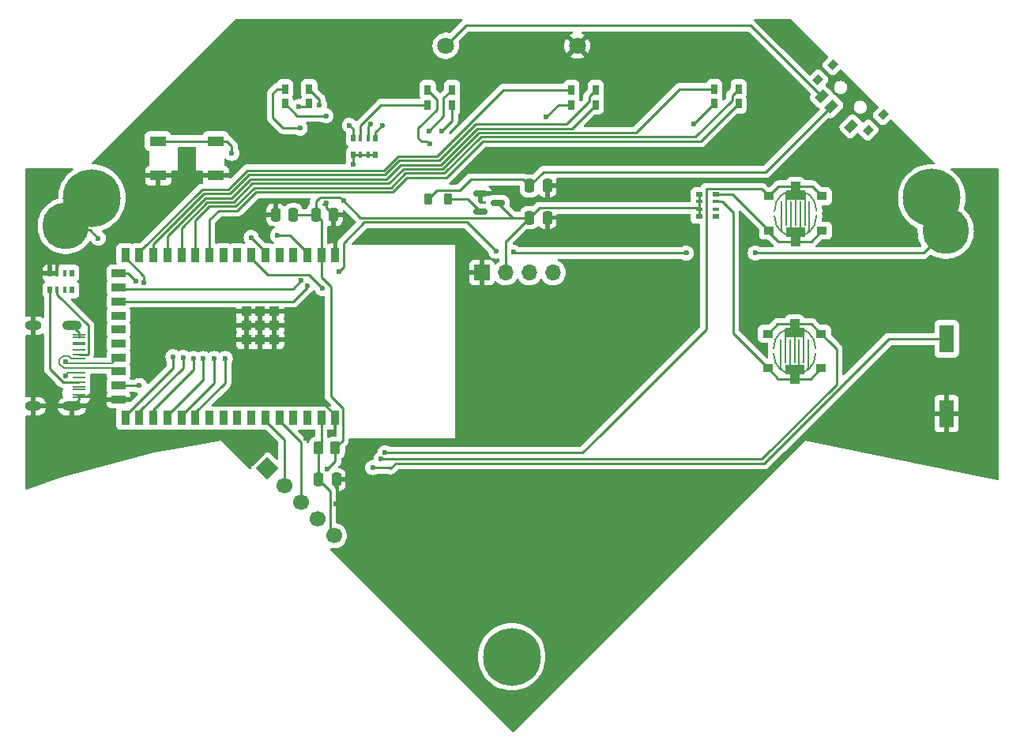
<source format=gbr>
%TF.GenerationSoftware,KiCad,Pcbnew,7.0.6*%
%TF.CreationDate,2023-08-09T23:01:59-05:00*%
%TF.ProjectId,BlueTeamCon_Main,426c7565-5465-4616-9d43-6f6e5f4d6169,rev?*%
%TF.SameCoordinates,Original*%
%TF.FileFunction,Copper,L1,Top*%
%TF.FilePolarity,Positive*%
%FSLAX46Y46*%
G04 Gerber Fmt 4.6, Leading zero omitted, Abs format (unit mm)*
G04 Created by KiCad (PCBNEW 7.0.6) date 2023-08-09 23:01:59*
%MOMM*%
%LPD*%
G01*
G04 APERTURE LIST*
G04 Aperture macros list*
%AMRoundRect*
0 Rectangle with rounded corners*
0 $1 Rounding radius*
0 $2 $3 $4 $5 $6 $7 $8 $9 X,Y pos of 4 corners*
0 Add a 4 corners polygon primitive as box body*
4,1,4,$2,$3,$4,$5,$6,$7,$8,$9,$2,$3,0*
0 Add four circle primitives for the rounded corners*
1,1,$1+$1,$2,$3*
1,1,$1+$1,$4,$5*
1,1,$1+$1,$6,$7*
1,1,$1+$1,$8,$9*
0 Add four rect primitives between the rounded corners*
20,1,$1+$1,$2,$3,$4,$5,0*
20,1,$1+$1,$4,$5,$6,$7,0*
20,1,$1+$1,$6,$7,$8,$9,0*
20,1,$1+$1,$8,$9,$2,$3,0*%
%AMHorizOval*
0 Thick line with rounded ends*
0 $1 width*
0 $2 $3 position (X,Y) of the first rounded end (center of the circle)*
0 $4 $5 position (X,Y) of the second rounded end (center of the circle)*
0 Add line between two ends*
20,1,$1,$2,$3,$4,$5,0*
0 Add two circle primitives to create the rounded ends*
1,1,$1,$2,$3*
1,1,$1,$4,$5*%
%AMRotRect*
0 Rectangle, with rotation*
0 The origin of the aperture is its center*
0 $1 length*
0 $2 width*
0 $3 Rotation angle, in degrees counterclockwise*
0 Add horizontal line*
21,1,$1,$2,0,0,$3*%
G04 Aperture macros list end*
%TA.AperFunction,EtchedComponent*%
%ADD10C,0.200000*%
%TD*%
%TA.AperFunction,SMDPad,CuDef*%
%ADD11C,5.000000*%
%TD*%
%TA.AperFunction,SMDPad,CuDef*%
%ADD12RotRect,0.900000X1.250000X315.000000*%
%TD*%
%TA.AperFunction,SMDPad,CuDef*%
%ADD13RotRect,0.800000X0.900000X315.000000*%
%TD*%
%TA.AperFunction,SMDPad,CuDef*%
%ADD14R,0.500000X0.800000*%
%TD*%
%TA.AperFunction,SMDPad,CuDef*%
%ADD15R,0.400000X0.800000*%
%TD*%
%TA.AperFunction,SMDPad,CuDef*%
%ADD16RoundRect,0.250000X-0.250000X-0.475000X0.250000X-0.475000X0.250000X0.475000X-0.250000X0.475000X0*%
%TD*%
%TA.AperFunction,ComponentPad*%
%ADD17C,6.200000*%
%TD*%
%TA.AperFunction,SMDPad,CuDef*%
%ADD18RoundRect,0.250000X-0.262500X-0.450000X0.262500X-0.450000X0.262500X0.450000X-0.262500X0.450000X0*%
%TD*%
%TA.AperFunction,SMDPad,CuDef*%
%ADD19R,0.700000X1.100000*%
%TD*%
%TA.AperFunction,SMDPad,CuDef*%
%ADD20RoundRect,0.218750X-0.218750X-0.381250X0.218750X-0.381250X0.218750X0.381250X-0.218750X0.381250X0*%
%TD*%
%TA.AperFunction,SMDPad,CuDef*%
%ADD21R,2.000000X1.000000*%
%TD*%
%TA.AperFunction,SMDPad,CuDef*%
%ADD22R,1.100000X0.900000*%
%TD*%
%TA.AperFunction,SMDPad,CuDef*%
%ADD23R,1.000000X1.000000*%
%TD*%
%TA.AperFunction,SMDPad,CuDef*%
%ADD24RoundRect,0.150000X-0.587500X-0.150000X0.587500X-0.150000X0.587500X0.150000X-0.587500X0.150000X0*%
%TD*%
%TA.AperFunction,SMDPad,CuDef*%
%ADD25R,0.800000X0.500000*%
%TD*%
%TA.AperFunction,SMDPad,CuDef*%
%ADD26R,0.800000X0.400000*%
%TD*%
%TA.AperFunction,ComponentPad*%
%ADD27R,1.700000X1.700000*%
%TD*%
%TA.AperFunction,ComponentPad*%
%ADD28O,1.700000X1.700000*%
%TD*%
%TA.AperFunction,ComponentPad*%
%ADD29RotRect,1.700000X1.700000X45.000000*%
%TD*%
%TA.AperFunction,ComponentPad*%
%ADD30HorizOval,1.700000X0.000000X0.000000X0.000000X0.000000X0*%
%TD*%
%TA.AperFunction,SMDPad,CuDef*%
%ADD31R,1.800000X1.100000*%
%TD*%
%TA.AperFunction,SMDPad,CuDef*%
%ADD32R,1.400000X0.250000*%
%TD*%
%TA.AperFunction,ComponentPad*%
%ADD33O,2.100000X1.000000*%
%TD*%
%TA.AperFunction,ComponentPad*%
%ADD34O,1.800000X1.000000*%
%TD*%
%TA.AperFunction,SMDPad,CuDef*%
%ADD35R,1.600000X3.000000*%
%TD*%
%TA.AperFunction,SMDPad,CuDef*%
%ADD36R,0.900000X1.500000*%
%TD*%
%TA.AperFunction,SMDPad,CuDef*%
%ADD37R,1.500000X0.900000*%
%TD*%
%TA.AperFunction,SMDPad,CuDef*%
%ADD38R,1.100000X1.100000*%
%TD*%
%TA.AperFunction,SMDPad,CuDef*%
%ADD39RoundRect,0.250000X0.250000X0.475000X-0.250000X0.475000X-0.250000X-0.475000X0.250000X-0.475000X0*%
%TD*%
%TA.AperFunction,ComponentPad*%
%ADD40C,1.800000*%
%TD*%
%TA.AperFunction,ViaPad*%
%ADD41C,0.600000*%
%TD*%
%TA.AperFunction,Conductor*%
%ADD42C,0.250000*%
%TD*%
%TA.AperFunction,Conductor*%
%ADD43C,0.200000*%
%TD*%
G04 APERTURE END LIST*
D10*
%TO.C,SW3*%
X175500000Y-91600000D02*
X175500000Y-88600000D01*
X175500000Y-91600000D02*
X175600000Y-91850000D01*
X176000000Y-87850000D02*
X176000000Y-87650000D01*
X176000000Y-87850000D02*
X176000000Y-91100000D01*
X176500000Y-91350000D02*
X176500000Y-88600000D01*
X177000000Y-88350000D02*
X177000000Y-91100000D01*
X177500000Y-91350000D02*
X177500000Y-88600000D01*
X178000000Y-87850000D02*
X178000000Y-87650000D01*
X178000000Y-87850000D02*
X178000000Y-91100000D01*
X178500000Y-91600000D02*
X178400000Y-91850000D01*
X178500000Y-91600000D02*
X178500000Y-88600000D01*
X179250000Y-89600000D02*
G75*
G03*
X174750000Y-89600000I-2250000J0D01*
G01*
X174750000Y-90100000D02*
G75*
G03*
X179250000Y-90100000I2250000J0D01*
G01*
%TO.C,SW4*%
X175400000Y-106350000D02*
X175400000Y-103350000D01*
X175400000Y-106350000D02*
X175500000Y-106600000D01*
X175900000Y-102600000D02*
X175900000Y-102400000D01*
X175900000Y-102600000D02*
X175900000Y-105850000D01*
X176400000Y-106100000D02*
X176400000Y-103350000D01*
X176900000Y-103100000D02*
X176900000Y-105850000D01*
X177400000Y-106100000D02*
X177400000Y-103350000D01*
X177900000Y-102600000D02*
X177900000Y-102400000D01*
X177900000Y-102600000D02*
X177900000Y-105850000D01*
X178400000Y-106350000D02*
X178300000Y-106600000D01*
X178400000Y-106350000D02*
X178400000Y-103350000D01*
X179150000Y-104350000D02*
G75*
G03*
X174650000Y-104350000I-2250000J0D01*
G01*
X174650000Y-104850000D02*
G75*
G03*
X179150000Y-104850000I2250000J0D01*
G01*
%TD*%
D11*
%TO.P,J8,1,Pin_1*%
%TO.N,Net-(IC1-IO4)*%
X193100000Y-91725000D03*
%TD*%
D12*
%TO.P,SW2,1,A*%
%TO.N,VDD*%
X179806408Y-77311612D03*
%TO.P,SW2,2,B*%
%TO.N,PwrTest*%
X180867068Y-78372272D03*
%TO.P,SW2,3,C*%
%TO.N,unconnected-(SW2-C-Pad3)*%
X182988388Y-80493592D03*
D13*
%TO.P,SW2,4*%
%TO.N,N/C*%
X181026167Y-73899821D03*
X179399821Y-75526167D03*
X186400179Y-79273833D03*
X184780904Y-80907250D03*
%TD*%
D14*
%TO.P,RN2,1,R1.1*%
%TO.N,Net-(D4-A)*%
X132000000Y-81800000D03*
D15*
%TO.P,RN2,2,R2.1*%
%TO.N,Net-(D3-A)*%
X131200000Y-81800000D03*
%TO.P,RN2,3,R3.1*%
%TO.N,Net-(D2-A)*%
X130400000Y-81800000D03*
D14*
%TO.P,RN2,4,R4.1*%
%TO.N,Net-(D1-A)*%
X129600000Y-81800000D03*
%TO.P,RN2,5,R4.2*%
%TO.N,VCC*%
X129600000Y-83600000D03*
D15*
%TO.P,RN2,6,R3.2*%
X130400000Y-83600000D03*
%TO.P,RN2,7,R2.2*%
X131200000Y-83600000D03*
D14*
%TO.P,RN2,8,R1.2*%
X132000000Y-83600000D03*
%TD*%
D16*
%TO.P,C7,1*%
%TO.N,Reset*%
X125900000Y-118400000D03*
%TO.P,C7,2*%
%TO.N,VSS*%
X127800000Y-118400000D03*
%TD*%
D14*
%TO.P,RN1,1,R1.1*%
%TO.N,unconnected-(RN1-R1.1-Pad1)*%
X99500000Y-96250000D03*
D15*
%TO.P,RN1,2,R2.1*%
%TO.N,unconnected-(RN1-R2.1-Pad2)*%
X98700000Y-96250000D03*
%TO.P,RN1,3,R3.1*%
%TO.N,VSS*%
X97900000Y-96250000D03*
D14*
%TO.P,RN1,4,R4.1*%
X97100000Y-96250000D03*
%TO.P,RN1,5,R4.2*%
%TO.N,Net-(J6-CC2)*%
X97100000Y-98050000D03*
D15*
%TO.P,RN1,6,R3.2*%
%TO.N,Net-(J6-CC1)*%
X97900000Y-98050000D03*
%TO.P,RN1,7,R2.2*%
%TO.N,unconnected-(RN1-R2.2-Pad7)*%
X98700000Y-98050000D03*
D14*
%TO.P,RN1,8,R1.2*%
%TO.N,unconnected-(RN1-R1.2-Pad8)*%
X99500000Y-98050000D03*
%TD*%
D17*
%TO.P,J2,1,Pin_1*%
%TO.N,unconnected-(J2-Pin_1-Pad1)*%
X101600001Y-88200000D03*
%TD*%
D18*
%TO.P,R1,1*%
%TO.N,Reset*%
X125875000Y-115000000D03*
%TO.P,R1,2*%
%TO.N,VCC*%
X127700000Y-115000000D03*
%TD*%
D19*
%TO.P,D1,1,RK*%
%TO.N,R1*%
X122300000Y-76500000D03*
%TO.P,D1,2,GK*%
%TO.N,G1*%
X124900000Y-76500000D03*
%TO.P,D1,3,A*%
%TO.N,Net-(D1-A)*%
X122300000Y-78100000D03*
%TO.P,D1,4,BK*%
%TO.N,B1*%
X124900000Y-78100000D03*
%TD*%
%TO.P,D2,1,RK*%
%TO.N,R2*%
X137600000Y-76600000D03*
%TO.P,D2,2,GK*%
%TO.N,G2*%
X140200000Y-76600000D03*
%TO.P,D2,3,A*%
%TO.N,Net-(D2-A)*%
X137600000Y-78200000D03*
%TO.P,D2,4,BK*%
%TO.N,B2*%
X140200000Y-78200000D03*
%TD*%
D20*
%TO.P,L1,1*%
%TO.N,PwrTest*%
X137637500Y-88300000D03*
%TO.P,L1,2*%
%TO.N,Net-(U1-LX)*%
X139762500Y-88300000D03*
%TD*%
D19*
%TO.P,D3,1,RK*%
%TO.N,R3*%
X153000000Y-76600000D03*
%TO.P,D3,2,GK*%
%TO.N,G3*%
X155600000Y-76600000D03*
%TO.P,D3,3,A*%
%TO.N,Net-(D3-A)*%
X153000000Y-78200000D03*
%TO.P,D3,4,BK*%
%TO.N,B3*%
X155600000Y-78200000D03*
%TD*%
D21*
%TO.P,SW3,*%
%TO.N,*%
X177000000Y-87850000D03*
X177000000Y-91850000D03*
D22*
%TO.P,SW3,1,1*%
%TO.N,A_Btn*%
X174150000Y-88000000D03*
D23*
X177000000Y-86950000D03*
D22*
X179850000Y-88000000D03*
%TO.P,SW3,2,2*%
%TO.N,Net-(RN3-R4.1)*%
X174150000Y-91700000D03*
D23*
X177000000Y-92850000D03*
D22*
X179850000Y-91700000D03*
%TD*%
D16*
%TO.P,C5,1*%
%TO.N,VCC*%
X125600000Y-90000000D03*
%TO.P,C5,2*%
%TO.N,VSS*%
X127500000Y-90000000D03*
%TD*%
D17*
%TO.P,J1,1,Pin_1*%
%TO.N,unconnected-(J1-Pin_1-Pad1)*%
X191600000Y-88175000D03*
%TD*%
D24*
%TO.P,U1,1,VSS*%
%TO.N,VSS*%
X143225000Y-87750000D03*
%TO.P,U1,2,LX*%
%TO.N,Net-(U1-LX)*%
X143225000Y-89650000D03*
%TO.P,U1,3,VOUT*%
%TO.N,VCC*%
X145100000Y-88700000D03*
%TD*%
D19*
%TO.P,D4,1,RK*%
%TO.N,R4*%
X168300000Y-76500000D03*
%TO.P,D4,2,GK*%
%TO.N,G4*%
X170900000Y-76500000D03*
%TO.P,D4,3,A*%
%TO.N,Net-(D4-A)*%
X168300000Y-78100000D03*
%TO.P,D4,4,BK*%
%TO.N,B4*%
X170900000Y-78100000D03*
%TD*%
D25*
%TO.P,RN3,1,R1.1*%
%TO.N,unconnected-(RN3-R1.1-Pad1)*%
X168500000Y-90200000D03*
D26*
%TO.P,RN3,2,R2.1*%
%TO.N,unconnected-(RN3-R2.1-Pad2)*%
X168500000Y-89400000D03*
%TO.P,RN3,3,R3.1*%
%TO.N,Net-(RN3-R3.1)*%
X168500000Y-88600000D03*
D25*
%TO.P,RN3,4,R4.1*%
%TO.N,Net-(RN3-R4.1)*%
X168500000Y-87800000D03*
%TO.P,RN3,5,R4.2*%
%TO.N,VCC*%
X166700000Y-87800000D03*
D26*
%TO.P,RN3,6,R3.2*%
X166700000Y-88600000D03*
%TO.P,RN3,7,R2.2*%
X166700000Y-89400000D03*
D25*
%TO.P,RN3,8,R1.2*%
X166700000Y-90200000D03*
%TD*%
D16*
%TO.P,C4,1*%
%TO.N,VCC*%
X148500000Y-90300000D03*
%TO.P,C4,2*%
%TO.N,VSS*%
X150400000Y-90300000D03*
%TD*%
D17*
%TO.P,J3,1,Pin_1*%
%TO.N,unconnected-(J3-Pin_1-Pad1)*%
X146600000Y-137375000D03*
%TD*%
D27*
%TO.P,J4,1,Pin_1*%
%TO.N,VSS*%
X143400000Y-96200000D03*
D28*
%TO.P,J4,2,Pin_2*%
%TO.N,VCC*%
X145940000Y-96200000D03*
%TO.P,J4,3,Pin_3*%
%TO.N,SCK*%
X148480000Y-96200000D03*
%TO.P,J4,4,Pin_4*%
%TO.N,SDA*%
X151020000Y-96200000D03*
%TD*%
D16*
%TO.P,C3,1*%
%TO.N,PwrTest*%
X148500000Y-86900000D03*
%TO.P,C3,2*%
%TO.N,VSS*%
X150400000Y-86900000D03*
%TD*%
D29*
%TO.P,J5,1,Pin_1*%
%TO.N,VCC*%
X120411433Y-117211433D03*
D30*
%TO.P,J5,2,Pin_2*%
%TO.N,TX*%
X122207484Y-119007484D03*
%TO.P,J5,3,Pin_3*%
%TO.N,RX*%
X124003535Y-120803535D03*
%TO.P,J5,4,Pin_4*%
%TO.N,VSS*%
X125799587Y-122599587D03*
%TO.P,J5,5,Pin_5*%
%TO.N,Reset*%
X127595638Y-124395638D03*
%TD*%
D31*
%TO.P,SW1,1,1*%
%TO.N,Boot*%
X108700000Y-82100000D03*
X114900000Y-82100000D03*
%TO.P,SW1,2,2*%
%TO.N,VSS*%
X108700000Y-85800000D03*
X114900000Y-85800000D03*
%TD*%
D32*
%TO.P,J6,A1,GND*%
%TO.N,VSS*%
X100187500Y-102875000D03*
%TO.P,J6,A4,VBUS*%
%TO.N,+5V*%
X100187500Y-103675000D03*
%TO.P,J6,A5,CC1*%
%TO.N,Net-(J6-CC1)*%
X100187500Y-104950000D03*
%TO.P,J6,A6,D+*%
%TO.N,/D+*%
X100187500Y-105950000D03*
%TO.P,J6,A7,D-*%
%TO.N,/D-*%
X100187500Y-106450000D03*
%TO.P,J6,A8,SBU1*%
%TO.N,unconnected-(J6-SBU1-PadA8)*%
X100187500Y-104450000D03*
%TO.P,J6,A9,VBUS*%
%TO.N,+5V*%
X100187500Y-108725000D03*
%TO.P,J6,A12,GND*%
%TO.N,VSS*%
X100187500Y-109525000D03*
%TO.P,J6,B1,GND*%
X100187500Y-109275000D03*
%TO.P,J6,B4,VBUS*%
%TO.N,+5V*%
X100187500Y-108475000D03*
%TO.P,J6,B5,CC2*%
%TO.N,Net-(J6-CC2)*%
X100187500Y-107950000D03*
%TO.P,J6,B6,D+*%
%TO.N,/D+*%
X100187500Y-106950000D03*
%TO.P,J6,B7,D-*%
%TO.N,/D-*%
X100187500Y-105450000D03*
%TO.P,J6,B8,SBU2*%
%TO.N,unconnected-(J6-SBU2-PadB8)*%
X100187500Y-107450000D03*
%TO.P,J6,B9,VBUS*%
%TO.N,+5V*%
X100187500Y-103925000D03*
%TO.P,J6,B12,GND*%
%TO.N,VSS*%
X100187500Y-103125000D03*
D33*
%TO.P,J6,S1,SHIELD*%
X99487500Y-101880000D03*
D34*
X95337500Y-101880000D03*
D33*
X99487500Y-110520000D03*
D34*
X95337500Y-110520000D03*
%TD*%
D21*
%TO.P,SW4,*%
%TO.N,*%
X176900000Y-102600000D03*
X176900000Y-106600000D03*
D22*
%TO.P,SW4,1,1*%
%TO.N,B*%
X174050000Y-102750000D03*
D23*
X176900000Y-101700000D03*
D22*
X179750000Y-102750000D03*
%TO.P,SW4,2,2*%
%TO.N,Net-(RN3-R3.1)*%
X174050000Y-106450000D03*
D23*
X176900000Y-107600000D03*
D22*
X179750000Y-106450000D03*
%TD*%
D35*
%TO.P,BZ1,1,-*%
%TO.N,Buzzer*%
X193200000Y-103300000D03*
%TO.P,BZ1,2,+*%
%TO.N,VSS*%
X193200000Y-111300000D03*
%TD*%
D36*
%TO.P,IC1,1,GND_1*%
%TO.N,VSS*%
X127700000Y-94300000D03*
%TO.P,IC1,2,3V3*%
%TO.N,VCC*%
X126200000Y-94300000D03*
%TO.P,IC1,3,IO0*%
%TO.N,Boot*%
X124700000Y-94300000D03*
%TO.P,IC1,4,IO1*%
%TO.N,BL*%
X123200000Y-94300000D03*
%TO.P,IC1,5,IO2*%
%TO.N,/SK6812*%
X121700000Y-94300000D03*
%TO.P,IC1,6,IO3*%
%TO.N,Net-(IC1-IO3)*%
X120200000Y-94300000D03*
%TO.P,IC1,7,IO4*%
%TO.N,Net-(IC1-IO4)*%
X118700000Y-94300000D03*
%TO.P,IC1,8,IO5*%
%TO.N,unconnected-(IC1-IO5-Pad8)*%
X117200000Y-94300000D03*
%TO.P,IC1,9,IO6*%
%TO.N,unconnected-(IC1-IO6-Pad9)*%
X115700000Y-94300000D03*
%TO.P,IC1,10,IO7*%
%TO.N,B4*%
X114200000Y-94300000D03*
%TO.P,IC1,11,IO8*%
%TO.N,G4*%
X112700000Y-94300000D03*
%TO.P,IC1,12,IO9*%
%TO.N,R4*%
X111200000Y-94300000D03*
%TO.P,IC1,13,IO10*%
%TO.N,B3*%
X109700000Y-94300000D03*
%TO.P,IC1,14,IO11*%
%TO.N,G3*%
X108200000Y-94300000D03*
%TO.P,IC1,15,IO12*%
%TO.N,R3*%
X106700000Y-94300000D03*
%TO.P,IC1,16,IO13*%
%TO.N,A_Btn*%
X105200000Y-94300000D03*
D37*
%TO.P,IC1,17,IO14*%
%TO.N,B*%
X104450000Y-96300000D03*
%TO.P,IC1,18,IO15*%
%TO.N,SDA*%
X104450000Y-97800000D03*
%TO.P,IC1,19,IO16*%
%TO.N,SCK*%
X104450000Y-99300000D03*
%TO.P,IC1,20,IO17*%
%TO.N,unconnected-(IC1-IO17-Pad20)*%
X104450000Y-100800000D03*
%TO.P,IC1,21,IO18*%
%TO.N,unconnected-(IC1-IO18-Pad21)*%
X104450000Y-102300000D03*
%TO.P,IC1,22,IO19*%
%TO.N,unconnected-(IC1-IO19-Pad22)*%
X104450000Y-103800000D03*
%TO.P,IC1,23,IO20*%
%TO.N,/D+*%
X104450000Y-105300000D03*
%TO.P,IC1,24,IO21*%
%TO.N,/D-*%
X104450000Y-106800000D03*
%TO.P,IC1,25,IO26*%
%TO.N,Buzzer*%
X104450000Y-108300000D03*
%TO.P,IC1,26,GND_2*%
%TO.N,VSS*%
X104450000Y-109800000D03*
D36*
%TO.P,IC1,27,IO33*%
%TO.N,B1*%
X105200000Y-111800000D03*
%TO.P,IC1,28,IO34*%
%TO.N,R1*%
X106700000Y-111800000D03*
%TO.P,IC1,29,IO35*%
%TO.N,G1*%
X108200000Y-111800000D03*
%TO.P,IC1,30,IO36*%
%TO.N,G2*%
X109700000Y-111800000D03*
%TO.P,IC1,31,IO37*%
%TO.N,B2*%
X111200000Y-111800000D03*
%TO.P,IC1,32,IO38*%
%TO.N,R2*%
X112700000Y-111800000D03*
%TO.P,IC1,33,IO39*%
%TO.N,unconnected-(IC1-IO39-Pad33)*%
X114200000Y-111800000D03*
%TO.P,IC1,34,IO40*%
%TO.N,unconnected-(IC1-IO40-Pad34)*%
X115700000Y-111800000D03*
%TO.P,IC1,35,IO41*%
%TO.N,unconnected-(IC1-IO41-Pad35)*%
X117200000Y-111800000D03*
%TO.P,IC1,36,IO42*%
%TO.N,unconnected-(IC1-IO42-Pad36)*%
X118700000Y-111800000D03*
%TO.P,IC1,37,TXD0*%
%TO.N,TX*%
X120200000Y-111800000D03*
%TO.P,IC1,38,RXD0*%
%TO.N,RX*%
X121700000Y-111800000D03*
%TO.P,IC1,39,IO45*%
%TO.N,unconnected-(IC1-IO45-Pad39)*%
X123200000Y-111800000D03*
%TO.P,IC1,40,IO46*%
%TO.N,unconnected-(IC1-IO46-Pad40)*%
X124700000Y-111800000D03*
%TO.P,IC1,41,EN*%
%TO.N,Reset*%
X126200000Y-111800000D03*
%TO.P,IC1,42,GND_3*%
%TO.N,VSS*%
X127700000Y-111800000D03*
D38*
%TO.P,IC1,43,GND_4*%
X119650000Y-101860000D03*
%TO.P,IC1,44,GND_5*%
X119650000Y-100360000D03*
%TO.P,IC1,45,GND_6*%
X118150000Y-100360000D03*
%TO.P,IC1,46,GND_7*%
X118150000Y-101860000D03*
%TO.P,IC1,47,GND_8*%
X118150000Y-103360000D03*
%TO.P,IC1,48,GND_9*%
X119650000Y-103360000D03*
%TO.P,IC1,49,GND_10*%
X121150000Y-103360000D03*
%TO.P,IC1,50,GND_11*%
X121150000Y-101860000D03*
%TO.P,IC1,51,GND_12*%
X121150000Y-100360000D03*
%TD*%
D11*
%TO.P,J7,1,Pin_1*%
%TO.N,Net-(IC1-IO3)*%
X98800000Y-91200000D03*
%TD*%
D39*
%TO.P,C6,1*%
%TO.N,VCC*%
X123200000Y-90000000D03*
%TO.P,C6,2*%
%TO.N,VSS*%
X121300000Y-90000000D03*
%TD*%
D40*
%TO.P,BT1,1,+*%
%TO.N,VDD*%
X139525000Y-71875000D03*
%TO.P,BT1,2,-*%
%TO.N,VSS*%
X153625000Y-71875000D03*
%TD*%
D41*
%TO.N,VSS*%
X124000000Y-102750000D03*
X120000000Y-88500000D03*
X130000000Y-119500000D03*
X107750000Y-88500000D03*
X126750000Y-88750000D03*
X153250000Y-91250000D03*
X124750000Y-109000000D03*
X119250000Y-83000000D03*
X118250000Y-114500000D03*
X117000000Y-90750000D03*
X111000000Y-100750000D03*
X126500000Y-83000000D03*
X118500000Y-106000000D03*
X130000000Y-114500000D03*
X153000000Y-87250000D03*
X146000000Y-84500000D03*
X127750000Y-121000000D03*
X146250000Y-87500000D03*
X124500000Y-114000000D03*
X120750000Y-108750000D03*
%TO.N,Buzzer*%
X131700000Y-117100000D03*
X106700000Y-108300000D03*
%TO.N,/D+*%
X98750000Y-107250000D03*
X98750000Y-105750000D03*
%TO.N,VCC*%
X128600000Y-88500000D03*
X129600000Y-84600000D03*
X126800000Y-117300000D03*
%TO.N,R1*%
X123924500Y-80700000D03*
X111400000Y-105300000D03*
%TO.N,G1*%
X126000000Y-78200000D03*
X112500000Y-105400000D03*
%TO.N,Net-(D1-A)*%
X129200000Y-80400000D03*
X126700000Y-79400000D03*
%TO.N,B1*%
X110300000Y-105200000D03*
X123800000Y-78400000D03*
%TO.N,R2*%
X137787442Y-82395736D03*
X115900000Y-105400000D03*
%TO.N,G2*%
X137700000Y-81000000D03*
X113500000Y-105400000D03*
%TO.N,B2*%
X139100000Y-81000000D03*
X114700000Y-105400000D03*
%TO.N,Net-(D3-A)*%
X150300000Y-79500000D03*
X131500000Y-80300000D03*
%TO.N,Net-(D4-A)*%
X166100000Y-80300000D03*
X132700000Y-80400000D03*
%TO.N,Boot*%
X116600000Y-83400000D03*
X121500000Y-92200000D03*
%TO.N,Net-(IC1-IO3)*%
X102300000Y-92500000D03*
X118675000Y-92425000D03*
%TO.N,Net-(IC1-IO4)*%
X146800000Y-94000000D03*
X144900000Y-93900000D03*
X172700000Y-94100000D03*
X128100000Y-96100000D03*
X165300000Y-94100000D03*
X126300000Y-97900000D03*
%TO.N,A_Btn*%
X133000000Y-115500000D03*
X107200000Y-97300000D03*
%TO.N,B*%
X106300000Y-97100000D03*
X132600000Y-116200000D03*
%TO.N,SDA*%
X124050000Y-97050000D03*
%TO.N,SCK*%
X124700000Y-97600000D03*
%TD*%
D42*
%TO.N,VDD*%
X139525000Y-71875000D02*
X141700000Y-69700000D01*
X172194796Y-69700000D02*
X179806408Y-77311612D01*
X141700000Y-69700000D02*
X172194796Y-69700000D01*
%TO.N,VSS*%
X100187500Y-102580000D02*
X99487500Y-101880000D01*
X100187500Y-109820000D02*
X99487500Y-110520000D01*
X100187500Y-103125000D02*
X100187500Y-102580000D01*
X126750000Y-88750000D02*
X126750000Y-89250000D01*
X127700000Y-111800000D02*
X127700000Y-111500000D01*
X125200000Y-109000000D02*
X124750000Y-109000000D01*
X126750000Y-89250000D02*
X127500000Y-90000000D01*
X100187500Y-109275000D02*
X100187500Y-109820000D01*
X127700000Y-111500000D02*
X125200000Y-109000000D01*
%TO.N,Buzzer*%
X133500000Y-117100000D02*
X131700000Y-117100000D01*
X173650000Y-116650000D02*
X170300000Y-116650000D01*
X193200000Y-103300000D02*
X187000000Y-103300000D01*
X106700000Y-108300000D02*
X104450000Y-108300000D01*
X187000000Y-103300000D02*
X175300000Y-115000000D01*
X175300000Y-115000000D02*
X173650000Y-116650000D01*
X170300000Y-116650000D02*
X134150000Y-116650000D01*
X134150000Y-116650000D02*
X133600000Y-117200000D01*
X133600000Y-117200000D02*
X133500000Y-117100000D01*
D43*
%TO.N,/D-*%
X99087500Y-105150000D02*
X99387500Y-105450000D01*
X104450000Y-106800000D02*
X104100000Y-106450000D01*
X98150000Y-105501471D02*
X98501471Y-105150000D01*
X98601471Y-106450000D02*
X98150000Y-105998529D01*
X98150000Y-105998529D02*
X98150000Y-105501471D01*
X104100000Y-106450000D02*
X100187500Y-106450000D01*
X100187500Y-106450000D02*
X98601471Y-106450000D01*
X99387500Y-105450000D02*
X100187500Y-105450000D01*
X98501471Y-105150000D02*
X99087500Y-105150000D01*
%TO.N,/D+*%
X98950000Y-105950000D02*
X100187500Y-105950000D01*
X103800000Y-105950000D02*
X100187500Y-105950000D01*
X104450000Y-105300000D02*
X103800000Y-105950000D01*
X98750000Y-107250000D02*
X99050000Y-106950000D01*
X99050000Y-106950000D02*
X100187500Y-106950000D01*
X98750000Y-105750000D02*
X98950000Y-105950000D01*
D42*
%TO.N,PwrTest*%
X148500000Y-86900000D02*
X147800000Y-86200000D01*
X142200000Y-86200000D02*
X141025000Y-87375000D01*
X138562500Y-87375000D02*
X137637500Y-88300000D01*
X147800000Y-86200000D02*
X142200000Y-86200000D01*
X150000000Y-85400000D02*
X148500000Y-86900000D01*
X141025000Y-87375000D02*
X138562500Y-87375000D01*
X173839340Y-85400000D02*
X150000000Y-85400000D01*
X180867068Y-78372272D02*
X173839340Y-85400000D01*
%TO.N,VCC*%
X127200000Y-97700000D02*
X126200000Y-96700000D01*
X128200000Y-88100000D02*
X126100000Y-88100000D01*
X146700000Y-90300000D02*
X145100000Y-88700000D01*
X166700000Y-90200000D02*
X166700000Y-87800000D01*
X125600000Y-90000000D02*
X123200000Y-90000000D01*
X148500000Y-90300000D02*
X149550000Y-89250000D01*
X148500000Y-90300000D02*
X146700000Y-90300000D01*
X128400000Y-88300000D02*
X128200000Y-88100000D01*
X128600000Y-88500000D02*
X128400000Y-88300000D01*
X126200000Y-90600000D02*
X125600000Y-90000000D01*
X125600000Y-90000000D02*
X125600000Y-88600000D01*
X149550000Y-89250000D02*
X166550000Y-89250000D01*
X129600000Y-83600000D02*
X132000000Y-83600000D01*
X145940000Y-92860000D02*
X148500000Y-90300000D01*
X126200000Y-96700000D02*
X126200000Y-94300000D01*
X148500000Y-90300000D02*
X130400000Y-90300000D01*
X127700000Y-115000000D02*
X128475000Y-114225000D01*
X127700000Y-116400000D02*
X127700000Y-115000000D01*
X128475000Y-110725000D02*
X127200000Y-109450000D01*
X129600000Y-84600000D02*
X129600000Y-83600000D01*
X128475000Y-114225000D02*
X128475000Y-110725000D01*
X126800000Y-117300000D02*
X127700000Y-116400000D01*
X125600000Y-88600000D02*
X125950000Y-88250000D01*
X127200000Y-109450000D02*
X127200000Y-97700000D01*
X166550000Y-89250000D02*
X166700000Y-89400000D01*
X126100000Y-88100000D02*
X125950000Y-88250000D01*
X126200000Y-94300000D02*
X126200000Y-90600000D01*
X130400000Y-90300000D02*
X128400000Y-88300000D01*
X145940000Y-96200000D02*
X145940000Y-92860000D01*
%TO.N,Reset*%
X125900000Y-118400000D02*
X125900000Y-115025000D01*
X125875000Y-115000000D02*
X126200000Y-114675000D01*
X127595638Y-124395638D02*
X127125000Y-123925000D01*
X126200000Y-114675000D02*
X126200000Y-111800000D01*
X127125000Y-119625000D02*
X125900000Y-118400000D01*
X125900000Y-115025000D02*
X125875000Y-115000000D01*
X127125000Y-123925000D02*
X127125000Y-119625000D01*
%TO.N,R1*%
X106700000Y-111800000D02*
X106700000Y-111100000D01*
X121000000Y-79600000D02*
X121000000Y-77000000D01*
X106700000Y-111100000D02*
X111400000Y-106400000D01*
X121000000Y-77000000D02*
X121500000Y-76500000D01*
X122100000Y-80700000D02*
X121000000Y-79600000D01*
X111400000Y-106400000D02*
X111400000Y-105300000D01*
X121500000Y-76500000D02*
X122300000Y-76500000D01*
X123924500Y-80700000D02*
X122100000Y-80700000D01*
%TO.N,G1*%
X112500000Y-105400000D02*
X112500000Y-106600000D01*
X124900000Y-76500000D02*
X126000000Y-77600000D01*
X126000000Y-77600000D02*
X126000000Y-78200000D01*
X108200000Y-110900000D02*
X108200000Y-111800000D01*
X112500000Y-106600000D02*
X108200000Y-110900000D01*
%TO.N,Net-(D1-A)*%
X129200000Y-80400000D02*
X129600000Y-80800000D01*
X123600000Y-79400000D02*
X122300000Y-78100000D01*
X129600000Y-80800000D02*
X129600000Y-81800000D01*
X126700000Y-79400000D02*
X123600000Y-79400000D01*
%TO.N,B1*%
X105200000Y-111500000D02*
X110300000Y-106400000D01*
X110300000Y-106400000D02*
X110300000Y-105200000D01*
X124600000Y-78400000D02*
X124900000Y-78100000D01*
X123800000Y-78400000D02*
X124600000Y-78400000D01*
X105200000Y-111800000D02*
X105200000Y-111500000D01*
%TO.N,R2*%
X138600000Y-78700000D02*
X138600000Y-77600000D01*
X137787442Y-82395736D02*
X137516706Y-82125000D01*
X115800000Y-108100000D02*
X115900000Y-108000000D01*
X136941116Y-82125000D02*
X136575000Y-81758884D01*
X136575000Y-81758884D02*
X136575000Y-80725000D01*
X115900000Y-108000000D02*
X115900000Y-105400000D01*
X137516706Y-82125000D02*
X136941116Y-82125000D01*
X136575000Y-80725000D02*
X138600000Y-78700000D01*
X112700000Y-111800000D02*
X112700000Y-111200000D01*
X112700000Y-111200000D02*
X115800000Y-108100000D01*
X138600000Y-77600000D02*
X137600000Y-76600000D01*
%TO.N,G2*%
X139300000Y-77500000D02*
X140200000Y-76600000D01*
X109700000Y-111800000D02*
X109700000Y-111500000D01*
X137700000Y-81000000D02*
X139300000Y-79400000D01*
X109700000Y-111500000D02*
X113500000Y-107700000D01*
X113500000Y-107700000D02*
X113500000Y-105400000D01*
X139300000Y-79400000D02*
X139300000Y-77500000D01*
%TO.N,Net-(D2-A)*%
X132600000Y-78200000D02*
X130400000Y-80400000D01*
X130400000Y-80400000D02*
X130400000Y-81800000D01*
X137600000Y-78200000D02*
X132600000Y-78200000D01*
%TO.N,B2*%
X114700000Y-108000000D02*
X114700000Y-105400000D01*
X139100000Y-81000000D02*
X140200000Y-79900000D01*
X140200000Y-79900000D02*
X140200000Y-78200000D01*
X111200000Y-111500000D02*
X114700000Y-108000000D01*
X111200000Y-111800000D02*
X111200000Y-111500000D01*
%TO.N,R3*%
X132875000Y-85225000D02*
X134400000Y-83700000D01*
X116200000Y-87300000D02*
X118275000Y-85225000D01*
X134400000Y-83700000D02*
X138600000Y-83700000D01*
X106700000Y-94000000D02*
X113400000Y-87300000D01*
X106700000Y-94300000D02*
X106700000Y-94000000D01*
X145700000Y-76600000D02*
X153000000Y-76600000D01*
X113400000Y-87300000D02*
X116200000Y-87300000D01*
X118275000Y-85225000D02*
X132875000Y-85225000D01*
X138600000Y-83700000D02*
X145700000Y-76600000D01*
%TO.N,G3*%
X138800000Y-84200000D02*
X142700000Y-80300000D01*
X133036396Y-85700000D02*
X134536396Y-84200000D01*
X113586396Y-87750000D02*
X116386396Y-87750000D01*
X108200000Y-93136396D02*
X113586396Y-87750000D01*
X134536396Y-84200000D02*
X138800000Y-84200000D01*
X152450000Y-80300000D02*
X154900000Y-77850000D01*
X154900000Y-77850000D02*
X154900000Y-77300000D01*
X108200000Y-94300000D02*
X108200000Y-93136396D01*
X154900000Y-77300000D02*
X155600000Y-76600000D01*
X118436396Y-85700000D02*
X133036396Y-85700000D01*
X116386396Y-87750000D02*
X118436396Y-85700000D01*
X142700000Y-80300000D02*
X152450000Y-80300000D01*
%TO.N,Net-(D3-A)*%
X153000000Y-78200000D02*
X151600000Y-78200000D01*
X151600000Y-78200000D02*
X150300000Y-79500000D01*
X131500000Y-80300000D02*
X131200000Y-80600000D01*
X131200000Y-80600000D02*
X131200000Y-81800000D01*
%TO.N,B3*%
X113800000Y-88200000D02*
X116600000Y-88200000D01*
X138986396Y-84650000D02*
X142886396Y-80750000D01*
X118600000Y-86200000D02*
X133172792Y-86200000D01*
X109700000Y-94300000D02*
X109700000Y-92300000D01*
X133172792Y-86200000D02*
X134722792Y-84650000D01*
X153050000Y-80750000D02*
X155600000Y-78200000D01*
X116600000Y-88200000D02*
X118600000Y-86200000D01*
X142886396Y-80750000D02*
X153050000Y-80750000D01*
X134722792Y-84650000D02*
X138986396Y-84650000D01*
X109700000Y-92300000D02*
X113800000Y-88200000D01*
%TO.N,R4*%
X139200000Y-85100000D02*
X143100000Y-81200000D01*
X133450000Y-86650000D02*
X135000000Y-85100000D01*
X118786396Y-86650000D02*
X133450000Y-86650000D01*
X111200000Y-91436396D02*
X113986396Y-88650000D01*
X143100000Y-81200000D02*
X159900000Y-81200000D01*
X116786396Y-88650000D02*
X118786396Y-86650000D01*
X135000000Y-85100000D02*
X139200000Y-85100000D01*
X111200000Y-94300000D02*
X111200000Y-91436396D01*
X164600000Y-76500000D02*
X168300000Y-76500000D01*
X113986396Y-88650000D02*
X116786396Y-88650000D01*
X159900000Y-81200000D02*
X164600000Y-76500000D01*
%TO.N,G4*%
X135186396Y-85550000D02*
X139386396Y-85550000D01*
X112700000Y-94300000D02*
X112700000Y-90600000D01*
X114200000Y-89100000D02*
X117000000Y-89100000D01*
X143286396Y-81650000D02*
X166300000Y-81650000D01*
X119000000Y-87100000D02*
X133636396Y-87100000D01*
X170225000Y-77175000D02*
X170900000Y-76500000D01*
X112700000Y-90600000D02*
X114200000Y-89100000D01*
X166300000Y-81650000D02*
X170225000Y-77725000D01*
X170225000Y-77725000D02*
X170225000Y-77175000D01*
X117000000Y-89100000D02*
X119000000Y-87100000D01*
X133636396Y-87100000D02*
X135186396Y-85550000D01*
X139386396Y-85550000D02*
X143286396Y-81650000D01*
%TO.N,Net-(D4-A)*%
X132000000Y-81100000D02*
X132000000Y-81800000D01*
X132700000Y-80400000D02*
X132000000Y-81100000D01*
X168300000Y-78100000D02*
X166100000Y-80300000D01*
%TO.N,B4*%
X133822792Y-87550000D02*
X135372792Y-86000000D01*
X115200000Y-89550000D02*
X117186396Y-89550000D01*
X114200000Y-90550000D02*
X115200000Y-89550000D01*
X166900000Y-82100000D02*
X170900000Y-78100000D01*
X119186396Y-87550000D02*
X133822792Y-87550000D01*
X139572792Y-86000000D02*
X143472792Y-82100000D01*
X117186396Y-89550000D02*
X119186396Y-87550000D01*
X114200000Y-94300000D02*
X114200000Y-90550000D01*
X143472792Y-82100000D02*
X166900000Y-82100000D01*
X135372792Y-86000000D02*
X139572792Y-86000000D01*
%TO.N,Boot*%
X121500000Y-92200000D02*
X122800000Y-92200000D01*
X116600000Y-83400000D02*
X116600000Y-82650000D01*
X116050000Y-82100000D02*
X114900000Y-82100000D01*
X114900000Y-82100000D02*
X108700000Y-82100000D01*
X122800000Y-92200000D02*
X124700000Y-94100000D01*
X116600000Y-82650000D02*
X116050000Y-82100000D01*
X124700000Y-94100000D02*
X124700000Y-94300000D01*
%TO.N,Net-(IC1-IO3)*%
X120200000Y-93950000D02*
X120200000Y-94300000D01*
X99225000Y-91625000D02*
X101425000Y-91625000D01*
X101425000Y-91625000D02*
X102300000Y-92500000D01*
X98800000Y-91200000D02*
X99225000Y-91625000D01*
X118675000Y-92425000D02*
X120200000Y-93950000D01*
%TO.N,Net-(IC1-IO4)*%
X128575000Y-95625000D02*
X128575000Y-93048222D01*
X130823222Y-90800000D02*
X141800000Y-90800000D01*
X146900000Y-94100000D02*
X146800000Y-94000000D01*
X120475000Y-96425000D02*
X124825000Y-96425000D01*
X118700000Y-94650000D02*
X120475000Y-96425000D01*
X141800000Y-90800000D02*
X144900000Y-93900000D01*
X128575000Y-93048222D02*
X130823222Y-90800000D01*
X193100000Y-91725000D02*
X190725000Y-94100000D01*
X190725000Y-94100000D02*
X172700000Y-94100000D01*
X128100000Y-96100000D02*
X128575000Y-95625000D01*
X118700000Y-94300000D02*
X118700000Y-94650000D01*
X124825000Y-96425000D02*
X126300000Y-97900000D01*
X165300000Y-94100000D02*
X146900000Y-94100000D01*
%TO.N,A_Btn*%
X175200000Y-86950000D02*
X174150000Y-88000000D01*
X105200000Y-94600000D02*
X105200000Y-94300000D01*
X173375000Y-87225000D02*
X167425000Y-87225000D01*
X174150000Y-88000000D02*
X173375000Y-87225000D01*
X178800000Y-86950000D02*
X177000000Y-86950000D01*
X179850000Y-88000000D02*
X178800000Y-86950000D01*
X177000000Y-86950000D02*
X175200000Y-86950000D01*
X156200000Y-113500000D02*
X154200000Y-115500000D01*
X154100000Y-115500000D02*
X133000000Y-115500000D01*
X107200000Y-97300000D02*
X107200000Y-96600000D01*
X107200000Y-96600000D02*
X105200000Y-94600000D01*
X154200000Y-115500000D02*
X154100000Y-115500000D01*
X167425000Y-102275000D02*
X156200000Y-113500000D01*
X167425000Y-87225000D02*
X167425000Y-102275000D01*
%TO.N,B*%
X105500000Y-96300000D02*
X104450000Y-96300000D01*
X176900000Y-101700000D02*
X175100000Y-101700000D01*
X179750000Y-102750000D02*
X178700000Y-101700000D01*
X180625000Y-103625000D02*
X181300000Y-104300000D01*
X173400000Y-116200000D02*
X132600000Y-116200000D01*
X106300000Y-97100000D02*
X105500000Y-96300000D01*
X178700000Y-101700000D02*
X176900000Y-101700000D01*
X181400000Y-108200000D02*
X173400000Y-116200000D01*
X181300000Y-104300000D02*
X181400000Y-104400000D01*
X179750000Y-102750000D02*
X180625000Y-103625000D01*
X181400000Y-104400000D02*
X181400000Y-108200000D01*
X175100000Y-101700000D02*
X174050000Y-102750000D01*
%TO.N,SDA*%
X104575000Y-97925000D02*
X104450000Y-97800000D01*
X124050000Y-97050000D02*
X123175000Y-97925000D01*
X123175000Y-97925000D02*
X104575000Y-97925000D01*
%TO.N,SCK*%
X124700000Y-97600000D02*
X124700000Y-97800000D01*
X124700000Y-97800000D02*
X123200000Y-99300000D01*
X123200000Y-99300000D02*
X104450000Y-99300000D01*
%TO.N,TX*%
X122207484Y-114107484D02*
X120200000Y-112100000D01*
X120200000Y-112100000D02*
X120200000Y-111800000D01*
X122207484Y-119007484D02*
X122207484Y-114107484D01*
%TO.N,RX*%
X121700000Y-111800000D02*
X121700000Y-112100000D01*
X121700000Y-112100000D02*
X124003535Y-114403535D01*
X124003535Y-114403535D02*
X124003535Y-120803535D01*
%TO.N,Net-(J6-CC1)*%
X101162500Y-104950000D02*
X100187500Y-104950000D01*
X97900000Y-98050000D02*
X97900000Y-98575774D01*
X101212500Y-101888274D02*
X101212500Y-104900000D01*
X101212500Y-104900000D02*
X101162500Y-104950000D01*
X97900000Y-98575774D02*
X101212500Y-101888274D01*
%TO.N,Net-(J6-CC2)*%
X100187500Y-107950000D02*
X98566116Y-107950000D01*
X97100000Y-106483884D02*
X97100000Y-98050000D01*
X98566116Y-107950000D02*
X97100000Y-106483884D01*
%TO.N,Net-(U1-LX)*%
X141875000Y-88300000D02*
X143225000Y-89650000D01*
X139762500Y-88300000D02*
X141875000Y-88300000D01*
%TO.N,Net-(RN3-R3.1)*%
X175100000Y-107500000D02*
X175100000Y-107600000D01*
X170300000Y-102700000D02*
X174050000Y-106450000D01*
X168500000Y-88600000D02*
X169150000Y-88600000D01*
X174050000Y-106450000D02*
X175100000Y-107500000D01*
X175100000Y-107600000D02*
X176900000Y-107600000D01*
X176900000Y-107600000D02*
X178600000Y-107600000D01*
X169150000Y-88600000D02*
X170300000Y-89750000D01*
X178600000Y-107600000D02*
X179750000Y-106450000D01*
X170300000Y-89750000D02*
X170300000Y-102700000D01*
%TO.N,Net-(RN3-R4.1)*%
X178700000Y-92850000D02*
X179850000Y-91700000D01*
X174150000Y-91700000D02*
X174150000Y-91850000D01*
X174150000Y-91850000D02*
X175150000Y-92850000D01*
X177000000Y-92850000D02*
X178700000Y-92850000D01*
X175150000Y-92850000D02*
X177000000Y-92850000D01*
X170250000Y-87800000D02*
X174150000Y-91700000D01*
X168500000Y-87800000D02*
X170250000Y-87800000D01*
%TD*%
%TA.AperFunction,Conductor*%
%TO.N,VSS*%
G36*
X198693039Y-85019685D02*
G01*
X198738794Y-85072489D01*
X198750000Y-85124000D01*
X198750000Y-118348028D01*
X198730315Y-118415067D01*
X198677511Y-118460822D01*
X198608353Y-118470766D01*
X198601119Y-118469506D01*
X178000000Y-114250000D01*
X177999998Y-114250000D01*
X146837680Y-145412318D01*
X146776357Y-145445803D01*
X146706665Y-145440819D01*
X146662318Y-145412318D01*
X138625000Y-137375000D01*
X142986548Y-137375000D01*
X143006343Y-137752710D01*
X143065510Y-138126273D01*
X143065510Y-138126275D01*
X143163405Y-138491625D01*
X143298948Y-138844726D01*
X143470661Y-139181730D01*
X143676650Y-139498926D01*
X143676654Y-139498931D01*
X143676656Y-139498934D01*
X143914682Y-139792871D01*
X144182129Y-140060318D01*
X144476066Y-140298344D01*
X144476070Y-140298346D01*
X144476073Y-140298349D01*
X144793269Y-140504338D01*
X144793274Y-140504341D01*
X145130277Y-140676053D01*
X145483382Y-140811597D01*
X145848721Y-140909489D01*
X146222291Y-140968657D01*
X146579109Y-140987357D01*
X146599999Y-140988452D01*
X146600000Y-140988452D01*
X146600001Y-140988452D01*
X146619796Y-140987414D01*
X146977709Y-140968657D01*
X147351279Y-140909489D01*
X147716618Y-140811597D01*
X148069723Y-140676053D01*
X148406726Y-140504341D01*
X148723934Y-140298344D01*
X149017871Y-140060318D01*
X149285318Y-139792871D01*
X149523344Y-139498934D01*
X149729341Y-139181726D01*
X149901053Y-138844723D01*
X150036597Y-138491618D01*
X150134489Y-138126279D01*
X150193657Y-137752709D01*
X150213452Y-137375000D01*
X150193657Y-136997291D01*
X150134489Y-136623721D01*
X150036597Y-136258382D01*
X149901053Y-135905277D01*
X149729341Y-135568274D01*
X149523344Y-135251066D01*
X149285318Y-134957129D01*
X149017871Y-134689682D01*
X148723934Y-134451656D01*
X148723931Y-134451654D01*
X148723926Y-134451650D01*
X148406730Y-134245661D01*
X148069726Y-134073948D01*
X147716625Y-133938405D01*
X147716618Y-133938403D01*
X147351279Y-133840511D01*
X147351275Y-133840510D01*
X147351274Y-133840510D01*
X146977710Y-133781343D01*
X146600001Y-133761548D01*
X146599999Y-133761548D01*
X146222289Y-133781343D01*
X145848726Y-133840510D01*
X145848724Y-133840510D01*
X145483374Y-133938405D01*
X145130273Y-134073948D01*
X144793269Y-134245661D01*
X144476073Y-134451650D01*
X144182133Y-134689678D01*
X144182125Y-134689685D01*
X143914685Y-134957125D01*
X143914678Y-134957133D01*
X143676650Y-135251073D01*
X143470661Y-135568269D01*
X143298948Y-135905273D01*
X143163405Y-136258374D01*
X143065510Y-136623724D01*
X143065510Y-136623726D01*
X143006343Y-136997289D01*
X142986548Y-137374999D01*
X142986548Y-137375000D01*
X138625000Y-137375000D01*
X127181911Y-125931911D01*
X127148426Y-125870588D01*
X127153410Y-125800896D01*
X127195282Y-125744963D01*
X127260746Y-125720546D01*
X127290001Y-125721921D01*
X127483069Y-125754138D01*
X127708207Y-125754138D01*
X127930273Y-125717082D01*
X128143212Y-125643980D01*
X128341214Y-125536827D01*
X128518878Y-125398544D01*
X128671360Y-125232906D01*
X128794498Y-125044429D01*
X128884934Y-124838254D01*
X128940202Y-124620006D01*
X128958794Y-124395638D01*
X128940202Y-124171270D01*
X128884934Y-123953022D01*
X128794498Y-123746847D01*
X128671360Y-123558370D01*
X128671357Y-123558367D01*
X128671353Y-123558361D01*
X128518881Y-123392735D01*
X128518876Y-123392730D01*
X128341215Y-123254450D01*
X128341210Y-123254446D01*
X128143218Y-123147299D01*
X128143215Y-123147297D01*
X128143212Y-123147296D01*
X128143209Y-123147295D01*
X128143207Y-123147294D01*
X127930275Y-123074194D01*
X127862090Y-123062816D01*
X127799205Y-123032365D01*
X127762765Y-122972750D01*
X127758500Y-122940507D01*
X127758500Y-119708634D01*
X127760239Y-119692887D01*
X127759968Y-119692862D01*
X127760701Y-119685095D01*
X127760702Y-119685092D01*
X127758499Y-119615028D01*
X127758500Y-119585144D01*
X127757614Y-119578139D01*
X127757157Y-119572323D01*
X127756993Y-119567115D01*
X127755674Y-119525111D01*
X127749974Y-119505492D01*
X127746031Y-119486446D01*
X127744462Y-119474028D01*
X127743474Y-119466203D01*
X127726081Y-119422274D01*
X127724204Y-119416792D01*
X127711019Y-119371407D01*
X127700620Y-119353824D01*
X127692066Y-119336363D01*
X127684552Y-119317383D01*
X127656793Y-119279176D01*
X127653586Y-119274294D01*
X127629544Y-119233641D01*
X127629543Y-119233640D01*
X127629542Y-119233638D01*
X127615108Y-119219204D01*
X127602471Y-119204409D01*
X127590472Y-119187893D01*
X127590471Y-119187892D01*
X127590468Y-119187888D01*
X127585129Y-119182202D01*
X127587257Y-119180203D01*
X127555849Y-119133694D01*
X127550000Y-119096061D01*
X127550000Y-118650000D01*
X128050000Y-118650000D01*
X128050000Y-119624999D01*
X128099972Y-119624999D01*
X128099986Y-119624998D01*
X128202697Y-119614505D01*
X128369119Y-119559358D01*
X128369124Y-119559356D01*
X128518345Y-119467315D01*
X128642315Y-119343345D01*
X128734356Y-119194124D01*
X128734358Y-119194119D01*
X128789505Y-119027697D01*
X128789506Y-119027690D01*
X128799999Y-118924986D01*
X128800000Y-118924973D01*
X128800000Y-118650000D01*
X128050000Y-118650000D01*
X127550000Y-118650000D01*
X127550000Y-118274000D01*
X127569685Y-118206961D01*
X127622489Y-118161206D01*
X127674000Y-118150000D01*
X128799999Y-118150000D01*
X128799999Y-117875028D01*
X128799998Y-117875013D01*
X128789505Y-117772302D01*
X128734358Y-117605880D01*
X128734356Y-117605875D01*
X128642315Y-117456654D01*
X128518345Y-117332684D01*
X128369124Y-117240643D01*
X128369119Y-117240641D01*
X128202697Y-117185494D01*
X128202689Y-117185493D01*
X128106367Y-117175652D01*
X128041675Y-117149255D01*
X128001524Y-117092074D01*
X127998661Y-117022263D01*
X128031287Y-116964615D01*
X128088815Y-116907087D01*
X128101180Y-116897183D01*
X128101006Y-116896973D01*
X128107012Y-116892003D01*
X128107018Y-116892000D01*
X128154999Y-116840904D01*
X128176134Y-116819770D01*
X128180463Y-116814187D01*
X128184242Y-116809763D01*
X128216586Y-116775321D01*
X128226423Y-116757424D01*
X128237097Y-116741174D01*
X128249613Y-116725041D01*
X128268372Y-116681689D01*
X128270933Y-116676462D01*
X128293695Y-116635060D01*
X128298774Y-116615274D01*
X128305072Y-116596882D01*
X128313181Y-116578145D01*
X128320569Y-116531497D01*
X128321751Y-116525786D01*
X128333500Y-116480030D01*
X128333500Y-116459614D01*
X128335027Y-116440214D01*
X128338220Y-116420057D01*
X128333772Y-116373011D01*
X128333500Y-116367216D01*
X128333500Y-116181552D01*
X128353185Y-116114513D01*
X128392401Y-116076015D01*
X128436152Y-116049030D01*
X128561530Y-115923652D01*
X128654615Y-115772738D01*
X128710387Y-115604426D01*
X128721000Y-115500545D01*
X128720999Y-114926264D01*
X128740683Y-114859226D01*
X128757313Y-114838589D01*
X128863815Y-114732087D01*
X128876180Y-114722183D01*
X128876006Y-114721973D01*
X128882012Y-114717003D01*
X128882018Y-114717000D01*
X128929999Y-114665904D01*
X128951135Y-114644769D01*
X128955458Y-114639195D01*
X128959257Y-114634747D01*
X128991585Y-114600322D01*
X128993148Y-114597480D01*
X129001420Y-114582430D01*
X129012098Y-114566174D01*
X129024614Y-114550040D01*
X129043374Y-114506686D01*
X129045935Y-114501458D01*
X129068695Y-114460060D01*
X129073774Y-114440274D01*
X129080072Y-114421882D01*
X129088181Y-114403145D01*
X129094431Y-114363679D01*
X129095569Y-114356497D01*
X129096751Y-114350786D01*
X129108500Y-114305030D01*
X129108499Y-114284617D01*
X129110027Y-114265213D01*
X129112437Y-114250000D01*
X129113220Y-114245057D01*
X129108775Y-114198032D01*
X129108500Y-114192195D01*
X129108500Y-114074000D01*
X129128185Y-114006961D01*
X129180989Y-113961206D01*
X129232500Y-113950000D01*
X140500000Y-113950000D01*
X140500000Y-93250000D01*
X129568488Y-93250000D01*
X129501449Y-93230315D01*
X129455694Y-93177511D01*
X129445750Y-93108353D01*
X129474775Y-93044797D01*
X129480807Y-93038319D01*
X130186865Y-92332262D01*
X131049307Y-91469819D01*
X131110631Y-91436334D01*
X131136989Y-91433500D01*
X141486234Y-91433500D01*
X141553273Y-91453185D01*
X141573915Y-91469819D01*
X144066151Y-93962056D01*
X144099636Y-94023379D01*
X144101690Y-94035851D01*
X144106783Y-94081047D01*
X144137145Y-94167816D01*
X144166957Y-94253016D01*
X144211616Y-94324090D01*
X144263889Y-94407281D01*
X144392719Y-94536111D01*
X144546985Y-94633043D01*
X144717798Y-94692813D01*
X144718953Y-94693217D01*
X144718958Y-94693218D01*
X144899996Y-94713616D01*
X144900000Y-94713616D01*
X144900004Y-94713616D01*
X145081041Y-94693218D01*
X145081044Y-94693217D01*
X145081047Y-94693217D01*
X145081048Y-94693216D01*
X145081051Y-94693216D01*
X145131308Y-94675630D01*
X145141544Y-94672047D01*
X145211323Y-94668485D01*
X145271951Y-94703214D01*
X145304178Y-94765207D01*
X145306500Y-94789089D01*
X145306500Y-94924269D01*
X145286815Y-94991308D01*
X145241520Y-95033323D01*
X145194422Y-95058811D01*
X145194422Y-95058812D01*
X145016761Y-95197092D01*
X144947092Y-95272773D01*
X144887205Y-95308763D01*
X144817367Y-95306662D01*
X144759751Y-95267137D01*
X144739681Y-95232122D01*
X144693354Y-95107913D01*
X144693350Y-95107906D01*
X144607190Y-94992812D01*
X144607187Y-94992809D01*
X144492093Y-94906649D01*
X144492086Y-94906645D01*
X144357379Y-94856403D01*
X144357372Y-94856401D01*
X144297844Y-94850000D01*
X143650000Y-94850000D01*
X143650000Y-95764498D01*
X143542315Y-95715320D01*
X143435763Y-95700000D01*
X143364237Y-95700000D01*
X143257685Y-95715320D01*
X143150000Y-95764498D01*
X143150000Y-94850000D01*
X142502155Y-94850000D01*
X142442627Y-94856401D01*
X142442620Y-94856403D01*
X142307913Y-94906645D01*
X142307906Y-94906649D01*
X142192812Y-94992809D01*
X142192809Y-94992812D01*
X142106649Y-95107906D01*
X142106645Y-95107913D01*
X142056403Y-95242620D01*
X142056401Y-95242627D01*
X142050000Y-95302155D01*
X142050000Y-95950000D01*
X142966314Y-95950000D01*
X142940507Y-95990156D01*
X142900000Y-96128111D01*
X142900000Y-96271889D01*
X142940507Y-96409844D01*
X142966314Y-96450000D01*
X142050000Y-96450000D01*
X142050000Y-97097844D01*
X142056401Y-97157372D01*
X142056403Y-97157379D01*
X142106645Y-97292086D01*
X142106649Y-97292093D01*
X142192809Y-97407187D01*
X142192812Y-97407190D01*
X142307906Y-97493350D01*
X142307913Y-97493354D01*
X142442620Y-97543596D01*
X142442627Y-97543598D01*
X142502155Y-97549999D01*
X142502172Y-97550000D01*
X143150000Y-97550000D01*
X143150000Y-96635501D01*
X143257685Y-96684680D01*
X143364237Y-96700000D01*
X143435763Y-96700000D01*
X143542315Y-96684680D01*
X143650000Y-96635501D01*
X143650000Y-97550000D01*
X144297828Y-97550000D01*
X144297844Y-97549999D01*
X144357372Y-97543598D01*
X144357379Y-97543596D01*
X144492086Y-97493354D01*
X144492093Y-97493350D01*
X144607187Y-97407190D01*
X144607190Y-97407187D01*
X144693350Y-97292093D01*
X144693354Y-97292086D01*
X144739681Y-97167877D01*
X144781552Y-97111943D01*
X144847016Y-97087526D01*
X144915289Y-97102377D01*
X144947089Y-97127223D01*
X145016760Y-97202906D01*
X145194424Y-97341189D01*
X145194425Y-97341189D01*
X145194427Y-97341191D01*
X145310110Y-97403795D01*
X145392426Y-97448342D01*
X145605365Y-97521444D01*
X145827431Y-97558500D01*
X146052569Y-97558500D01*
X146274635Y-97521444D01*
X146487574Y-97448342D01*
X146685576Y-97341189D01*
X146863240Y-97202906D01*
X146969456Y-97087526D01*
X147015715Y-97037276D01*
X147015715Y-97037275D01*
X147015722Y-97037268D01*
X147106193Y-96898790D01*
X147159338Y-96853437D01*
X147228569Y-96844013D01*
X147291905Y-96873515D01*
X147313804Y-96898787D01*
X147404278Y-97037268D01*
X147404283Y-97037273D01*
X147404284Y-97037276D01*
X147556756Y-97202902D01*
X147556761Y-97202907D01*
X147592756Y-97230923D01*
X147734424Y-97341189D01*
X147734425Y-97341189D01*
X147734427Y-97341191D01*
X147850110Y-97403795D01*
X147932426Y-97448342D01*
X148145365Y-97521444D01*
X148367431Y-97558500D01*
X148592569Y-97558500D01*
X148814635Y-97521444D01*
X149027574Y-97448342D01*
X149225576Y-97341189D01*
X149403240Y-97202906D01*
X149509456Y-97087526D01*
X149555715Y-97037276D01*
X149555715Y-97037275D01*
X149555722Y-97037268D01*
X149646193Y-96898790D01*
X149699338Y-96853437D01*
X149768569Y-96844013D01*
X149831905Y-96873515D01*
X149853804Y-96898787D01*
X149944278Y-97037268D01*
X149944283Y-97037273D01*
X149944284Y-97037276D01*
X150096756Y-97202902D01*
X150096761Y-97202907D01*
X150132756Y-97230923D01*
X150274424Y-97341189D01*
X150274425Y-97341189D01*
X150274427Y-97341191D01*
X150390110Y-97403795D01*
X150472426Y-97448342D01*
X150685365Y-97521444D01*
X150907431Y-97558500D01*
X151132569Y-97558500D01*
X151354635Y-97521444D01*
X151567574Y-97448342D01*
X151765576Y-97341189D01*
X151943240Y-97202906D01*
X152049456Y-97087526D01*
X152095715Y-97037276D01*
X152095717Y-97037273D01*
X152095722Y-97037268D01*
X152218860Y-96848791D01*
X152309296Y-96642616D01*
X152364564Y-96424368D01*
X152367160Y-96393039D01*
X152383156Y-96200005D01*
X152383156Y-96199994D01*
X152364565Y-95975640D01*
X152364563Y-95975628D01*
X152347542Y-95908414D01*
X152309296Y-95757384D01*
X152218860Y-95551209D01*
X152218069Y-95549999D01*
X152124412Y-95406645D01*
X152095722Y-95362732D01*
X152095719Y-95362729D01*
X152095715Y-95362723D01*
X151943243Y-95197097D01*
X151943238Y-95197092D01*
X151765577Y-95058812D01*
X151765572Y-95058808D01*
X151595102Y-94966555D01*
X151545511Y-94917336D01*
X151530403Y-94849119D01*
X151554573Y-94783563D01*
X151610349Y-94741482D01*
X151654119Y-94733500D01*
X164752840Y-94733500D01*
X164818812Y-94752507D01*
X164946977Y-94833039D01*
X164946980Y-94833041D01*
X164946984Y-94833042D01*
X164946985Y-94833043D01*
X165067312Y-94875147D01*
X165118953Y-94893217D01*
X165118958Y-94893218D01*
X165299996Y-94913616D01*
X165300000Y-94913616D01*
X165300004Y-94913616D01*
X165481041Y-94893218D01*
X165481044Y-94893217D01*
X165481047Y-94893217D01*
X165653015Y-94833043D01*
X165807281Y-94736111D01*
X165936111Y-94607281D01*
X166033043Y-94453015D01*
X166093217Y-94281047D01*
X166093218Y-94281041D01*
X166113616Y-94100003D01*
X166113616Y-94099996D01*
X166093218Y-93918958D01*
X166093217Y-93918953D01*
X166092537Y-93917009D01*
X166033043Y-93746985D01*
X165936111Y-93592719D01*
X165807281Y-93463889D01*
X165753635Y-93430181D01*
X165653017Y-93366958D01*
X165653016Y-93366957D01*
X165653015Y-93366957D01*
X165598693Y-93347949D01*
X165481046Y-93306782D01*
X165481041Y-93306781D01*
X165300004Y-93286384D01*
X165299996Y-93286384D01*
X165118958Y-93306781D01*
X165118953Y-93306782D01*
X164946980Y-93366958D01*
X164946977Y-93366960D01*
X164818812Y-93447493D01*
X164752840Y-93466500D01*
X147461254Y-93466500D01*
X147394215Y-93446815D01*
X147373573Y-93430181D01*
X147307281Y-93363889D01*
X147153017Y-93266958D01*
X147153016Y-93266957D01*
X147153015Y-93266957D01*
X147072587Y-93238814D01*
X146981046Y-93206782D01*
X146981041Y-93206781D01*
X146794804Y-93185798D01*
X146730390Y-93158732D01*
X146690834Y-93101137D01*
X146688697Y-93031300D01*
X146721004Y-92974899D01*
X148126086Y-91569816D01*
X148187407Y-91536333D01*
X148213755Y-91533499D01*
X148800544Y-91533499D01*
X148904426Y-91522887D01*
X149072738Y-91467115D01*
X149223652Y-91374030D01*
X149349030Y-91248652D01*
X149349449Y-91247971D01*
X149349859Y-91247602D01*
X149353511Y-91242985D01*
X149354299Y-91243608D01*
X149401389Y-91201244D01*
X149470350Y-91190014D01*
X149534436Y-91217850D01*
X149552261Y-91238420D01*
X149553202Y-91237677D01*
X149557683Y-91243344D01*
X149681654Y-91367315D01*
X149830875Y-91459356D01*
X149830880Y-91459358D01*
X149997302Y-91514505D01*
X149997309Y-91514506D01*
X150100019Y-91524999D01*
X150149999Y-91524998D01*
X150150000Y-91524998D01*
X150150000Y-90550000D01*
X150650000Y-90550000D01*
X150650000Y-91524999D01*
X150699972Y-91524999D01*
X150699986Y-91524998D01*
X150802697Y-91514505D01*
X150969119Y-91459358D01*
X150969124Y-91459356D01*
X151118345Y-91367315D01*
X151242315Y-91243345D01*
X151334356Y-91094124D01*
X151334358Y-91094119D01*
X151389505Y-90927697D01*
X151389506Y-90927690D01*
X151399999Y-90824986D01*
X151400000Y-90824973D01*
X151400000Y-90550000D01*
X150650000Y-90550000D01*
X150150000Y-90550000D01*
X150150000Y-90174000D01*
X150169685Y-90106961D01*
X150222489Y-90061206D01*
X150274000Y-90050000D01*
X151399999Y-90050000D01*
X151399999Y-90007500D01*
X151419684Y-89940461D01*
X151472488Y-89894706D01*
X151523999Y-89883500D01*
X165667500Y-89883500D01*
X165734539Y-89903185D01*
X165780294Y-89955989D01*
X165791500Y-90007500D01*
X165791500Y-90498654D01*
X165798011Y-90559202D01*
X165798011Y-90559204D01*
X165835641Y-90660091D01*
X165849111Y-90696204D01*
X165936739Y-90813261D01*
X166053796Y-90900889D01*
X166166659Y-90942985D01*
X166181849Y-90948651D01*
X166190799Y-90951989D01*
X166218050Y-90954918D01*
X166251345Y-90958499D01*
X166251362Y-90958500D01*
X166667500Y-90958500D01*
X166734539Y-90978185D01*
X166780294Y-91030989D01*
X166791500Y-91082500D01*
X166791500Y-101961233D01*
X166771815Y-102028272D01*
X166755181Y-102048914D01*
X153973914Y-114830181D01*
X153912591Y-114863666D01*
X153886233Y-114866500D01*
X133547160Y-114866500D01*
X133481188Y-114847493D01*
X133353022Y-114766960D01*
X133353019Y-114766958D01*
X133181046Y-114706782D01*
X133181041Y-114706781D01*
X133000004Y-114686384D01*
X132999996Y-114686384D01*
X132818958Y-114706781D01*
X132818953Y-114706782D01*
X132646982Y-114766958D01*
X132492718Y-114863889D01*
X132363889Y-114992718D01*
X132266958Y-115146982D01*
X132206782Y-115318953D01*
X132206781Y-115318958D01*
X132192459Y-115446078D01*
X132165393Y-115510492D01*
X132135213Y-115537188D01*
X132092717Y-115563890D01*
X131963889Y-115692718D01*
X131866958Y-115846982D01*
X131806782Y-116018953D01*
X131806781Y-116018957D01*
X131788707Y-116179371D01*
X131761640Y-116243785D01*
X131704045Y-116283340D01*
X131679371Y-116288707D01*
X131518957Y-116306781D01*
X131518953Y-116306782D01*
X131346982Y-116366958D01*
X131192718Y-116463889D01*
X131063889Y-116592718D01*
X130966958Y-116746982D01*
X130906782Y-116918953D01*
X130906781Y-116918958D01*
X130886384Y-117099996D01*
X130886384Y-117100003D01*
X130906781Y-117281041D01*
X130906782Y-117281046D01*
X130945865Y-117392736D01*
X130962315Y-117439750D01*
X130966958Y-117453017D01*
X131019480Y-117536605D01*
X131063889Y-117607281D01*
X131192719Y-117736111D01*
X131346985Y-117833043D01*
X131466972Y-117875028D01*
X131518953Y-117893217D01*
X131518958Y-117893218D01*
X131699996Y-117913616D01*
X131700000Y-117913616D01*
X131700004Y-117913616D01*
X131881041Y-117893218D01*
X131881044Y-117893217D01*
X131881047Y-117893217D01*
X132053015Y-117833043D01*
X132053017Y-117833041D01*
X132053019Y-117833041D01*
X132053022Y-117833039D01*
X132181188Y-117752507D01*
X132247160Y-117733500D01*
X133213791Y-117733500D01*
X133267119Y-117748088D01*
X133267800Y-117746515D01*
X133328340Y-117772713D01*
X133331865Y-117774372D01*
X133354720Y-117786017D01*
X133383704Y-117800785D01*
X133391930Y-117802623D01*
X133414126Y-117809836D01*
X133421855Y-117813181D01*
X133479311Y-117822280D01*
X133483127Y-117823008D01*
X133517408Y-117830672D01*
X133539904Y-117835701D01*
X133539904Y-117835700D01*
X133539909Y-117835702D01*
X133548338Y-117835436D01*
X133571632Y-117836902D01*
X133579943Y-117838219D01*
X133637858Y-117832744D01*
X133641713Y-117832501D01*
X133699889Y-117830673D01*
X133699891Y-117830672D01*
X133699893Y-117830672D01*
X133707969Y-117828325D01*
X133730902Y-117823949D01*
X133739292Y-117823157D01*
X133794038Y-117803446D01*
X133797732Y-117802247D01*
X133803503Y-117800570D01*
X133853593Y-117786018D01*
X133860838Y-117781732D01*
X133881955Y-117771795D01*
X133889889Y-117768939D01*
X133938026Y-117736224D01*
X133941270Y-117734165D01*
X133991362Y-117704542D01*
X133997321Y-117698582D01*
X134015303Y-117683706D01*
X134022270Y-117678972D01*
X134060743Y-117635331D01*
X134063380Y-117632522D01*
X134376086Y-117319816D01*
X134437408Y-117286334D01*
X134463766Y-117283500D01*
X170219970Y-117283500D01*
X173566366Y-117283500D01*
X173582113Y-117285238D01*
X173582139Y-117284968D01*
X173589905Y-117285701D01*
X173589909Y-117285702D01*
X173659958Y-117283500D01*
X173689856Y-117283500D01*
X173689857Y-117283500D01*
X173691222Y-117283327D01*
X173696862Y-117282614D01*
X173702685Y-117282156D01*
X173728708Y-117281338D01*
X173749890Y-117280673D01*
X173759681Y-117277827D01*
X173769481Y-117274980D01*
X173788538Y-117271032D01*
X173808797Y-117268474D01*
X173852721Y-117251082D01*
X173858221Y-117249199D01*
X173903593Y-117236018D01*
X173921165Y-117225625D01*
X173938632Y-117217068D01*
X173957617Y-117209552D01*
X173995826Y-117181790D01*
X174000704Y-117178585D01*
X174041362Y-117154542D01*
X174055802Y-117140100D01*
X174070592Y-117127470D01*
X174087107Y-117115472D01*
X174117222Y-117079067D01*
X174121126Y-117074776D01*
X175776134Y-115419770D01*
X175776133Y-115419769D01*
X175812444Y-115383459D01*
X175812453Y-115383449D01*
X179645903Y-111550000D01*
X191900000Y-111550000D01*
X191900000Y-112847844D01*
X191906401Y-112907372D01*
X191906403Y-112907379D01*
X191956645Y-113042086D01*
X191956649Y-113042093D01*
X192042809Y-113157187D01*
X192042812Y-113157190D01*
X192157906Y-113243350D01*
X192157913Y-113243354D01*
X192292620Y-113293596D01*
X192292627Y-113293598D01*
X192352155Y-113299999D01*
X192352172Y-113300000D01*
X192950000Y-113300000D01*
X192950000Y-111550000D01*
X193450000Y-111550000D01*
X193450000Y-113300000D01*
X194047828Y-113300000D01*
X194047844Y-113299999D01*
X194107372Y-113293598D01*
X194107379Y-113293596D01*
X194242086Y-113243354D01*
X194242093Y-113243350D01*
X194357187Y-113157190D01*
X194357190Y-113157187D01*
X194443350Y-113042093D01*
X194443354Y-113042086D01*
X194493596Y-112907379D01*
X194493598Y-112907372D01*
X194499999Y-112847844D01*
X194500000Y-112847827D01*
X194500000Y-111550000D01*
X193450000Y-111550000D01*
X192950000Y-111550000D01*
X191900000Y-111550000D01*
X179645903Y-111550000D01*
X180145903Y-111050000D01*
X191900000Y-111050000D01*
X192950000Y-111050000D01*
X192950000Y-109300000D01*
X193450000Y-109300000D01*
X193450000Y-111050000D01*
X194500000Y-111050000D01*
X194500000Y-109752172D01*
X194499999Y-109752155D01*
X194493598Y-109692627D01*
X194493596Y-109692620D01*
X194443354Y-109557913D01*
X194443350Y-109557906D01*
X194357190Y-109442812D01*
X194357187Y-109442809D01*
X194242093Y-109356649D01*
X194242086Y-109356645D01*
X194107379Y-109306403D01*
X194107372Y-109306401D01*
X194047844Y-109300000D01*
X193450000Y-109300000D01*
X192950000Y-109300000D01*
X192352155Y-109300000D01*
X192292627Y-109306401D01*
X192292620Y-109306403D01*
X192157913Y-109356645D01*
X192157906Y-109356649D01*
X192042812Y-109442809D01*
X192042809Y-109442812D01*
X191956649Y-109557906D01*
X191956645Y-109557913D01*
X191906403Y-109692620D01*
X191906401Y-109692627D01*
X191900000Y-109752155D01*
X191900000Y-111050000D01*
X180145903Y-111050000D01*
X187226085Y-103969819D01*
X187287408Y-103936334D01*
X187313766Y-103933500D01*
X191767500Y-103933500D01*
X191834539Y-103953185D01*
X191880294Y-104005989D01*
X191891500Y-104057500D01*
X191891500Y-104848654D01*
X191898011Y-104909202D01*
X191898011Y-104909204D01*
X191947914Y-105042996D01*
X191949111Y-105046204D01*
X192036739Y-105163261D01*
X192153796Y-105250889D01*
X192290799Y-105301989D01*
X192318050Y-105304918D01*
X192351345Y-105308499D01*
X192351362Y-105308500D01*
X194048638Y-105308500D01*
X194048654Y-105308499D01*
X194075692Y-105305591D01*
X194109201Y-105301989D01*
X194246204Y-105250889D01*
X194363261Y-105163261D01*
X194450889Y-105046204D01*
X194501989Y-104909201D01*
X194506505Y-104867195D01*
X194508499Y-104848654D01*
X194508500Y-104848637D01*
X194508500Y-101751362D01*
X194508499Y-101751345D01*
X194505157Y-101720270D01*
X194501989Y-101690799D01*
X194499022Y-101682845D01*
X194479522Y-101630564D01*
X194450889Y-101553796D01*
X194363261Y-101436739D01*
X194246204Y-101349111D01*
X194244040Y-101348304D01*
X194109203Y-101298011D01*
X194048654Y-101291500D01*
X194048638Y-101291500D01*
X192351362Y-101291500D01*
X192351345Y-101291500D01*
X192290797Y-101298011D01*
X192290795Y-101298011D01*
X192153795Y-101349111D01*
X192036739Y-101436739D01*
X191949111Y-101553795D01*
X191898011Y-101690795D01*
X191898011Y-101690797D01*
X191891500Y-101751345D01*
X191891500Y-102542500D01*
X191871815Y-102609539D01*
X191819011Y-102655294D01*
X191767500Y-102666500D01*
X187083632Y-102666500D01*
X187067880Y-102664760D01*
X187067855Y-102665032D01*
X187060093Y-102664298D01*
X187060092Y-102664298D01*
X186990029Y-102666500D01*
X186960144Y-102666500D01*
X186960141Y-102666500D01*
X186960129Y-102666501D01*
X186953137Y-102667384D01*
X186947320Y-102667841D01*
X186900111Y-102669325D01*
X186900109Y-102669326D01*
X186880496Y-102675023D01*
X186861459Y-102678965D01*
X186841208Y-102681524D01*
X186841202Y-102681526D01*
X186797299Y-102698907D01*
X186791775Y-102700798D01*
X186746406Y-102713981D01*
X186746401Y-102713983D01*
X186728827Y-102724376D01*
X186711362Y-102732932D01*
X186692387Y-102740445D01*
X186692385Y-102740446D01*
X186654176Y-102768206D01*
X186649294Y-102771412D01*
X186608635Y-102795458D01*
X186594200Y-102809894D01*
X186579412Y-102822525D01*
X186562894Y-102834526D01*
X186562888Y-102834532D01*
X186532780Y-102870925D01*
X186528849Y-102875246D01*
X182245181Y-107158914D01*
X182183858Y-107192399D01*
X182114166Y-107187415D01*
X182058233Y-107145543D01*
X182033816Y-107080079D01*
X182033500Y-107071233D01*
X182033500Y-104483626D01*
X182035238Y-104467881D01*
X182034967Y-104467856D01*
X182035701Y-104460093D01*
X182033925Y-104403598D01*
X182033500Y-104390059D01*
X182033500Y-104360144D01*
X182032642Y-104353354D01*
X182032615Y-104353140D01*
X182032156Y-104347311D01*
X182030673Y-104300109D01*
X182024979Y-104280514D01*
X182021032Y-104261457D01*
X182018474Y-104241203D01*
X182001084Y-104197284D01*
X181999193Y-104191757D01*
X181986018Y-104146408D01*
X181986018Y-104146407D01*
X181975624Y-104128832D01*
X181967064Y-104111356D01*
X181959554Y-104092388D01*
X181959554Y-104092387D01*
X181959553Y-104092385D01*
X181959552Y-104092383D01*
X181931789Y-104054171D01*
X181928587Y-104049297D01*
X181904542Y-104008637D01*
X181890106Y-103994201D01*
X181877469Y-103979406D01*
X181865471Y-103962892D01*
X181829084Y-103932790D01*
X181824762Y-103928857D01*
X181719766Y-103823861D01*
X181043596Y-103147690D01*
X181043559Y-103147655D01*
X180844819Y-102948914D01*
X180811334Y-102887591D01*
X180808500Y-102861233D01*
X180808500Y-102251362D01*
X180808499Y-102251345D01*
X180805157Y-102220270D01*
X180801989Y-102190799D01*
X180797961Y-102180000D01*
X180759737Y-102077518D01*
X180750889Y-102053796D01*
X180663261Y-101936739D01*
X180546204Y-101849111D01*
X180509940Y-101835585D01*
X180409203Y-101798011D01*
X180348654Y-101791500D01*
X180348638Y-101791500D01*
X179738767Y-101791500D01*
X179671728Y-101771815D01*
X179651086Y-101755181D01*
X179207088Y-101311183D01*
X179197187Y-101298823D01*
X179196977Y-101298998D01*
X179192002Y-101292986D01*
X179192000Y-101292982D01*
X179165658Y-101268245D01*
X179140922Y-101245016D01*
X179119768Y-101223863D01*
X179117792Y-101222331D01*
X179114183Y-101219531D01*
X179109750Y-101215744D01*
X179103524Y-101209898D01*
X179075321Y-101183414D01*
X179075319Y-101183412D01*
X179057431Y-101173578D01*
X179041170Y-101162897D01*
X179025039Y-101150384D01*
X178981693Y-101131627D01*
X178976445Y-101129056D01*
X178949024Y-101113982D01*
X178935060Y-101106305D01*
X178931660Y-101105432D01*
X178915287Y-101101228D01*
X178896881Y-101094926D01*
X178878144Y-101086818D01*
X178878146Y-101086818D01*
X178831496Y-101079430D01*
X178825781Y-101078246D01*
X178805612Y-101073068D01*
X178780032Y-101066500D01*
X178780030Y-101066500D01*
X178759616Y-101066500D01*
X178740217Y-101064973D01*
X178720058Y-101061780D01*
X178720057Y-101061780D01*
X178673034Y-101066225D01*
X178667196Y-101066500D01*
X177979020Y-101066500D01*
X177911981Y-101046815D01*
X177866226Y-100994011D01*
X177862839Y-100985834D01*
X177850889Y-100953796D01*
X177826293Y-100920940D01*
X177763261Y-100836739D01*
X177646204Y-100749111D01*
X177646203Y-100749110D01*
X177509203Y-100698011D01*
X177448654Y-100691500D01*
X177448638Y-100691500D01*
X176351362Y-100691500D01*
X176351345Y-100691500D01*
X176290797Y-100698011D01*
X176290795Y-100698011D01*
X176153795Y-100749111D01*
X176036739Y-100836739D01*
X175949110Y-100953796D01*
X175937161Y-100985834D01*
X175895290Y-101041768D01*
X175829825Y-101066184D01*
X175820980Y-101066500D01*
X175183634Y-101066500D01*
X175167886Y-101064761D01*
X175167861Y-101065032D01*
X175160094Y-101064298D01*
X175160091Y-101064298D01*
X175090042Y-101066500D01*
X175060137Y-101066500D01*
X175053143Y-101067384D01*
X175047320Y-101067842D01*
X175000111Y-101069326D01*
X175000108Y-101069327D01*
X174980505Y-101075022D01*
X174961459Y-101078966D01*
X174941203Y-101081526D01*
X174941201Y-101081526D01*
X174941199Y-101081527D01*
X174897282Y-101098914D01*
X174891756Y-101100806D01*
X174846406Y-101113982D01*
X174828833Y-101124374D01*
X174811370Y-101132929D01*
X174792385Y-101140446D01*
X174792383Y-101140447D01*
X174754179Y-101168204D01*
X174749296Y-101171412D01*
X174708637Y-101195458D01*
X174694196Y-101209898D01*
X174679408Y-101222527D01*
X174662897Y-101234523D01*
X174662892Y-101234528D01*
X174632790Y-101270914D01*
X174628858Y-101275235D01*
X174148914Y-101755181D01*
X174087591Y-101788666D01*
X174061233Y-101791500D01*
X173451345Y-101791500D01*
X173390797Y-101798011D01*
X173390795Y-101798011D01*
X173253795Y-101849111D01*
X173136739Y-101936739D01*
X173049111Y-102053795D01*
X172998011Y-102190795D01*
X172998011Y-102190797D01*
X172991500Y-102251345D01*
X172991500Y-103248654D01*
X172998011Y-103309202D01*
X172998011Y-103309204D01*
X173049110Y-103446204D01*
X173049111Y-103446204D01*
X173136739Y-103563261D01*
X173253796Y-103650889D01*
X173390799Y-103701989D01*
X173418050Y-103704918D01*
X173451345Y-103708499D01*
X173451362Y-103708500D01*
X173958915Y-103708500D01*
X174025954Y-103728185D01*
X174071709Y-103780989D01*
X174081653Y-103850147D01*
X174079807Y-103860090D01*
X174077446Y-103870433D01*
X174077444Y-103870443D01*
X174041500Y-104189463D01*
X174041500Y-104423885D01*
X174077594Y-104570325D01*
X174077594Y-104629675D01*
X174041500Y-104776114D01*
X174041500Y-105010536D01*
X174069764Y-105261395D01*
X174057709Y-105330217D01*
X174010360Y-105381596D01*
X173942750Y-105399220D01*
X173876344Y-105377493D01*
X173858863Y-105362959D01*
X172458797Y-103962893D01*
X170969819Y-102473914D01*
X170936334Y-102412591D01*
X170933500Y-102386233D01*
X170933500Y-89833632D01*
X170935239Y-89817880D01*
X170934968Y-89817855D01*
X170935700Y-89810099D01*
X170935702Y-89810092D01*
X170933500Y-89740028D01*
X170933500Y-89710144D01*
X170932617Y-89703158D01*
X170932157Y-89697328D01*
X170931636Y-89680735D01*
X170949202Y-89613115D01*
X171000540Y-89565722D01*
X171069352Y-89553608D01*
X171133789Y-89580619D01*
X171143255Y-89589159D01*
X173055181Y-91501085D01*
X173088666Y-91562408D01*
X173091500Y-91588766D01*
X173091499Y-92198637D01*
X173091500Y-92198654D01*
X173098011Y-92259202D01*
X173098011Y-92259204D01*
X173136705Y-92362943D01*
X173149111Y-92396204D01*
X173236739Y-92513261D01*
X173353796Y-92600889D01*
X173490799Y-92651989D01*
X173518050Y-92654918D01*
X173551345Y-92658499D01*
X173551362Y-92658500D01*
X174011234Y-92658500D01*
X174078273Y-92678185D01*
X174098915Y-92694819D01*
X174642910Y-93238814D01*
X174652816Y-93251178D01*
X174653026Y-93251005D01*
X174657997Y-93257014D01*
X174658000Y-93257018D01*
X174658002Y-93257020D01*
X174662972Y-93263027D01*
X174660423Y-93265135D01*
X174688163Y-93312336D01*
X174685378Y-93382150D01*
X174645290Y-93439376D01*
X174580628Y-93465844D01*
X174567888Y-93466500D01*
X173247160Y-93466500D01*
X173181188Y-93447493D01*
X173053022Y-93366960D01*
X173053019Y-93366958D01*
X172881046Y-93306782D01*
X172881041Y-93306781D01*
X172700004Y-93286384D01*
X172699996Y-93286384D01*
X172518958Y-93306781D01*
X172518953Y-93306782D01*
X172346982Y-93366958D01*
X172192718Y-93463889D01*
X172063889Y-93592718D01*
X171966958Y-93746982D01*
X171906782Y-93918953D01*
X171906781Y-93918958D01*
X171886384Y-94099996D01*
X171886384Y-94100003D01*
X171906781Y-94281041D01*
X171906782Y-94281046D01*
X171925612Y-94334857D01*
X171966957Y-94453015D01*
X172063889Y-94607281D01*
X172192719Y-94736111D01*
X172346985Y-94833043D01*
X172518953Y-94893216D01*
X172518953Y-94893217D01*
X172518958Y-94893218D01*
X172699996Y-94913616D01*
X172700000Y-94913616D01*
X172700004Y-94913616D01*
X172881041Y-94893218D01*
X172881044Y-94893217D01*
X172881047Y-94893217D01*
X173053015Y-94833043D01*
X173053017Y-94833041D01*
X173053019Y-94833041D01*
X173053022Y-94833039D01*
X173181188Y-94752507D01*
X173247160Y-94733500D01*
X190641366Y-94733500D01*
X190657113Y-94735238D01*
X190657139Y-94734968D01*
X190664905Y-94735701D01*
X190664909Y-94735702D01*
X190734958Y-94733500D01*
X190764856Y-94733500D01*
X190764857Y-94733500D01*
X190766222Y-94733327D01*
X190771862Y-94732614D01*
X190777685Y-94732156D01*
X190803708Y-94731338D01*
X190824890Y-94730673D01*
X190834681Y-94727827D01*
X190844481Y-94724980D01*
X190863538Y-94721032D01*
X190883797Y-94718474D01*
X190927721Y-94701082D01*
X190933221Y-94699199D01*
X190978593Y-94686018D01*
X190996165Y-94675625D01*
X191013632Y-94667068D01*
X191032617Y-94659552D01*
X191070826Y-94631790D01*
X191075704Y-94628585D01*
X191116362Y-94604542D01*
X191130802Y-94590100D01*
X191145592Y-94577470D01*
X191162107Y-94565472D01*
X191192222Y-94529067D01*
X191196126Y-94524776D01*
X191396814Y-94324088D01*
X191458135Y-94290605D01*
X191527827Y-94295589D01*
X191552630Y-94308170D01*
X191593200Y-94334853D01*
X191906374Y-94492135D01*
X192235690Y-94611996D01*
X192235696Y-94611997D01*
X192235698Y-94611998D01*
X192576678Y-94692813D01*
X192576685Y-94692814D01*
X192576694Y-94692816D01*
X192924775Y-94733500D01*
X192924782Y-94733500D01*
X193275218Y-94733500D01*
X193275225Y-94733500D01*
X193623306Y-94692816D01*
X193623315Y-94692813D01*
X193623321Y-94692813D01*
X193898371Y-94627623D01*
X193964310Y-94611996D01*
X194293626Y-94492135D01*
X194606800Y-94334853D01*
X194899597Y-94142278D01*
X195168057Y-93917012D01*
X195408551Y-93662104D01*
X195617825Y-93381000D01*
X195793050Y-93077501D01*
X195931857Y-92755712D01*
X196032367Y-92419984D01*
X196041534Y-92367999D01*
X196093220Y-92074868D01*
X196093219Y-92074868D01*
X196093222Y-92074857D01*
X196113599Y-91725000D01*
X196113176Y-91717744D01*
X196108170Y-91631782D01*
X196093222Y-91375143D01*
X196093026Y-91374030D01*
X196032369Y-91030024D01*
X196032367Y-91030017D01*
X196031909Y-91028486D01*
X195931857Y-90694288D01*
X195793050Y-90372499D01*
X195689439Y-90193039D01*
X195617824Y-90068998D01*
X195408554Y-89787899D01*
X195408549Y-89787893D01*
X195278557Y-89650111D01*
X195168057Y-89532988D01*
X195168050Y-89532982D01*
X195168048Y-89532980D01*
X195066299Y-89447602D01*
X195027597Y-89389431D01*
X195026489Y-89319570D01*
X195030242Y-89308173D01*
X195036597Y-89291618D01*
X195134489Y-88926279D01*
X195193657Y-88552709D01*
X195213452Y-88175000D01*
X195193657Y-87797291D01*
X195134489Y-87423721D01*
X195036597Y-87058382D01*
X194901053Y-86705277D01*
X194729341Y-86368274D01*
X194721569Y-86356306D01*
X194523349Y-86051073D01*
X194523346Y-86051070D01*
X194523344Y-86051066D01*
X194285318Y-85757129D01*
X194017871Y-85489682D01*
X193723934Y-85251656D01*
X193723932Y-85251655D01*
X193723930Y-85251653D01*
X193687499Y-85227995D01*
X193641997Y-85174974D01*
X193632383Y-85105769D01*
X193661710Y-85042352D01*
X193720667Y-85004858D01*
X193755035Y-85000000D01*
X198626000Y-85000000D01*
X198693039Y-85019685D01*
G37*
%TD.AperFunction*%
%TA.AperFunction,Conductor*%
G36*
X95587500Y-102880000D02*
G01*
X95788213Y-102880000D01*
X95939838Y-102864581D01*
X96133881Y-102803700D01*
X96133891Y-102803695D01*
X96282322Y-102721309D01*
X96350490Y-102705986D01*
X96416122Y-102729949D01*
X96458379Y-102785592D01*
X96466500Y-102829728D01*
X96466500Y-106400250D01*
X96464761Y-106415997D01*
X96465032Y-106416023D01*
X96464298Y-106423789D01*
X96466500Y-106493841D01*
X96466500Y-106523743D01*
X96467384Y-106530740D01*
X96467842Y-106536563D01*
X96469326Y-106583773D01*
X96469327Y-106583775D01*
X96475022Y-106603379D01*
X96478967Y-106622426D01*
X96481526Y-106642681D01*
X96481527Y-106642684D01*
X96481528Y-106642687D01*
X96498914Y-106686600D01*
X96500806Y-106692128D01*
X96513981Y-106737476D01*
X96524372Y-106755046D01*
X96532932Y-106772519D01*
X96540447Y-106791501D01*
X96568209Y-106829711D01*
X96571416Y-106834594D01*
X96595458Y-106875246D01*
X96595462Y-106875250D01*
X96609889Y-106889677D01*
X96622526Y-106904472D01*
X96634528Y-106920991D01*
X96670931Y-106951106D01*
X96675231Y-106955019D01*
X97727227Y-108007016D01*
X98059028Y-108338817D01*
X98068935Y-108351183D01*
X98069145Y-108351010D01*
X98074112Y-108357015D01*
X98125195Y-108404984D01*
X98146340Y-108426130D01*
X98151929Y-108430466D01*
X98156361Y-108434252D01*
X98163446Y-108440904D01*
X98190796Y-108466587D01*
X98208678Y-108476417D01*
X98224945Y-108487102D01*
X98241076Y-108499615D01*
X98258356Y-108507092D01*
X98284423Y-108518371D01*
X98289649Y-108520931D01*
X98331056Y-108543695D01*
X98350832Y-108548772D01*
X98369239Y-108555074D01*
X98387971Y-108563181D01*
X98407305Y-108566243D01*
X98430316Y-108569888D01*
X98493450Y-108599817D01*
X98530382Y-108659128D01*
X98529384Y-108728991D01*
X98509295Y-108767846D01*
X98484802Y-108799766D01*
X98484800Y-108799769D01*
X98426813Y-108939763D01*
X98426812Y-108939765D01*
X98407034Y-109089999D01*
X98407034Y-109090000D01*
X98426812Y-109240234D01*
X98426813Y-109240236D01*
X98484800Y-109380230D01*
X98484802Y-109380233D01*
X98530339Y-109439578D01*
X98555533Y-109504747D01*
X98541495Y-109573192D01*
X98492681Y-109623181D01*
X98492141Y-109623483D01*
X98363284Y-109695004D01*
X98363283Y-109695005D01*
X98208969Y-109827478D01*
X98208968Y-109827479D01*
X98084481Y-109988304D01*
X97994911Y-110170906D01*
X97969254Y-110270000D01*
X98771389Y-110270000D01*
X98731890Y-110294457D01*
X98664299Y-110383962D01*
X98633605Y-110491840D01*
X98643954Y-110603521D01*
X98693948Y-110703922D01*
X98766431Y-110770000D01*
X97964134Y-110770000D01*
X97964431Y-110771946D01*
X97964433Y-110771952D01*
X98035062Y-110962657D01*
X98035065Y-110962664D01*
X98142649Y-111135267D01*
X98282764Y-111282668D01*
X98282766Y-111282669D01*
X98449695Y-111398856D01*
X98636592Y-111479059D01*
X98835810Y-111520000D01*
X99237500Y-111520000D01*
X99237500Y-110820000D01*
X99737500Y-110820000D01*
X99737500Y-111520000D01*
X100088213Y-111520000D01*
X100239838Y-111504581D01*
X100433881Y-111443700D01*
X100433891Y-111443695D01*
X100611715Y-111344994D01*
X100611716Y-111344994D01*
X100766030Y-111212521D01*
X100766031Y-111212520D01*
X100890518Y-111051695D01*
X100980088Y-110869093D01*
X101005746Y-110770000D01*
X100203611Y-110770000D01*
X100243110Y-110745543D01*
X100310701Y-110656038D01*
X100341395Y-110548160D01*
X100331046Y-110436479D01*
X100281052Y-110336078D01*
X100208569Y-110270000D01*
X101010866Y-110270000D01*
X101010568Y-110268053D01*
X101008992Y-110261966D01*
X101010576Y-110261555D01*
X101006308Y-110199870D01*
X101039935Y-110138625D01*
X101084080Y-110110327D01*
X101129586Y-110093354D01*
X101129593Y-110093350D01*
X101244687Y-110007190D01*
X101244690Y-110007187D01*
X101330850Y-109892093D01*
X101330854Y-109892086D01*
X101381096Y-109757379D01*
X101381098Y-109757372D01*
X101387499Y-109697844D01*
X101387500Y-109697827D01*
X101387500Y-109650000D01*
X100186500Y-109650000D01*
X100119461Y-109630315D01*
X100073706Y-109577511D01*
X100062500Y-109526000D01*
X100062500Y-109482500D01*
X100082185Y-109415461D01*
X100134989Y-109369706D01*
X100186500Y-109358500D01*
X100936138Y-109358500D01*
X100936154Y-109358499D01*
X100963192Y-109355591D01*
X100996701Y-109351989D01*
X101133704Y-109300889D01*
X101250761Y-109213261D01*
X101260920Y-109199689D01*
X101316853Y-109157818D01*
X101360187Y-109150000D01*
X101387500Y-109150000D01*
X101387500Y-109102172D01*
X101387499Y-109102155D01*
X101381098Y-109042626D01*
X101380936Y-109041939D01*
X101380965Y-109041389D01*
X101380269Y-109034912D01*
X101381318Y-109034799D01*
X101384673Y-108972169D01*
X101385431Y-108970080D01*
X101389489Y-108959201D01*
X101392252Y-108933500D01*
X101395999Y-108898654D01*
X101396000Y-108898637D01*
X101396000Y-108301362D01*
X101395999Y-108301345D01*
X101388660Y-108233087D01*
X101389542Y-108232992D01*
X101389542Y-108192007D01*
X101388660Y-108191913D01*
X101395999Y-108123654D01*
X101396000Y-108123637D01*
X101396000Y-107776362D01*
X101395998Y-107776343D01*
X101389216Y-107713254D01*
X101389216Y-107686743D01*
X101395999Y-107623654D01*
X101396000Y-107623637D01*
X101396000Y-107276362D01*
X101395999Y-107276348D01*
X101393190Y-107250228D01*
X101389489Y-107215799D01*
X101389488Y-107215796D01*
X101389215Y-107213257D01*
X101389215Y-107186741D01*
X101389487Y-107184204D01*
X101389489Y-107184201D01*
X101391097Y-107169239D01*
X101417837Y-107104691D01*
X101475231Y-107064844D01*
X101514386Y-107058500D01*
X103067500Y-107058500D01*
X103134539Y-107078185D01*
X103180294Y-107130989D01*
X103191500Y-107182500D01*
X103191500Y-107298654D01*
X103198011Y-107359202D01*
X103198011Y-107359204D01*
X103252210Y-107504512D01*
X103249308Y-107505594D01*
X103260886Y-107558874D01*
X103250340Y-107594790D01*
X103252210Y-107595488D01*
X103198011Y-107740795D01*
X103198011Y-107740797D01*
X103191500Y-107801345D01*
X103191500Y-108798654D01*
X103198011Y-108859202D01*
X103198011Y-108859204D01*
X103249111Y-108996204D01*
X103251203Y-109000035D01*
X103252130Y-109004299D01*
X103252210Y-109004512D01*
X103252179Y-109004523D01*
X103266056Y-109068308D01*
X103258554Y-109102796D01*
X103206403Y-109242620D01*
X103206401Y-109242627D01*
X103200000Y-109302155D01*
X103200000Y-109550000D01*
X105700000Y-109550000D01*
X105700000Y-109302172D01*
X105699999Y-109302155D01*
X105693598Y-109242627D01*
X105693597Y-109242623D01*
X105641445Y-109102798D01*
X105636461Y-109033106D01*
X105648808Y-109000013D01*
X105649881Y-108998049D01*
X105699298Y-108948654D01*
X105758700Y-108933500D01*
X106152840Y-108933500D01*
X106218812Y-108952507D01*
X106346977Y-109033039D01*
X106346980Y-109033041D01*
X106346984Y-109033042D01*
X106346985Y-109033043D01*
X106474857Y-109077787D01*
X106531633Y-109118509D01*
X106557380Y-109183462D01*
X106543924Y-109252023D01*
X106521583Y-109282510D01*
X105790412Y-110013681D01*
X105729089Y-110047166D01*
X105702731Y-110050000D01*
X103200000Y-110050000D01*
X103200000Y-110297844D01*
X103206401Y-110357372D01*
X103206403Y-110357379D01*
X103256645Y-110492086D01*
X103256649Y-110492093D01*
X103342809Y-110607187D01*
X103342812Y-110607190D01*
X103457906Y-110693350D01*
X103457913Y-110693354D01*
X103592620Y-110743596D01*
X103592627Y-110743598D01*
X103652155Y-110749999D01*
X103652172Y-110750000D01*
X104140581Y-110750000D01*
X104207620Y-110769685D01*
X104253375Y-110822489D01*
X104263319Y-110891647D01*
X104256763Y-110917334D01*
X104248010Y-110940798D01*
X104241500Y-111001345D01*
X104241500Y-112598654D01*
X104248011Y-112659202D01*
X104248011Y-112659204D01*
X104299110Y-112796204D01*
X104299111Y-112796204D01*
X104386739Y-112913261D01*
X104503796Y-113000889D01*
X104613109Y-113041661D01*
X104640793Y-113051987D01*
X104640799Y-113051989D01*
X104668050Y-113054918D01*
X104701345Y-113058499D01*
X104701362Y-113058500D01*
X105698638Y-113058500D01*
X105698654Y-113058499D01*
X105725692Y-113055591D01*
X105759201Y-113051989D01*
X105759205Y-113051987D01*
X105759207Y-113051987D01*
X105904514Y-112997790D01*
X105905599Y-113000700D01*
X105958805Y-112989108D01*
X105994784Y-112999672D01*
X105995486Y-112997790D01*
X106140792Y-113051987D01*
X106140795Y-113051987D01*
X106140799Y-113051989D01*
X106170270Y-113055157D01*
X106201345Y-113058499D01*
X106201362Y-113058500D01*
X107198638Y-113058500D01*
X107198654Y-113058499D01*
X107225692Y-113055591D01*
X107259201Y-113051989D01*
X107259205Y-113051987D01*
X107259207Y-113051987D01*
X107404514Y-112997790D01*
X107405599Y-113000700D01*
X107458805Y-112989108D01*
X107494784Y-112999672D01*
X107495486Y-112997790D01*
X107640792Y-113051987D01*
X107640795Y-113051987D01*
X107640799Y-113051989D01*
X107670270Y-113055157D01*
X107701345Y-113058499D01*
X107701362Y-113058500D01*
X108698638Y-113058500D01*
X108698654Y-113058499D01*
X108725692Y-113055591D01*
X108759201Y-113051989D01*
X108759205Y-113051987D01*
X108759207Y-113051987D01*
X108904514Y-112997790D01*
X108905599Y-113000700D01*
X108958805Y-112989108D01*
X108994784Y-112999672D01*
X108995486Y-112997790D01*
X109140792Y-113051987D01*
X109140795Y-113051987D01*
X109140799Y-113051989D01*
X109170270Y-113055157D01*
X109201345Y-113058499D01*
X109201362Y-113058500D01*
X110198638Y-113058500D01*
X110198654Y-113058499D01*
X110225692Y-113055591D01*
X110259201Y-113051989D01*
X110259205Y-113051987D01*
X110259207Y-113051987D01*
X110404514Y-112997790D01*
X110405599Y-113000700D01*
X110458805Y-112989108D01*
X110494784Y-112999672D01*
X110495486Y-112997790D01*
X110640792Y-113051987D01*
X110640795Y-113051987D01*
X110640799Y-113051989D01*
X110670270Y-113055157D01*
X110701345Y-113058499D01*
X110701362Y-113058500D01*
X111698638Y-113058500D01*
X111698654Y-113058499D01*
X111725692Y-113055591D01*
X111759201Y-113051989D01*
X111759205Y-113051987D01*
X111759207Y-113051987D01*
X111904514Y-112997790D01*
X111905599Y-113000700D01*
X111958805Y-112989108D01*
X111994784Y-112999672D01*
X111995486Y-112997790D01*
X112140792Y-113051987D01*
X112140795Y-113051987D01*
X112140799Y-113051989D01*
X112170270Y-113055157D01*
X112201345Y-113058499D01*
X112201362Y-113058500D01*
X113198638Y-113058500D01*
X113198654Y-113058499D01*
X113225692Y-113055591D01*
X113259201Y-113051989D01*
X113259205Y-113051987D01*
X113259207Y-113051987D01*
X113404514Y-112997790D01*
X113405599Y-113000700D01*
X113458805Y-112989108D01*
X113494784Y-112999672D01*
X113495486Y-112997790D01*
X113640792Y-113051987D01*
X113640795Y-113051987D01*
X113640799Y-113051989D01*
X113670270Y-113055157D01*
X113701345Y-113058499D01*
X113701362Y-113058500D01*
X114698638Y-113058500D01*
X114698654Y-113058499D01*
X114725692Y-113055591D01*
X114759201Y-113051989D01*
X114759205Y-113051987D01*
X114759207Y-113051987D01*
X114904514Y-112997790D01*
X114905599Y-113000700D01*
X114958805Y-112989108D01*
X114994784Y-112999672D01*
X114995486Y-112997790D01*
X115140792Y-113051987D01*
X115140795Y-113051987D01*
X115140799Y-113051989D01*
X115170270Y-113055157D01*
X115201345Y-113058499D01*
X115201362Y-113058500D01*
X116198638Y-113058500D01*
X116198654Y-113058499D01*
X116225692Y-113055591D01*
X116259201Y-113051989D01*
X116259205Y-113051987D01*
X116259207Y-113051987D01*
X116404514Y-112997790D01*
X116405599Y-113000700D01*
X116458805Y-112989108D01*
X116494784Y-112999672D01*
X116495486Y-112997790D01*
X116640792Y-113051987D01*
X116640795Y-113051987D01*
X116640799Y-113051989D01*
X116670270Y-113055157D01*
X116701345Y-113058499D01*
X116701362Y-113058500D01*
X117698638Y-113058500D01*
X117698654Y-113058499D01*
X117725692Y-113055591D01*
X117759201Y-113051989D01*
X117759205Y-113051987D01*
X117759207Y-113051987D01*
X117904514Y-112997790D01*
X117905599Y-113000700D01*
X117958805Y-112989108D01*
X117994784Y-112999672D01*
X117995486Y-112997790D01*
X118140792Y-113051987D01*
X118140795Y-113051987D01*
X118140799Y-113051989D01*
X118170270Y-113055157D01*
X118201345Y-113058499D01*
X118201362Y-113058500D01*
X119198638Y-113058500D01*
X119198654Y-113058499D01*
X119225692Y-113055591D01*
X119259201Y-113051989D01*
X119259205Y-113051987D01*
X119259207Y-113051987D01*
X119404514Y-112997790D01*
X119405599Y-113000700D01*
X119458805Y-112989108D01*
X119494784Y-112999672D01*
X119495486Y-112997790D01*
X119640792Y-113051987D01*
X119640795Y-113051987D01*
X119640799Y-113051989D01*
X119670270Y-113055157D01*
X119701345Y-113058499D01*
X119701362Y-113058500D01*
X120211234Y-113058500D01*
X120278273Y-113078185D01*
X120298914Y-113094818D01*
X121537665Y-114333570D01*
X121571149Y-114394891D01*
X121573983Y-114421249D01*
X121573983Y-116153411D01*
X121554298Y-116220450D01*
X121501494Y-116266205D01*
X121432336Y-116276149D01*
X121368780Y-116247124D01*
X121362302Y-116241092D01*
X120736614Y-115615403D01*
X120736608Y-115615398D01*
X120736605Y-115615395D01*
X120689176Y-115577175D01*
X120680630Y-115573272D01*
X120556170Y-115516432D01*
X120556165Y-115516431D01*
X120411433Y-115495623D01*
X120266700Y-115516431D01*
X120266695Y-115516432D01*
X120133693Y-115577173D01*
X120133688Y-115577176D01*
X120086251Y-115615403D01*
X118815403Y-116886251D01*
X118777176Y-116933688D01*
X118777173Y-116933693D01*
X118716432Y-117066695D01*
X118716431Y-117066699D01*
X118701438Y-117170985D01*
X118672413Y-117234541D01*
X118613635Y-117272315D01*
X118543765Y-117272315D01*
X118491019Y-117241019D01*
X115500000Y-114250000D01*
X115499999Y-114250000D01*
X110297504Y-115146982D01*
X108250000Y-115500000D01*
X98750000Y-118000000D01*
X98749992Y-118000002D01*
X98749991Y-118000003D01*
X98749992Y-118000003D01*
X97973667Y-118274000D01*
X94665270Y-119441669D01*
X94595501Y-119445419D01*
X94534780Y-119410853D01*
X94502386Y-119348947D01*
X94500000Y-119324738D01*
X94500000Y-111603063D01*
X94519685Y-111536024D01*
X94572489Y-111490269D01*
X94641647Y-111480325D01*
X94648961Y-111481601D01*
X94835810Y-111520000D01*
X95087500Y-111520000D01*
X95087500Y-110820000D01*
X95587500Y-110820000D01*
X95587500Y-111520000D01*
X95788213Y-111520000D01*
X95939838Y-111504581D01*
X96133881Y-111443700D01*
X96133891Y-111443695D01*
X96311715Y-111344994D01*
X96311716Y-111344994D01*
X96466030Y-111212521D01*
X96466031Y-111212520D01*
X96590518Y-111051695D01*
X96680088Y-110869093D01*
X96705746Y-110770000D01*
X95903611Y-110770000D01*
X95943110Y-110745543D01*
X96010701Y-110656038D01*
X96041395Y-110548160D01*
X96031046Y-110436479D01*
X95981052Y-110336078D01*
X95908569Y-110270000D01*
X96710866Y-110270000D01*
X96710568Y-110268053D01*
X96710566Y-110268047D01*
X96639937Y-110077342D01*
X96639934Y-110077335D01*
X96532350Y-109904732D01*
X96392235Y-109757331D01*
X96392233Y-109757330D01*
X96225304Y-109641143D01*
X96038407Y-109560940D01*
X95839190Y-109520000D01*
X95587500Y-109520000D01*
X95587500Y-110220000D01*
X95087500Y-110220000D01*
X95087500Y-109520000D01*
X94886787Y-109520000D01*
X94735161Y-109535418D01*
X94661121Y-109558649D01*
X94591263Y-109559936D01*
X94531799Y-109523251D01*
X94501608Y-109460241D01*
X94500000Y-109440336D01*
X94500000Y-102963063D01*
X94519685Y-102896024D01*
X94572489Y-102850269D01*
X94641647Y-102840325D01*
X94648961Y-102841601D01*
X94835810Y-102880000D01*
X95087500Y-102880000D01*
X95087500Y-102180000D01*
X95587500Y-102180000D01*
X95587500Y-102880000D01*
G37*
%TD.AperFunction*%
%TA.AperFunction,Conductor*%
G36*
X123994784Y-112999672D02*
G01*
X123995486Y-112997790D01*
X124140792Y-113051987D01*
X124140795Y-113051987D01*
X124140799Y-113051989D01*
X124170270Y-113055157D01*
X124201345Y-113058499D01*
X124201362Y-113058500D01*
X125198638Y-113058500D01*
X125198654Y-113058499D01*
X125225692Y-113055591D01*
X125259201Y-113051989D01*
X125259207Y-113051987D01*
X125286891Y-113041661D01*
X125396204Y-113000889D01*
X125396205Y-113000887D01*
X125399165Y-112999784D01*
X125468857Y-112994798D01*
X125530180Y-113028283D01*
X125563666Y-113089606D01*
X125566500Y-113115965D01*
X125566500Y-113679058D01*
X125546815Y-113746097D01*
X125494011Y-113791852D01*
X125464512Y-113799863D01*
X125464691Y-113800696D01*
X125458076Y-113802111D01*
X125289764Y-113857884D01*
X125289759Y-113857886D01*
X125138846Y-113950971D01*
X125013471Y-114076346D01*
X124920386Y-114227259D01*
X124920384Y-114227264D01*
X124876510Y-114359669D01*
X124836737Y-114417114D01*
X124772222Y-114443937D01*
X124703446Y-114431622D01*
X124652246Y-114384079D01*
X124634865Y-114324558D01*
X124634208Y-114303644D01*
X124628514Y-114284049D01*
X124624567Y-114264992D01*
X124622009Y-114244738D01*
X124604623Y-114200826D01*
X124602731Y-114195299D01*
X124594676Y-114167575D01*
X124589553Y-114149941D01*
X124579160Y-114132368D01*
X124570598Y-114114890D01*
X124563087Y-114095918D01*
X124563085Y-114095915D01*
X124563084Y-114095913D01*
X124535329Y-114057712D01*
X124532121Y-114052828D01*
X124524168Y-114039382D01*
X124508077Y-114012172D01*
X124493643Y-113997738D01*
X124481004Y-113982941D01*
X124469006Y-113966427D01*
X124432619Y-113936325D01*
X124428297Y-113932392D01*
X123741731Y-113245826D01*
X123708246Y-113184503D01*
X123713230Y-113114811D01*
X123755102Y-113058878D01*
X123786073Y-113041965D01*
X123896204Y-113000889D01*
X123896204Y-113000888D01*
X123904515Y-112997789D01*
X123905600Y-113000699D01*
X123958805Y-112989108D01*
X123994784Y-112999672D01*
G37*
%TD.AperFunction*%
%TA.AperFunction,Conductor*%
G36*
X127784539Y-111569685D02*
G01*
X127830294Y-111622489D01*
X127841500Y-111674000D01*
X127841500Y-113667500D01*
X127821815Y-113734539D01*
X127769011Y-113780294D01*
X127717500Y-113791500D01*
X127386963Y-113791500D01*
X127386946Y-113791501D01*
X127283072Y-113802113D01*
X127114764Y-113857884D01*
X127114759Y-113857886D01*
X127022597Y-113914733D01*
X126955204Y-113933173D01*
X126888541Y-113912250D01*
X126843771Y-113858608D01*
X126833500Y-113809194D01*
X126833500Y-113108700D01*
X126853185Y-113041661D01*
X126898072Y-112999868D01*
X126900037Y-112998795D01*
X126968310Y-112983943D01*
X127002799Y-112991445D01*
X127142623Y-113043597D01*
X127142627Y-113043598D01*
X127202155Y-113049999D01*
X127202172Y-113050000D01*
X127450000Y-113050000D01*
X127450000Y-111674000D01*
X127469685Y-111606961D01*
X127522489Y-111561206D01*
X127574000Y-111550000D01*
X127717500Y-111550000D01*
X127784539Y-111569685D01*
G37*
%TD.AperFunction*%
%TA.AperFunction,Conductor*%
G36*
X125460813Y-98085091D02*
G01*
X125516747Y-98126962D01*
X125534520Y-98160315D01*
X125555283Y-98219654D01*
X125566957Y-98253016D01*
X125633678Y-98359201D01*
X125663889Y-98407281D01*
X125792719Y-98536111D01*
X125946985Y-98633043D01*
X126118953Y-98693216D01*
X126118953Y-98693217D01*
X126118958Y-98693218D01*
X126299996Y-98713616D01*
X126300000Y-98713616D01*
X126300004Y-98713616D01*
X126428617Y-98699125D01*
X126497439Y-98711180D01*
X126548818Y-98758529D01*
X126566500Y-98822345D01*
X126566500Y-109366366D01*
X126564761Y-109382113D01*
X126565032Y-109382139D01*
X126564298Y-109389905D01*
X126566500Y-109459957D01*
X126566500Y-109489859D01*
X126567384Y-109496856D01*
X126567842Y-109502679D01*
X126569326Y-109549889D01*
X126569327Y-109549891D01*
X126575022Y-109569495D01*
X126578967Y-109588542D01*
X126581526Y-109608797D01*
X126581527Y-109608800D01*
X126581528Y-109608803D01*
X126598914Y-109652716D01*
X126600806Y-109658244D01*
X126613981Y-109703592D01*
X126624372Y-109721162D01*
X126632932Y-109738635D01*
X126640447Y-109757617D01*
X126668209Y-109795827D01*
X126671416Y-109800710D01*
X126695458Y-109841362D01*
X126695462Y-109841366D01*
X126709889Y-109855793D01*
X126722527Y-109870589D01*
X126734528Y-109887107D01*
X126734530Y-109887109D01*
X126740555Y-109892093D01*
X126770931Y-109917222D01*
X126775231Y-109921135D01*
X126992721Y-110138625D01*
X127202073Y-110347977D01*
X127235558Y-110409300D01*
X127230574Y-110478992D01*
X127188702Y-110534925D01*
X127149694Y-110553161D01*
X127149892Y-110553691D01*
X127143316Y-110556143D01*
X127142909Y-110556334D01*
X127142627Y-110556400D01*
X127002796Y-110608554D01*
X126933104Y-110613538D01*
X126900035Y-110601203D01*
X126896204Y-110599111D01*
X126759203Y-110548011D01*
X126698654Y-110541500D01*
X126698638Y-110541500D01*
X125701362Y-110541500D01*
X125701345Y-110541500D01*
X125640797Y-110548011D01*
X125640795Y-110548011D01*
X125495488Y-110602210D01*
X125494405Y-110599308D01*
X125441126Y-110610886D01*
X125405212Y-110600337D01*
X125404514Y-110602210D01*
X125259207Y-110548012D01*
X125259202Y-110548011D01*
X125198654Y-110541500D01*
X125198638Y-110541500D01*
X124201362Y-110541500D01*
X124201345Y-110541500D01*
X124140797Y-110548011D01*
X124140795Y-110548011D01*
X123995488Y-110602210D01*
X123994405Y-110599308D01*
X123941126Y-110610886D01*
X123905209Y-110600340D01*
X123904512Y-110602210D01*
X123896204Y-110599111D01*
X123868642Y-110588830D01*
X123759203Y-110548011D01*
X123698654Y-110541500D01*
X123698638Y-110541500D01*
X122701362Y-110541500D01*
X122701345Y-110541500D01*
X122640797Y-110548011D01*
X122640795Y-110548011D01*
X122495488Y-110602210D01*
X122494405Y-110599308D01*
X122441126Y-110610886D01*
X122405209Y-110600340D01*
X122404512Y-110602210D01*
X122396204Y-110599111D01*
X122368642Y-110588830D01*
X122259203Y-110548011D01*
X122198654Y-110541500D01*
X122198638Y-110541500D01*
X121201362Y-110541500D01*
X121201345Y-110541500D01*
X121140797Y-110548011D01*
X121140795Y-110548011D01*
X120995488Y-110602210D01*
X120994405Y-110599308D01*
X120941126Y-110610886D01*
X120905209Y-110600340D01*
X120904512Y-110602210D01*
X120896204Y-110599111D01*
X120868642Y-110588830D01*
X120759203Y-110548011D01*
X120698654Y-110541500D01*
X120698638Y-110541500D01*
X119701362Y-110541500D01*
X119701345Y-110541500D01*
X119640797Y-110548011D01*
X119640795Y-110548011D01*
X119495488Y-110602210D01*
X119494405Y-110599308D01*
X119441126Y-110610886D01*
X119405212Y-110600337D01*
X119404514Y-110602210D01*
X119259207Y-110548012D01*
X119259202Y-110548011D01*
X119198654Y-110541500D01*
X119198638Y-110541500D01*
X118201362Y-110541500D01*
X118201345Y-110541500D01*
X118140797Y-110548011D01*
X118140795Y-110548011D01*
X117995488Y-110602210D01*
X117994405Y-110599308D01*
X117941126Y-110610886D01*
X117905209Y-110600340D01*
X117904512Y-110602210D01*
X117896204Y-110599111D01*
X117868642Y-110588830D01*
X117759203Y-110548011D01*
X117698654Y-110541500D01*
X117698638Y-110541500D01*
X116701362Y-110541500D01*
X116701345Y-110541500D01*
X116640797Y-110548011D01*
X116640795Y-110548011D01*
X116495488Y-110602210D01*
X116494405Y-110599308D01*
X116441126Y-110610886D01*
X116405209Y-110600340D01*
X116404512Y-110602210D01*
X116396204Y-110599111D01*
X116368642Y-110588830D01*
X116259203Y-110548011D01*
X116198654Y-110541500D01*
X116198638Y-110541500D01*
X115201362Y-110541500D01*
X115201345Y-110541500D01*
X115140797Y-110548011D01*
X115140795Y-110548011D01*
X114995488Y-110602210D01*
X114994405Y-110599308D01*
X114941126Y-110610886D01*
X114905209Y-110600340D01*
X114904512Y-110602210D01*
X114896204Y-110599111D01*
X114868642Y-110588830D01*
X114759203Y-110548011D01*
X114698654Y-110541500D01*
X114698638Y-110541500D01*
X114553766Y-110541500D01*
X114486727Y-110521815D01*
X114440972Y-110469011D01*
X114431028Y-110399853D01*
X114460053Y-110336297D01*
X114466085Y-110329819D01*
X115269905Y-109526000D01*
X116276135Y-108519770D01*
X116276135Y-108519769D01*
X116281499Y-108514406D01*
X116281514Y-108514388D01*
X116288815Y-108507087D01*
X116301180Y-108497183D01*
X116301006Y-108496973D01*
X116307012Y-108492003D01*
X116307018Y-108492000D01*
X116354999Y-108440904D01*
X116376134Y-108419770D01*
X116380463Y-108414187D01*
X116384242Y-108409763D01*
X116416586Y-108375321D01*
X116426423Y-108357424D01*
X116437097Y-108341174D01*
X116449613Y-108325041D01*
X116468372Y-108281689D01*
X116470933Y-108276462D01*
X116493695Y-108235060D01*
X116498774Y-108215274D01*
X116505072Y-108196882D01*
X116513181Y-108178145D01*
X116520568Y-108131501D01*
X116521748Y-108125794D01*
X116533500Y-108080030D01*
X116533500Y-108059609D01*
X116535027Y-108040209D01*
X116535519Y-108037107D01*
X116538219Y-108020057D01*
X116536986Y-108007016D01*
X116533775Y-107973040D01*
X116533500Y-107967203D01*
X116533500Y-105947160D01*
X116552507Y-105881188D01*
X116633039Y-105753022D01*
X116633041Y-105753019D01*
X116633041Y-105753017D01*
X116633043Y-105753015D01*
X116693217Y-105581047D01*
X116696375Y-105553019D01*
X116713616Y-105400003D01*
X116713616Y-105399996D01*
X116693218Y-105218958D01*
X116693217Y-105218953D01*
X116679241Y-105179013D01*
X116633043Y-105046985D01*
X116536111Y-104892719D01*
X116407281Y-104763889D01*
X116370527Y-104740795D01*
X116253017Y-104666958D01*
X116253016Y-104666957D01*
X116253015Y-104666957D01*
X116154937Y-104632638D01*
X116081046Y-104606782D01*
X116081041Y-104606781D01*
X115900004Y-104586384D01*
X115899996Y-104586384D01*
X115718958Y-104606781D01*
X115718953Y-104606782D01*
X115546982Y-104666958D01*
X115392718Y-104763889D01*
X115387681Y-104768927D01*
X115326358Y-104802412D01*
X115256666Y-104797428D01*
X115212319Y-104768927D01*
X115207281Y-104763889D01*
X115053017Y-104666958D01*
X115053016Y-104666957D01*
X115053015Y-104666957D01*
X114954937Y-104632638D01*
X114881046Y-104606782D01*
X114881041Y-104606781D01*
X114700004Y-104586384D01*
X114699996Y-104586384D01*
X114518958Y-104606781D01*
X114518953Y-104606782D01*
X114346982Y-104666958D01*
X114192719Y-104763889D01*
X114192712Y-104763894D01*
X114187671Y-104768935D01*
X114126345Y-104802414D01*
X114056654Y-104797422D01*
X114012318Y-104768926D01*
X114007281Y-104763889D01*
X113853017Y-104666958D01*
X113853016Y-104666957D01*
X113853015Y-104666957D01*
X113754937Y-104632638D01*
X113681046Y-104606782D01*
X113681041Y-104606781D01*
X113500004Y-104586384D01*
X113499996Y-104586384D01*
X113318958Y-104606781D01*
X113318953Y-104606782D01*
X113146982Y-104666958D01*
X113065972Y-104717860D01*
X112998735Y-104736860D01*
X112934028Y-104717860D01*
X112853017Y-104666958D01*
X112853016Y-104666957D01*
X112853015Y-104666957D01*
X112754937Y-104632638D01*
X112681046Y-104606782D01*
X112681041Y-104606781D01*
X112500004Y-104586384D01*
X112499996Y-104586384D01*
X112318958Y-104606781D01*
X112318953Y-104606782D01*
X112146984Y-104666957D01*
X112112944Y-104688346D01*
X112085389Y-104705659D01*
X112018154Y-104724659D01*
X111951319Y-104704291D01*
X111931738Y-104688346D01*
X111907281Y-104663889D01*
X111753017Y-104566958D01*
X111753016Y-104566957D01*
X111753015Y-104566957D01*
X111679371Y-104541188D01*
X111581046Y-104506782D01*
X111581041Y-104506781D01*
X111400004Y-104486384D01*
X111399996Y-104486384D01*
X111218958Y-104506781D01*
X111218953Y-104506782D01*
X111046984Y-104566957D01*
X111016067Y-104586384D01*
X110985389Y-104605659D01*
X110918154Y-104624659D01*
X110851319Y-104604291D01*
X110831738Y-104588346D01*
X110807281Y-104563889D01*
X110653017Y-104466958D01*
X110653016Y-104466957D01*
X110653015Y-104466957D01*
X110598693Y-104447949D01*
X110481046Y-104406782D01*
X110481041Y-104406781D01*
X110300004Y-104386384D01*
X110299996Y-104386384D01*
X110118958Y-104406781D01*
X110118953Y-104406782D01*
X109946982Y-104466958D01*
X109792718Y-104563889D01*
X109663889Y-104692718D01*
X109566958Y-104846982D01*
X109506782Y-105018953D01*
X109506781Y-105018958D01*
X109486384Y-105199996D01*
X109486384Y-105200003D01*
X109506781Y-105381041D01*
X109506782Y-105381046D01*
X109566958Y-105553019D01*
X109566960Y-105553022D01*
X109647493Y-105681188D01*
X109666500Y-105747160D01*
X109666500Y-106086231D01*
X109646815Y-106153270D01*
X109630181Y-106173912D01*
X107682510Y-108121583D01*
X107621187Y-108155068D01*
X107551495Y-108150084D01*
X107495562Y-108108212D01*
X107477787Y-108074857D01*
X107474503Y-108065472D01*
X107433043Y-107946985D01*
X107336111Y-107792719D01*
X107207281Y-107663889D01*
X107143222Y-107623638D01*
X107053017Y-107566958D01*
X107053016Y-107566957D01*
X107053015Y-107566957D01*
X106998693Y-107547949D01*
X106881046Y-107506782D01*
X106881041Y-107506781D01*
X106700004Y-107486384D01*
X106699996Y-107486384D01*
X106518958Y-107506781D01*
X106518953Y-107506782D01*
X106346980Y-107566958D01*
X106346977Y-107566960D01*
X106218812Y-107647493D01*
X106152840Y-107666500D01*
X105765966Y-107666500D01*
X105698927Y-107646815D01*
X105653172Y-107594011D01*
X105643228Y-107524853D01*
X105649784Y-107499166D01*
X105701989Y-107359201D01*
X105708499Y-107298654D01*
X105708500Y-107298637D01*
X105708500Y-106301362D01*
X105708499Y-106301345D01*
X105705157Y-106270270D01*
X105701989Y-106240799D01*
X105701987Y-106240795D01*
X105701987Y-106240792D01*
X105647790Y-106095486D01*
X105650700Y-106094400D01*
X105639108Y-106041195D01*
X105649672Y-106005215D01*
X105647790Y-106004514D01*
X105701987Y-105859207D01*
X105701987Y-105859205D01*
X105701989Y-105859201D01*
X105705591Y-105825692D01*
X105708499Y-105798654D01*
X105708500Y-105798637D01*
X105708500Y-104801362D01*
X105708499Y-104801345D01*
X105704471Y-104763889D01*
X105701989Y-104740799D01*
X105701987Y-104740795D01*
X105701987Y-104740792D01*
X105647790Y-104595486D01*
X105650700Y-104594400D01*
X105639108Y-104541195D01*
X105649672Y-104505215D01*
X105647790Y-104504514D01*
X105701987Y-104359207D01*
X105701988Y-104359204D01*
X105701989Y-104359201D01*
X105708342Y-104300110D01*
X105708499Y-104298654D01*
X105708500Y-104298637D01*
X105708500Y-103610000D01*
X117100000Y-103610000D01*
X117100000Y-103957844D01*
X117106401Y-104017372D01*
X117106403Y-104017379D01*
X117156645Y-104152086D01*
X117156649Y-104152093D01*
X117242809Y-104267187D01*
X117242812Y-104267190D01*
X117357906Y-104353350D01*
X117357913Y-104353354D01*
X117492620Y-104403596D01*
X117492627Y-104403598D01*
X117552155Y-104409999D01*
X117552172Y-104410000D01*
X117900000Y-104410000D01*
X117900000Y-103610000D01*
X118400000Y-103610000D01*
X118400000Y-104410000D01*
X118747828Y-104410000D01*
X118747844Y-104409999D01*
X118807377Y-104403597D01*
X118807378Y-104403597D01*
X118856665Y-104385214D01*
X118926356Y-104380228D01*
X118943335Y-104385214D01*
X118992621Y-104403597D01*
X119052155Y-104409999D01*
X119052172Y-104410000D01*
X119400000Y-104410000D01*
X119400000Y-103610000D01*
X119900000Y-103610000D01*
X119900000Y-104410000D01*
X120247828Y-104410000D01*
X120247844Y-104409999D01*
X120307377Y-104403597D01*
X120307378Y-104403597D01*
X120356665Y-104385214D01*
X120426356Y-104380228D01*
X120443335Y-104385214D01*
X120492621Y-104403597D01*
X120552155Y-104409999D01*
X120552172Y-104410000D01*
X120900000Y-104410000D01*
X120900000Y-104409999D01*
X121399999Y-104409999D01*
X121400000Y-104410000D01*
X121747828Y-104410000D01*
X121747844Y-104409999D01*
X121807372Y-104403598D01*
X121807379Y-104403596D01*
X121942086Y-104353354D01*
X121942093Y-104353350D01*
X122057187Y-104267190D01*
X122057190Y-104267187D01*
X122143350Y-104152093D01*
X122143354Y-104152086D01*
X122193596Y-104017379D01*
X122193598Y-104017372D01*
X122199999Y-103957844D01*
X122200000Y-103957827D01*
X122200000Y-103610000D01*
X121400000Y-103610000D01*
X121399999Y-104409999D01*
X120900000Y-104409999D01*
X120900000Y-103610000D01*
X119900000Y-103610000D01*
X119400000Y-103610000D01*
X118400000Y-103610000D01*
X117900000Y-103610000D01*
X117100000Y-103610000D01*
X105708500Y-103610000D01*
X105708500Y-103301362D01*
X105708499Y-103301345D01*
X105702833Y-103248654D01*
X105701989Y-103240799D01*
X105701987Y-103240795D01*
X105701987Y-103240792D01*
X105647790Y-103095486D01*
X105650700Y-103094400D01*
X105639108Y-103041195D01*
X105649672Y-103005215D01*
X105647790Y-103004514D01*
X105701987Y-102859207D01*
X105701988Y-102859204D01*
X105701989Y-102859201D01*
X105706548Y-102816793D01*
X105708499Y-102798654D01*
X105708500Y-102798637D01*
X105708500Y-102110000D01*
X117100000Y-102110000D01*
X117100000Y-102457844D01*
X117106401Y-102517372D01*
X117106403Y-102517379D01*
X117124786Y-102566666D01*
X117129770Y-102636357D01*
X117124786Y-102653331D01*
X117106403Y-102702616D01*
X117106401Y-102702627D01*
X117100000Y-102762155D01*
X117100000Y-103110000D01*
X117900000Y-103110000D01*
X117900000Y-102110000D01*
X118400000Y-102110000D01*
X118400000Y-103110000D01*
X119400000Y-103110000D01*
X119400000Y-102110000D01*
X119900000Y-102110000D01*
X119900000Y-103110000D01*
X120899999Y-103110000D01*
X120900000Y-102110000D01*
X121400000Y-102110000D01*
X121400000Y-103110000D01*
X122200000Y-103110000D01*
X122200000Y-102762172D01*
X122199999Y-102762155D01*
X122193597Y-102702622D01*
X122193597Y-102702621D01*
X122175214Y-102653335D01*
X122170228Y-102583644D01*
X122175214Y-102566665D01*
X122193597Y-102517378D01*
X122193597Y-102517377D01*
X122199999Y-102457844D01*
X122200000Y-102457827D01*
X122200000Y-102110000D01*
X121400000Y-102110000D01*
X120900000Y-102110000D01*
X119900000Y-102110000D01*
X119400000Y-102110000D01*
X118400000Y-102110000D01*
X117900000Y-102110000D01*
X117100000Y-102110000D01*
X105708500Y-102110000D01*
X105708500Y-101801362D01*
X105708499Y-101801345D01*
X105703535Y-101755181D01*
X105701989Y-101740799D01*
X105701987Y-101740795D01*
X105701987Y-101740792D01*
X105647790Y-101595486D01*
X105650700Y-101594400D01*
X105639108Y-101541195D01*
X105649672Y-101505215D01*
X105647790Y-101504514D01*
X105701987Y-101359207D01*
X105701988Y-101359204D01*
X105701989Y-101359201D01*
X105705591Y-101325692D01*
X105708499Y-101298654D01*
X105708500Y-101298637D01*
X105708500Y-100610000D01*
X117100000Y-100610000D01*
X117100000Y-100957844D01*
X117106401Y-101017372D01*
X117106403Y-101017380D01*
X117124786Y-101066667D01*
X117129770Y-101136359D01*
X117124786Y-101153333D01*
X117106403Y-101202619D01*
X117106401Y-101202627D01*
X117100000Y-101262155D01*
X117100000Y-101610000D01*
X117900000Y-101610000D01*
X117900000Y-100610000D01*
X118400000Y-100610000D01*
X118400000Y-101610000D01*
X119400000Y-101610000D01*
X119400000Y-100610000D01*
X119900000Y-100610000D01*
X119900000Y-101610000D01*
X120899999Y-101610000D01*
X120900000Y-100610000D01*
X121400000Y-100610000D01*
X121400000Y-101610000D01*
X122200000Y-101610000D01*
X122200000Y-101262172D01*
X122199999Y-101262155D01*
X122193597Y-101202622D01*
X122193597Y-101202621D01*
X122175214Y-101153335D01*
X122170228Y-101083644D01*
X122175214Y-101066665D01*
X122193597Y-101017378D01*
X122193597Y-101017377D01*
X122199999Y-100957844D01*
X122200000Y-100957827D01*
X122200000Y-100610000D01*
X121400000Y-100610000D01*
X120900000Y-100610000D01*
X119900000Y-100610000D01*
X119400000Y-100610000D01*
X118400000Y-100610000D01*
X117900000Y-100610000D01*
X117100000Y-100610000D01*
X105708500Y-100610000D01*
X105708500Y-100301362D01*
X105708499Y-100301345D01*
X105701989Y-100240798D01*
X105649784Y-100100834D01*
X105644800Y-100031143D01*
X105678284Y-99969819D01*
X105739607Y-99936334D01*
X105765966Y-99933500D01*
X116976000Y-99933500D01*
X117043039Y-99953185D01*
X117088794Y-100005989D01*
X117100000Y-100057500D01*
X117100000Y-100110000D01*
X122200000Y-100110000D01*
X122200000Y-100057500D01*
X122219685Y-99990461D01*
X122272489Y-99944706D01*
X122324000Y-99933500D01*
X123116366Y-99933500D01*
X123132113Y-99935238D01*
X123132139Y-99934968D01*
X123139905Y-99935701D01*
X123139909Y-99935702D01*
X123209958Y-99933500D01*
X123239856Y-99933500D01*
X123239857Y-99933500D01*
X123241222Y-99933327D01*
X123246862Y-99932614D01*
X123252685Y-99932156D01*
X123278708Y-99931338D01*
X123299890Y-99930673D01*
X123309681Y-99927827D01*
X123319481Y-99924980D01*
X123338538Y-99921032D01*
X123358797Y-99918474D01*
X123402721Y-99901082D01*
X123408221Y-99899199D01*
X123453593Y-99886018D01*
X123471165Y-99875625D01*
X123488632Y-99867068D01*
X123507617Y-99859552D01*
X123545826Y-99831790D01*
X123550704Y-99828585D01*
X123591362Y-99804542D01*
X123605802Y-99790100D01*
X123620592Y-99777470D01*
X123637107Y-99765472D01*
X123667222Y-99729067D01*
X123671126Y-99724776D01*
X125069629Y-98326273D01*
X125091335Y-98308964D01*
X125107769Y-98298638D01*
X125207281Y-98236111D01*
X125329802Y-98113589D01*
X125391121Y-98080107D01*
X125460813Y-98085091D01*
G37*
%TD.AperFunction*%
%TA.AperFunction,Conductor*%
G36*
X141271098Y-69019685D02*
G01*
X141316853Y-69072489D01*
X141326797Y-69141647D01*
X141297772Y-69205203D01*
X141276947Y-69224316D01*
X141262895Y-69234525D01*
X141262892Y-69234528D01*
X141232790Y-69270914D01*
X141228858Y-69275236D01*
X140021393Y-70482700D01*
X139960070Y-70516185D01*
X139893448Y-70512300D01*
X139871950Y-70504919D01*
X139641712Y-70466500D01*
X139408288Y-70466500D01*
X139389735Y-70469596D01*
X139178045Y-70504920D01*
X138957280Y-70580710D01*
X138957266Y-70580716D01*
X138751988Y-70691806D01*
X138751985Y-70691808D01*
X138567781Y-70835181D01*
X138567776Y-70835185D01*
X138409686Y-71006915D01*
X138282015Y-71202331D01*
X138188251Y-71416092D01*
X138130948Y-71642377D01*
X138111673Y-71874994D01*
X138111673Y-71875005D01*
X138130948Y-72107622D01*
X138188251Y-72333907D01*
X138282015Y-72547668D01*
X138409686Y-72743084D01*
X138567776Y-72914814D01*
X138567780Y-72914818D01*
X138751983Y-73058190D01*
X138751985Y-73058191D01*
X138751988Y-73058193D01*
X138854965Y-73113921D01*
X138957273Y-73169287D01*
X139071914Y-73208643D01*
X139178045Y-73245079D01*
X139178047Y-73245079D01*
X139178049Y-73245080D01*
X139408288Y-73283500D01*
X139408289Y-73283500D01*
X139641711Y-73283500D01*
X139641712Y-73283500D01*
X139871951Y-73245080D01*
X140092727Y-73169287D01*
X140298017Y-73058190D01*
X140482220Y-72914818D01*
X140640314Y-72743083D01*
X140767984Y-72547669D01*
X140861749Y-72333907D01*
X140919051Y-72107626D01*
X140938327Y-71875000D01*
X140932370Y-71803111D01*
X140919052Y-71642382D01*
X140919050Y-71642370D01*
X140882694Y-71498804D01*
X140885319Y-71428984D01*
X140915217Y-71380685D01*
X141926084Y-70369819D01*
X141987408Y-70336334D01*
X142013766Y-70333500D01*
X153060464Y-70333500D01*
X153127503Y-70353185D01*
X153173258Y-70405989D01*
X153183202Y-70475147D01*
X153154177Y-70538703D01*
X153100727Y-70574781D01*
X153060706Y-70588520D01*
X153060698Y-70588523D01*
X152856644Y-70698952D01*
X152826200Y-70722646D01*
X152826200Y-70722647D01*
X153492466Y-71388913D01*
X153482685Y-71390320D01*
X153351900Y-71450048D01*
X153243239Y-71544202D01*
X153165507Y-71665156D01*
X153141923Y-71745476D01*
X152473812Y-71077365D01*
X152389516Y-71206391D01*
X152389514Y-71206395D01*
X152296317Y-71418864D01*
X152239361Y-71643781D01*
X152220202Y-71874994D01*
X152220202Y-71875005D01*
X152239361Y-72106218D01*
X152296317Y-72331135D01*
X152389516Y-72543609D01*
X152473811Y-72672633D01*
X153141922Y-72004522D01*
X153165507Y-72084844D01*
X153243239Y-72205798D01*
X153351900Y-72299952D01*
X153482685Y-72359680D01*
X153492466Y-72361086D01*
X152826199Y-73027351D01*
X152856650Y-73051050D01*
X153060697Y-73161476D01*
X153060706Y-73161479D01*
X153280139Y-73236811D01*
X153508993Y-73275000D01*
X153741007Y-73275000D01*
X153969860Y-73236811D01*
X154189293Y-73161479D01*
X154189302Y-73161476D01*
X154393350Y-73051050D01*
X154423798Y-73027351D01*
X153757533Y-72361086D01*
X153767315Y-72359680D01*
X153898100Y-72299952D01*
X154006761Y-72205798D01*
X154084493Y-72084844D01*
X154108076Y-72004524D01*
X154776186Y-72672634D01*
X154860484Y-72543606D01*
X154953682Y-72331135D01*
X155010638Y-72106218D01*
X155029798Y-71875005D01*
X155029798Y-71874994D01*
X155010638Y-71643781D01*
X154953682Y-71418864D01*
X154860483Y-71206390D01*
X154776186Y-71077364D01*
X154108076Y-71745475D01*
X154084493Y-71665156D01*
X154006761Y-71544202D01*
X153898100Y-71450048D01*
X153767315Y-71390320D01*
X153757534Y-71388913D01*
X154423799Y-70722648D01*
X154423799Y-70722647D01*
X154393349Y-70698949D01*
X154189302Y-70588523D01*
X154189293Y-70588520D01*
X154149273Y-70574781D01*
X154092258Y-70534396D01*
X154066127Y-70469596D01*
X154079178Y-70400956D01*
X154127267Y-70350268D01*
X154189536Y-70333500D01*
X171881030Y-70333500D01*
X171948069Y-70353185D01*
X171968711Y-70369819D01*
X178599095Y-77000204D01*
X178632580Y-77061527D01*
X178627596Y-77131219D01*
X178616911Y-77153049D01*
X178614092Y-77157611D01*
X178553349Y-77290618D01*
X178553348Y-77290623D01*
X178536008Y-77411232D01*
X178532540Y-77435356D01*
X178533323Y-77440799D01*
X178553348Y-77580088D01*
X178553349Y-77580093D01*
X178610429Y-77705079D01*
X178614092Y-77713099D01*
X178652312Y-77760527D01*
X179357493Y-78465708D01*
X179404921Y-78503928D01*
X179404923Y-78503929D01*
X179404926Y-78503931D01*
X179540804Y-78565984D01*
X179593608Y-78611739D01*
X179613293Y-78678778D01*
X179593608Y-78745817D01*
X179576974Y-78766459D01*
X173613254Y-84730181D01*
X173551931Y-84763666D01*
X173525573Y-84766500D01*
X150083629Y-84766500D01*
X150067886Y-84764761D01*
X150067861Y-84765033D01*
X150060093Y-84764298D01*
X149990060Y-84766500D01*
X149960142Y-84766500D01*
X149953136Y-84767384D01*
X149947318Y-84767842D01*
X149900111Y-84769326D01*
X149900108Y-84769327D01*
X149880505Y-84775022D01*
X149861459Y-84778966D01*
X149841203Y-84781526D01*
X149841201Y-84781526D01*
X149841199Y-84781527D01*
X149797282Y-84798914D01*
X149791756Y-84800806D01*
X149746406Y-84813982D01*
X149728833Y-84824374D01*
X149711370Y-84832929D01*
X149692385Y-84840446D01*
X149692383Y-84840447D01*
X149654179Y-84868204D01*
X149649296Y-84871412D01*
X149608637Y-84895458D01*
X149594196Y-84909898D01*
X149579408Y-84922527D01*
X149562897Y-84934523D01*
X149562892Y-84934528D01*
X149532790Y-84970914D01*
X149528858Y-84975236D01*
X148873912Y-85630181D01*
X148812589Y-85663666D01*
X148786231Y-85666500D01*
X148199462Y-85666500D01*
X148196300Y-85666662D01*
X148196256Y-85665798D01*
X148131136Y-85653689D01*
X148125385Y-85650534D01*
X148081693Y-85631627D01*
X148076445Y-85629056D01*
X148049019Y-85613979D01*
X148035060Y-85606305D01*
X148031660Y-85605432D01*
X148015287Y-85601228D01*
X147996881Y-85594926D01*
X147978144Y-85586818D01*
X147978146Y-85586818D01*
X147931496Y-85579430D01*
X147925781Y-85578246D01*
X147905612Y-85573068D01*
X147880032Y-85566500D01*
X147880030Y-85566500D01*
X147859616Y-85566500D01*
X147840217Y-85564973D01*
X147820058Y-85561780D01*
X147820057Y-85561780D01*
X147773034Y-85566225D01*
X147767196Y-85566500D01*
X142283631Y-85566500D01*
X142267879Y-85564760D01*
X142267854Y-85565032D01*
X142260092Y-85564298D01*
X142260091Y-85564298D01*
X142190028Y-85566500D01*
X142160144Y-85566500D01*
X142160141Y-85566500D01*
X142160129Y-85566501D01*
X142153137Y-85567384D01*
X142147320Y-85567841D01*
X142100114Y-85569325D01*
X142100107Y-85569326D01*
X142080500Y-85575022D01*
X142061461Y-85578965D01*
X142041211Y-85581524D01*
X142041201Y-85581526D01*
X141997291Y-85598911D01*
X141991765Y-85600803D01*
X141946412Y-85613979D01*
X141946407Y-85613981D01*
X141928833Y-85624374D01*
X141911372Y-85632928D01*
X141892386Y-85640446D01*
X141892384Y-85640447D01*
X141854172Y-85668208D01*
X141849290Y-85671415D01*
X141808637Y-85695457D01*
X141794201Y-85709894D01*
X141779415Y-85722523D01*
X141762893Y-85734528D01*
X141762891Y-85734529D01*
X141762891Y-85734530D01*
X141762888Y-85734532D01*
X141732780Y-85770925D01*
X141728849Y-85775246D01*
X140798914Y-86705181D01*
X140737591Y-86738666D01*
X140711233Y-86741500D01*
X140016747Y-86741500D01*
X139949708Y-86721815D01*
X139903953Y-86669011D01*
X139894009Y-86599853D01*
X139923034Y-86536297D01*
X139953630Y-86510766D01*
X139959319Y-86507400D01*
X139964154Y-86504542D01*
X139978594Y-86490100D01*
X139993384Y-86477470D01*
X140009899Y-86465472D01*
X140040014Y-86429067D01*
X140043918Y-86424776D01*
X143698877Y-82769819D01*
X143760201Y-82736334D01*
X143786559Y-82733500D01*
X166816366Y-82733500D01*
X166832113Y-82735238D01*
X166832139Y-82734968D01*
X166839905Y-82735701D01*
X166839909Y-82735702D01*
X166909958Y-82733500D01*
X166939856Y-82733500D01*
X166939857Y-82733500D01*
X166941222Y-82733327D01*
X166946862Y-82732614D01*
X166952685Y-82732156D01*
X166978708Y-82731338D01*
X166999890Y-82730673D01*
X167009681Y-82727827D01*
X167019481Y-82724980D01*
X167038538Y-82721032D01*
X167058797Y-82718474D01*
X167102721Y-82701082D01*
X167108221Y-82699199D01*
X167153593Y-82686018D01*
X167171165Y-82675625D01*
X167188632Y-82667068D01*
X167207617Y-82659552D01*
X167245826Y-82631790D01*
X167250704Y-82628585D01*
X167291362Y-82604542D01*
X167305802Y-82590100D01*
X167320592Y-82577470D01*
X167337107Y-82565472D01*
X167367222Y-82529067D01*
X167371126Y-82524776D01*
X170701084Y-79194819D01*
X170762408Y-79161334D01*
X170788766Y-79158500D01*
X171298638Y-79158500D01*
X171298654Y-79158499D01*
X171325692Y-79155591D01*
X171359201Y-79151989D01*
X171496204Y-79100889D01*
X171613261Y-79013261D01*
X171700889Y-78896204D01*
X171749282Y-78766459D01*
X171751988Y-78759204D01*
X171751988Y-78759203D01*
X171751989Y-78759201D01*
X171755591Y-78725692D01*
X171758499Y-78698654D01*
X171758499Y-78698647D01*
X171758500Y-78698638D01*
X171758500Y-77501362D01*
X171758499Y-77501352D01*
X171758499Y-77501345D01*
X171751989Y-77440798D01*
X171715636Y-77343334D01*
X171710652Y-77273643D01*
X171715636Y-77256666D01*
X171733551Y-77208636D01*
X171751989Y-77159201D01*
X171752650Y-77153049D01*
X171758499Y-77098654D01*
X171758499Y-77098647D01*
X171758500Y-77098638D01*
X171758500Y-75901362D01*
X171758499Y-75901352D01*
X171758499Y-75901345D01*
X171753489Y-75854755D01*
X171751989Y-75840799D01*
X171738187Y-75803796D01*
X171725042Y-75768551D01*
X171700889Y-75703796D01*
X171613261Y-75586739D01*
X171496204Y-75499111D01*
X171473951Y-75490811D01*
X171359203Y-75448011D01*
X171298654Y-75441500D01*
X171298638Y-75441500D01*
X170501362Y-75441500D01*
X170501345Y-75441500D01*
X170440797Y-75448011D01*
X170440795Y-75448011D01*
X170303795Y-75499111D01*
X170186739Y-75586739D01*
X170099111Y-75703795D01*
X170048011Y-75840795D01*
X170048011Y-75840797D01*
X170041500Y-75901345D01*
X170041500Y-76411233D01*
X170021815Y-76478272D01*
X170005185Y-76498909D01*
X169918281Y-76585814D01*
X169836182Y-76667913D01*
X169823821Y-76677817D01*
X169823994Y-76678026D01*
X169817985Y-76682997D01*
X169817982Y-76682999D01*
X169817982Y-76683000D01*
X169779897Y-76723556D01*
X169770015Y-76734079D01*
X169748872Y-76755222D01*
X169748857Y-76755239D01*
X169744531Y-76760814D01*
X169740747Y-76765244D01*
X169708419Y-76799671D01*
X169708412Y-76799681D01*
X169698579Y-76817567D01*
X169687903Y-76833820D01*
X169675386Y-76849957D01*
X169675385Y-76849959D01*
X169656625Y-76893310D01*
X169654055Y-76898556D01*
X169631303Y-76939941D01*
X169631303Y-76939942D01*
X169626225Y-76959720D01*
X169619925Y-76978122D01*
X169611818Y-76996857D01*
X169604431Y-77043495D01*
X169603246Y-77049216D01*
X169591500Y-77094965D01*
X169591500Y-77115384D01*
X169589973Y-77134783D01*
X169586780Y-77154941D01*
X169586780Y-77154942D01*
X169591225Y-77201966D01*
X169591500Y-77207804D01*
X169591500Y-77411232D01*
X169571815Y-77478271D01*
X169555181Y-77498913D01*
X169370181Y-77683912D01*
X169308858Y-77717397D01*
X169239166Y-77712413D01*
X169183233Y-77670541D01*
X169158816Y-77605077D01*
X169158500Y-77596231D01*
X169158500Y-77501362D01*
X169158499Y-77501345D01*
X169151989Y-77440798D01*
X169115636Y-77343334D01*
X169110652Y-77273643D01*
X169115636Y-77256666D01*
X169133551Y-77208636D01*
X169151989Y-77159201D01*
X169152650Y-77153049D01*
X169158499Y-77098654D01*
X169158499Y-77098647D01*
X169158500Y-77098638D01*
X169158500Y-75901362D01*
X169158499Y-75901352D01*
X169158499Y-75901345D01*
X169153489Y-75854755D01*
X169151989Y-75840799D01*
X169138187Y-75803796D01*
X169125042Y-75768551D01*
X169100889Y-75703796D01*
X169013261Y-75586739D01*
X168896204Y-75499111D01*
X168873951Y-75490811D01*
X168759203Y-75448011D01*
X168698654Y-75441500D01*
X168698638Y-75441500D01*
X167901362Y-75441500D01*
X167901345Y-75441500D01*
X167840797Y-75448011D01*
X167840795Y-75448011D01*
X167703795Y-75499111D01*
X167586739Y-75586739D01*
X167499111Y-75703795D01*
X167468511Y-75785835D01*
X167426639Y-75841768D01*
X167361174Y-75866184D01*
X167352330Y-75866500D01*
X164683632Y-75866500D01*
X164667880Y-75864760D01*
X164667855Y-75865032D01*
X164660093Y-75864298D01*
X164660092Y-75864298D01*
X164590029Y-75866500D01*
X164560144Y-75866500D01*
X164560141Y-75866500D01*
X164560129Y-75866501D01*
X164553137Y-75867384D01*
X164547320Y-75867841D01*
X164500114Y-75869325D01*
X164500107Y-75869326D01*
X164480500Y-75875022D01*
X164461461Y-75878965D01*
X164441211Y-75881524D01*
X164441201Y-75881526D01*
X164397291Y-75898911D01*
X164391765Y-75900803D01*
X164346412Y-75913979D01*
X164346407Y-75913981D01*
X164328833Y-75924374D01*
X164311372Y-75932928D01*
X164292386Y-75940446D01*
X164292384Y-75940447D01*
X164254172Y-75968208D01*
X164249290Y-75971415D01*
X164208637Y-75995457D01*
X164194201Y-76009894D01*
X164179415Y-76022523D01*
X164162893Y-76034528D01*
X164162891Y-76034529D01*
X164162891Y-76034530D01*
X164162888Y-76034532D01*
X164132780Y-76070925D01*
X164128849Y-76075246D01*
X159673914Y-80530181D01*
X159612591Y-80563666D01*
X159586233Y-80566500D01*
X154428766Y-80566500D01*
X154361727Y-80546815D01*
X154315972Y-80494011D01*
X154306028Y-80424853D01*
X154335053Y-80361297D01*
X154341085Y-80354819D01*
X155401085Y-79294819D01*
X155462408Y-79261334D01*
X155488766Y-79258500D01*
X155998638Y-79258500D01*
X155998654Y-79258499D01*
X156025692Y-79255591D01*
X156059201Y-79251989D01*
X156196204Y-79200889D01*
X156313261Y-79113261D01*
X156400889Y-78996204D01*
X156448029Y-78869819D01*
X156451988Y-78859204D01*
X156451988Y-78859203D01*
X156451989Y-78859201D01*
X156455591Y-78825692D01*
X156458499Y-78798654D01*
X156458500Y-78798637D01*
X156458500Y-77601362D01*
X156458499Y-77601345D01*
X156451989Y-77540798D01*
X156415636Y-77443333D01*
X156410652Y-77373641D01*
X156415637Y-77356664D01*
X156451988Y-77259204D01*
X156451988Y-77259203D01*
X156451989Y-77259201D01*
X156456400Y-77218174D01*
X156458499Y-77198654D01*
X156458500Y-77198637D01*
X156458500Y-76001362D01*
X156458499Y-76001345D01*
X156454896Y-75967842D01*
X156451989Y-75940799D01*
X156451858Y-75940448D01*
X156415052Y-75841768D01*
X156400889Y-75803796D01*
X156313261Y-75686739D01*
X156196204Y-75599111D01*
X156163034Y-75586739D01*
X156059203Y-75548011D01*
X155998654Y-75541500D01*
X155998638Y-75541500D01*
X155201362Y-75541500D01*
X155201345Y-75541500D01*
X155140797Y-75548011D01*
X155140795Y-75548011D01*
X155003795Y-75599111D01*
X154886739Y-75686739D01*
X154799111Y-75803795D01*
X154748011Y-75940795D01*
X154748011Y-75940797D01*
X154741500Y-76001345D01*
X154741500Y-76511231D01*
X154721815Y-76578270D01*
X154705181Y-76598912D01*
X154511179Y-76792914D01*
X154498820Y-76802818D01*
X154498993Y-76803027D01*
X154492983Y-76807999D01*
X154445016Y-76859078D01*
X154423872Y-76880222D01*
X154423857Y-76880239D01*
X154419531Y-76885814D01*
X154415747Y-76890244D01*
X154383419Y-76924671D01*
X154383412Y-76924681D01*
X154373579Y-76942567D01*
X154362903Y-76958820D01*
X154350386Y-76974957D01*
X154350385Y-76974959D01*
X154331625Y-77018310D01*
X154329055Y-77023556D01*
X154306303Y-77064941D01*
X154306303Y-77064942D01*
X154301225Y-77084720D01*
X154294925Y-77103122D01*
X154286818Y-77121857D01*
X154279431Y-77168495D01*
X154278246Y-77174216D01*
X154266500Y-77219965D01*
X154266500Y-77240384D01*
X154264972Y-77259783D01*
X154261780Y-77279943D01*
X154262790Y-77290623D01*
X154266225Y-77326966D01*
X154266500Y-77332804D01*
X154266500Y-77536233D01*
X154246815Y-77603272D01*
X154230181Y-77623914D01*
X154070181Y-77783914D01*
X154008858Y-77817399D01*
X153939166Y-77812415D01*
X153883233Y-77770543D01*
X153858816Y-77705079D01*
X153858500Y-77696233D01*
X153858500Y-77601362D01*
X153858499Y-77601345D01*
X153851989Y-77540798D01*
X153815636Y-77443333D01*
X153810652Y-77373641D01*
X153815637Y-77356664D01*
X153851988Y-77259204D01*
X153851988Y-77259203D01*
X153851989Y-77259201D01*
X153856400Y-77218174D01*
X153858499Y-77198654D01*
X153858500Y-77198637D01*
X153858500Y-76001362D01*
X153858499Y-76001345D01*
X153854896Y-75967842D01*
X153851989Y-75940799D01*
X153851858Y-75940448D01*
X153815052Y-75841768D01*
X153800889Y-75803796D01*
X153713261Y-75686739D01*
X153596204Y-75599111D01*
X153563034Y-75586739D01*
X153459203Y-75548011D01*
X153398654Y-75541500D01*
X153398638Y-75541500D01*
X152601362Y-75541500D01*
X152601345Y-75541500D01*
X152540797Y-75548011D01*
X152540795Y-75548011D01*
X152403795Y-75599111D01*
X152286739Y-75686739D01*
X152199111Y-75803795D01*
X152168511Y-75885835D01*
X152126639Y-75941768D01*
X152061174Y-75966184D01*
X152052330Y-75966500D01*
X145783634Y-75966500D01*
X145767886Y-75964761D01*
X145767861Y-75965032D01*
X145760094Y-75964298D01*
X145760091Y-75964298D01*
X145690042Y-75966500D01*
X145660137Y-75966500D01*
X145653143Y-75967384D01*
X145647320Y-75967842D01*
X145600111Y-75969326D01*
X145600108Y-75969327D01*
X145580505Y-75975022D01*
X145561459Y-75978966D01*
X145541203Y-75981526D01*
X145541201Y-75981526D01*
X145541199Y-75981527D01*
X145497282Y-75998914D01*
X145491756Y-76000806D01*
X145446406Y-76013982D01*
X145428833Y-76024374D01*
X145411370Y-76032929D01*
X145392385Y-76040446D01*
X145392383Y-76040447D01*
X145354179Y-76068204D01*
X145349296Y-76071412D01*
X145308637Y-76095458D01*
X145294196Y-76109898D01*
X145279408Y-76122527D01*
X145262897Y-76134523D01*
X145262892Y-76134528D01*
X145232790Y-76170914D01*
X145228858Y-76175236D01*
X140099839Y-81304255D01*
X140038516Y-81337740D01*
X139968824Y-81332756D01*
X139912891Y-81290884D01*
X139888474Y-81225420D01*
X139893438Y-81188243D01*
X139891667Y-81187839D01*
X139893216Y-81181050D01*
X139893216Y-81181049D01*
X139893217Y-81181047D01*
X139898309Y-81135850D01*
X139925374Y-81071440D01*
X139933838Y-81062065D01*
X140588817Y-80407086D01*
X140601178Y-80397185D01*
X140601004Y-80396975D01*
X140607013Y-80392002D01*
X140607018Y-80392000D01*
X140654984Y-80340920D01*
X140676135Y-80319770D01*
X140680461Y-80314192D01*
X140684250Y-80309755D01*
X140716586Y-80275321D01*
X140726419Y-80257432D01*
X140737102Y-80241169D01*
X140749614Y-80225041D01*
X140768371Y-80181691D01*
X140770941Y-80176447D01*
X140793693Y-80135064D01*
X140793693Y-80135063D01*
X140793695Y-80135060D01*
X140798774Y-80115273D01*
X140805070Y-80096885D01*
X140813181Y-80078145D01*
X140820569Y-80031497D01*
X140821751Y-80025786D01*
X140833500Y-79980030D01*
X140833500Y-79959614D01*
X140835027Y-79940214D01*
X140836467Y-79931122D01*
X140838220Y-79920057D01*
X140833775Y-79873033D01*
X140833500Y-79867195D01*
X140833500Y-79235039D01*
X140853185Y-79168000D01*
X140883191Y-79135771D01*
X140883467Y-79135564D01*
X140913261Y-79113261D01*
X141000889Y-78996204D01*
X141048029Y-78869819D01*
X141051988Y-78859204D01*
X141051988Y-78859203D01*
X141051989Y-78859201D01*
X141055591Y-78825692D01*
X141058499Y-78798654D01*
X141058500Y-78798637D01*
X141058500Y-77601362D01*
X141058499Y-77601345D01*
X141051989Y-77540798D01*
X141015636Y-77443333D01*
X141010652Y-77373641D01*
X141015637Y-77356664D01*
X141051988Y-77259204D01*
X141051988Y-77259203D01*
X141051989Y-77259201D01*
X141056400Y-77218174D01*
X141058499Y-77198654D01*
X141058500Y-77198637D01*
X141058500Y-76001362D01*
X141058499Y-76001345D01*
X141054896Y-75967842D01*
X141051989Y-75940799D01*
X141051858Y-75940448D01*
X141015052Y-75841768D01*
X141000889Y-75803796D01*
X140913261Y-75686739D01*
X140796204Y-75599111D01*
X140763034Y-75586739D01*
X140659203Y-75548011D01*
X140598654Y-75541500D01*
X140598638Y-75541500D01*
X139801362Y-75541500D01*
X139801345Y-75541500D01*
X139740797Y-75548011D01*
X139740795Y-75548011D01*
X139603795Y-75599111D01*
X139486739Y-75686739D01*
X139399111Y-75803795D01*
X139348011Y-75940795D01*
X139348011Y-75940797D01*
X139341500Y-76001345D01*
X139341500Y-76511232D01*
X139321815Y-76578271D01*
X139305181Y-76598913D01*
X138987680Y-76916413D01*
X138926357Y-76949898D01*
X138856665Y-76944914D01*
X138812318Y-76916413D01*
X138494819Y-76598914D01*
X138461334Y-76537591D01*
X138458500Y-76511233D01*
X138458500Y-76001362D01*
X138458499Y-76001345D01*
X138454896Y-75967842D01*
X138451989Y-75940799D01*
X138451858Y-75940448D01*
X138415052Y-75841768D01*
X138400889Y-75803796D01*
X138313261Y-75686739D01*
X138196204Y-75599111D01*
X138163034Y-75586739D01*
X138059203Y-75548011D01*
X137998654Y-75541500D01*
X137998638Y-75541500D01*
X137201362Y-75541500D01*
X137201345Y-75541500D01*
X137140797Y-75548011D01*
X137140795Y-75548011D01*
X137003795Y-75599111D01*
X136886739Y-75686739D01*
X136799111Y-75803795D01*
X136748011Y-75940795D01*
X136748011Y-75940797D01*
X136741500Y-76001345D01*
X136741500Y-77198654D01*
X136748011Y-77259202D01*
X136748011Y-77259204D01*
X136784363Y-77356664D01*
X136789348Y-77426356D01*
X136784364Y-77443332D01*
X136768512Y-77485833D01*
X136726641Y-77541767D01*
X136661176Y-77566184D01*
X136652330Y-77566500D01*
X132683631Y-77566500D01*
X132667879Y-77564760D01*
X132667854Y-77565032D01*
X132660092Y-77564298D01*
X132660091Y-77564298D01*
X132590028Y-77566500D01*
X132560144Y-77566500D01*
X132560141Y-77566500D01*
X132560129Y-77566501D01*
X132553137Y-77567384D01*
X132547320Y-77567841D01*
X132500114Y-77569325D01*
X132500107Y-77569326D01*
X132480500Y-77575022D01*
X132461461Y-77578965D01*
X132441211Y-77581524D01*
X132441201Y-77581526D01*
X132397291Y-77598911D01*
X132391765Y-77600803D01*
X132346412Y-77613979D01*
X132346407Y-77613981D01*
X132328833Y-77624374D01*
X132311372Y-77632928D01*
X132292386Y-77640446D01*
X132292384Y-77640447D01*
X132254172Y-77668208D01*
X132249290Y-77671415D01*
X132208637Y-77695457D01*
X132194201Y-77709894D01*
X132179415Y-77722523D01*
X132162893Y-77734528D01*
X132162891Y-77734529D01*
X132162891Y-77734530D01*
X132162888Y-77734532D01*
X132132780Y-77770925D01*
X132128849Y-77775246D01*
X130011424Y-79892670D01*
X129950101Y-79926155D01*
X129880409Y-79921171D01*
X129836062Y-79892670D01*
X129707281Y-79763889D01*
X129553017Y-79666958D01*
X129553016Y-79666957D01*
X129553015Y-79666957D01*
X129459858Y-79634360D01*
X129381046Y-79606782D01*
X129381041Y-79606781D01*
X129200004Y-79586384D01*
X129199996Y-79586384D01*
X129018958Y-79606781D01*
X129018953Y-79606782D01*
X128846982Y-79666958D01*
X128692718Y-79763889D01*
X128563889Y-79892718D01*
X128466958Y-80046982D01*
X128406782Y-80218953D01*
X128406781Y-80218958D01*
X128386384Y-80399996D01*
X128386384Y-80400003D01*
X128406781Y-80581041D01*
X128406782Y-80581046D01*
X128466958Y-80753017D01*
X128499508Y-80804819D01*
X128563889Y-80907281D01*
X128692719Y-81036111D01*
X128805562Y-81107015D01*
X128809988Y-81109796D01*
X128856279Y-81162131D01*
X128866927Y-81231184D01*
X128860198Y-81258124D01*
X128848010Y-81290798D01*
X128841500Y-81351345D01*
X128841500Y-82248654D01*
X128848011Y-82309202D01*
X128848011Y-82309204D01*
X128880537Y-82396406D01*
X128899111Y-82446204D01*
X128963351Y-82532019D01*
X128986740Y-82563262D01*
X128989695Y-82565474D01*
X129036795Y-82600733D01*
X129078667Y-82656665D01*
X129083651Y-82726356D01*
X129050167Y-82787680D01*
X129036797Y-82799265D01*
X128986740Y-82836738D01*
X128986739Y-82836739D01*
X128964709Y-82866166D01*
X128899111Y-82953795D01*
X128848011Y-83090795D01*
X128848011Y-83090797D01*
X128841500Y-83151345D01*
X128841500Y-84048654D01*
X128848011Y-84109202D01*
X128848011Y-84109203D01*
X128867000Y-84160115D01*
X128871984Y-84229807D01*
X128867860Y-84244402D01*
X128806783Y-84418950D01*
X128806781Y-84418958D01*
X128799749Y-84481382D01*
X128772683Y-84545796D01*
X128715089Y-84585352D01*
X128676529Y-84591500D01*
X118358634Y-84591500D01*
X118342886Y-84589761D01*
X118342861Y-84590032D01*
X118335094Y-84589298D01*
X118335091Y-84589298D01*
X118265042Y-84591500D01*
X118235137Y-84591500D01*
X118228143Y-84592384D01*
X118222320Y-84592842D01*
X118175111Y-84594326D01*
X118175108Y-84594327D01*
X118155505Y-84600022D01*
X118136459Y-84603966D01*
X118116203Y-84606526D01*
X118116201Y-84606526D01*
X118116199Y-84606527D01*
X118072282Y-84623914D01*
X118066756Y-84625806D01*
X118021406Y-84638982D01*
X118003831Y-84649375D01*
X117986373Y-84657928D01*
X117967383Y-84665448D01*
X117929172Y-84693208D01*
X117924290Y-84696415D01*
X117883637Y-84720457D01*
X117869201Y-84734894D01*
X117854415Y-84747523D01*
X117837893Y-84759528D01*
X117837891Y-84759529D01*
X117837891Y-84759530D01*
X117837888Y-84759532D01*
X117807780Y-84795925D01*
X117803849Y-84800246D01*
X116511681Y-86092414D01*
X116450358Y-86125899D01*
X116380666Y-86120915D01*
X116324733Y-86079043D01*
X116322169Y-86072169D01*
X116300000Y-86050000D01*
X113500000Y-86050000D01*
X113500000Y-86397844D01*
X113506401Y-86457372D01*
X113506403Y-86457382D01*
X113521783Y-86498617D01*
X113526767Y-86568308D01*
X113493281Y-86629631D01*
X113431958Y-86663115D01*
X113409499Y-86665888D01*
X113397663Y-86666260D01*
X113390028Y-86666500D01*
X113360144Y-86666500D01*
X113360141Y-86666500D01*
X113360129Y-86666501D01*
X113353137Y-86667384D01*
X113347320Y-86667841D01*
X113300114Y-86669325D01*
X113300107Y-86669326D01*
X113280500Y-86675022D01*
X113261461Y-86678965D01*
X113241211Y-86681524D01*
X113241201Y-86681526D01*
X113197291Y-86698911D01*
X113191765Y-86700803D01*
X113146412Y-86713979D01*
X113146407Y-86713981D01*
X113128833Y-86724374D01*
X113111372Y-86732928D01*
X113092386Y-86740446D01*
X113092384Y-86740447D01*
X113054172Y-86768208D01*
X113049290Y-86771415D01*
X113008637Y-86795457D01*
X112994201Y-86809894D01*
X112979415Y-86822523D01*
X112962893Y-86834528D01*
X112962891Y-86834529D01*
X112962891Y-86834530D01*
X112962888Y-86834532D01*
X112932780Y-86870925D01*
X112928849Y-86875246D01*
X106798914Y-93005181D01*
X106737591Y-93038666D01*
X106711233Y-93041500D01*
X106201345Y-93041500D01*
X106140797Y-93048011D01*
X106140795Y-93048011D01*
X105995488Y-93102210D01*
X105994405Y-93099308D01*
X105941126Y-93110886D01*
X105905209Y-93100340D01*
X105904512Y-93102210D01*
X105896204Y-93099111D01*
X105839864Y-93078097D01*
X105759203Y-93048011D01*
X105698654Y-93041500D01*
X105698638Y-93041500D01*
X104701362Y-93041500D01*
X104701345Y-93041500D01*
X104640797Y-93048011D01*
X104640795Y-93048011D01*
X104503795Y-93099111D01*
X104386739Y-93186739D01*
X104299111Y-93303795D01*
X104248011Y-93440795D01*
X104248011Y-93440797D01*
X104241500Y-93501345D01*
X104241500Y-95098654D01*
X104248010Y-95159201D01*
X104253592Y-95174164D01*
X104258578Y-95243856D01*
X104225094Y-95305179D01*
X104163772Y-95338666D01*
X104137411Y-95341500D01*
X103651345Y-95341500D01*
X103590797Y-95348011D01*
X103590795Y-95348011D01*
X103453795Y-95399111D01*
X103336739Y-95486739D01*
X103249111Y-95603795D01*
X103198011Y-95740795D01*
X103198011Y-95740797D01*
X103191500Y-95801345D01*
X103191500Y-96798654D01*
X103198011Y-96859202D01*
X103198011Y-96859204D01*
X103230752Y-96946982D01*
X103248487Y-96994532D01*
X103252210Y-97004512D01*
X103249308Y-97005594D01*
X103260886Y-97058874D01*
X103250340Y-97094790D01*
X103252210Y-97095488D01*
X103198011Y-97240795D01*
X103198011Y-97240797D01*
X103191500Y-97301345D01*
X103191500Y-98298654D01*
X103198011Y-98359202D01*
X103198011Y-98359204D01*
X103252210Y-98504512D01*
X103249308Y-98505594D01*
X103260886Y-98558874D01*
X103250340Y-98594790D01*
X103252210Y-98595488D01*
X103198011Y-98740795D01*
X103198011Y-98740797D01*
X103191500Y-98801345D01*
X103191500Y-99798654D01*
X103198011Y-99859202D01*
X103198011Y-99859204D01*
X103252210Y-100004512D01*
X103249308Y-100005594D01*
X103260886Y-100058874D01*
X103250340Y-100094790D01*
X103252210Y-100095488D01*
X103198011Y-100240795D01*
X103198011Y-100240797D01*
X103191500Y-100301345D01*
X103191500Y-101298654D01*
X103198011Y-101359202D01*
X103198011Y-101359204D01*
X103252210Y-101504512D01*
X103249308Y-101505594D01*
X103260886Y-101558874D01*
X103250340Y-101594790D01*
X103252210Y-101595488D01*
X103198011Y-101740795D01*
X103198011Y-101740797D01*
X103191500Y-101801345D01*
X103191500Y-102798654D01*
X103198011Y-102859202D01*
X103198011Y-102859204D01*
X103252210Y-103004512D01*
X103249308Y-103005594D01*
X103260886Y-103058874D01*
X103250340Y-103094790D01*
X103252210Y-103095488D01*
X103198011Y-103240795D01*
X103198011Y-103240797D01*
X103191500Y-103301345D01*
X103191500Y-104298654D01*
X103198011Y-104359202D01*
X103198011Y-104359204D01*
X103252210Y-104504512D01*
X103249308Y-104505594D01*
X103260886Y-104558874D01*
X103250340Y-104594790D01*
X103252210Y-104595488D01*
X103249111Y-104603795D01*
X103249111Y-104603796D01*
X103248416Y-104605659D01*
X103198011Y-104740795D01*
X103198011Y-104740797D01*
X103191500Y-104801345D01*
X103191500Y-105217500D01*
X103171815Y-105284539D01*
X103119011Y-105330294D01*
X103067500Y-105341500D01*
X101902376Y-105341500D01*
X101835337Y-105321815D01*
X101789582Y-105269011D01*
X101779638Y-105199853D01*
X101793715Y-105157762D01*
X101806190Y-105135069D01*
X101806189Y-105135069D01*
X101806195Y-105135060D01*
X101811274Y-105115274D01*
X101817572Y-105096882D01*
X101825681Y-105078145D01*
X101833069Y-105031497D01*
X101834251Y-105025786D01*
X101846000Y-104980030D01*
X101846000Y-104959615D01*
X101847527Y-104940214D01*
X101850720Y-104920057D01*
X101846275Y-104873033D01*
X101846000Y-104867195D01*
X101846000Y-101971900D01*
X101847738Y-101956155D01*
X101847467Y-101956130D01*
X101848201Y-101948367D01*
X101846000Y-101878333D01*
X101846000Y-101848424D01*
X101846000Y-101848418D01*
X101845115Y-101841414D01*
X101844656Y-101835585D01*
X101843173Y-101788383D01*
X101837479Y-101768788D01*
X101833532Y-101749731D01*
X101830974Y-101729477D01*
X101813588Y-101685565D01*
X101811696Y-101680038D01*
X101805281Y-101657958D01*
X101798518Y-101634680D01*
X101788125Y-101617107D01*
X101779563Y-101599629D01*
X101778915Y-101597993D01*
X101772052Y-101580657D01*
X101772050Y-101580654D01*
X101772049Y-101580652D01*
X101744294Y-101542451D01*
X101741086Y-101537567D01*
X101733133Y-101524121D01*
X101717042Y-101496911D01*
X101702608Y-101482477D01*
X101689969Y-101467680D01*
X101677971Y-101451166D01*
X101641584Y-101421064D01*
X101637262Y-101417131D01*
X99390312Y-99170181D01*
X99356827Y-99108858D01*
X99361811Y-99039166D01*
X99403683Y-98983233D01*
X99469147Y-98958816D01*
X99477993Y-98958500D01*
X99798638Y-98958500D01*
X99798654Y-98958499D01*
X99825692Y-98955591D01*
X99859201Y-98951989D01*
X99996204Y-98900889D01*
X100113261Y-98813261D01*
X100200889Y-98696204D01*
X100251989Y-98559201D01*
X100255591Y-98525692D01*
X100258499Y-98498654D01*
X100258500Y-98498637D01*
X100258500Y-97601362D01*
X100258499Y-97601345D01*
X100255157Y-97570270D01*
X100251989Y-97540799D01*
X100200889Y-97403796D01*
X100113261Y-97286739D01*
X100113259Y-97286738D01*
X100113259Y-97286737D01*
X100063204Y-97249267D01*
X100021332Y-97193334D01*
X100016348Y-97123642D01*
X100049833Y-97062319D01*
X100063204Y-97050733D01*
X100113261Y-97013261D01*
X100200889Y-96896204D01*
X100251989Y-96759201D01*
X100258354Y-96700000D01*
X100258499Y-96698654D01*
X100258500Y-96698637D01*
X100258500Y-95801362D01*
X100258499Y-95801345D01*
X100253772Y-95757384D01*
X100251989Y-95740799D01*
X100246815Y-95726928D01*
X100229522Y-95680564D01*
X100200889Y-95603796D01*
X100113261Y-95486739D01*
X99996204Y-95399111D01*
X99996203Y-95399110D01*
X99859203Y-95348011D01*
X99798654Y-95341500D01*
X99798638Y-95341500D01*
X99201362Y-95341500D01*
X99201345Y-95341500D01*
X99140797Y-95348011D01*
X99140796Y-95348011D01*
X99118332Y-95356390D01*
X99048640Y-95361374D01*
X99031664Y-95356389D01*
X99009203Y-95348011D01*
X98948654Y-95341500D01*
X98948638Y-95341500D01*
X98451362Y-95341500D01*
X98451345Y-95341500D01*
X98390802Y-95348010D01*
X98390791Y-95348012D01*
X98331170Y-95370250D01*
X98261478Y-95375234D01*
X98244505Y-95370250D01*
X98207379Y-95356403D01*
X98207372Y-95356401D01*
X98147844Y-95350000D01*
X98100000Y-95350000D01*
X98100000Y-95494545D01*
X98080315Y-95561584D01*
X98075267Y-95568856D01*
X98049111Y-95603795D01*
X97998011Y-95740795D01*
X97998011Y-95740797D01*
X97991500Y-95801345D01*
X97991500Y-96326000D01*
X97971815Y-96393039D01*
X97919011Y-96438794D01*
X97896255Y-96443744D01*
X97876319Y-96463681D01*
X97814996Y-96497166D01*
X97788638Y-96500000D01*
X96350000Y-96500000D01*
X96350000Y-96697844D01*
X96356401Y-96757372D01*
X96356403Y-96757379D01*
X96406645Y-96892086D01*
X96406649Y-96892093D01*
X96492809Y-97007186D01*
X96543887Y-97045424D01*
X96585758Y-97101358D01*
X96590742Y-97171050D01*
X96557257Y-97232373D01*
X96543888Y-97243957D01*
X96486739Y-97286738D01*
X96399111Y-97403795D01*
X96348011Y-97540795D01*
X96348011Y-97540797D01*
X96341500Y-97601345D01*
X96341500Y-98498654D01*
X96348011Y-98559202D01*
X96348012Y-98559207D01*
X96399108Y-98696199D01*
X96399111Y-98696205D01*
X96424626Y-98730287D01*
X96441766Y-98753184D01*
X96466184Y-98818647D01*
X96466500Y-98827495D01*
X96466500Y-100931635D01*
X96446815Y-100998674D01*
X96394011Y-101044429D01*
X96324853Y-101054373D01*
X96271663Y-101033410D01*
X96225304Y-101001143D01*
X96038407Y-100920940D01*
X95839190Y-100880000D01*
X95587500Y-100880000D01*
X95587500Y-101580000D01*
X95087500Y-101580000D01*
X95087500Y-100880000D01*
X94886787Y-100880000D01*
X94735161Y-100895418D01*
X94661121Y-100918649D01*
X94591263Y-100919936D01*
X94531799Y-100883251D01*
X94501608Y-100820241D01*
X94500000Y-100800336D01*
X94500000Y-96000000D01*
X96350000Y-96000000D01*
X96850000Y-96000000D01*
X96850000Y-95350000D01*
X97350000Y-95350000D01*
X97350000Y-96000000D01*
X97700000Y-96000000D01*
X97700000Y-95350000D01*
X97652155Y-95350000D01*
X97592627Y-95356401D01*
X97592620Y-95356403D01*
X97568331Y-95365462D01*
X97498639Y-95370445D01*
X97481668Y-95365461D01*
X97457381Y-95356403D01*
X97457377Y-95356402D01*
X97397844Y-95350000D01*
X97350000Y-95350000D01*
X96850000Y-95350000D01*
X96802155Y-95350000D01*
X96742627Y-95356401D01*
X96742620Y-95356403D01*
X96607913Y-95406645D01*
X96607906Y-95406649D01*
X96492812Y-95492809D01*
X96492809Y-95492812D01*
X96406649Y-95607906D01*
X96406645Y-95607913D01*
X96356403Y-95742620D01*
X96356401Y-95742627D01*
X96350000Y-95802155D01*
X96350000Y-96000000D01*
X94500000Y-96000000D01*
X94500000Y-85124000D01*
X94519685Y-85056961D01*
X94572489Y-85011206D01*
X94624000Y-85000000D01*
X99483463Y-85000000D01*
X99550502Y-85019685D01*
X99596257Y-85072489D01*
X99606201Y-85141647D01*
X99577176Y-85205203D01*
X99550998Y-85227995D01*
X99476074Y-85276650D01*
X99182134Y-85514678D01*
X99182126Y-85514685D01*
X98914686Y-85782125D01*
X98914679Y-85782133D01*
X98676651Y-86076073D01*
X98470662Y-86393269D01*
X98298949Y-86730273D01*
X98163406Y-87083374D01*
X98065511Y-87448724D01*
X98065511Y-87448726D01*
X98006344Y-87822289D01*
X97986549Y-88199997D01*
X97986607Y-88201104D01*
X97986549Y-88201348D01*
X97986549Y-88203246D01*
X97986098Y-88203246D01*
X97970452Y-88269081D01*
X97920111Y-88317532D01*
X97905187Y-88324106D01*
X97606367Y-88432867D01*
X97606366Y-88432868D01*
X97293203Y-88590145D01*
X97000399Y-88782724D01*
X96731951Y-89007980D01*
X96731941Y-89007990D01*
X96491450Y-89262893D01*
X96491445Y-89262899D01*
X96282175Y-89543998D01*
X96106952Y-89847494D01*
X96106946Y-89847507D01*
X95968143Y-90169286D01*
X95867632Y-90505017D01*
X95867630Y-90505024D01*
X95806779Y-90850131D01*
X95806778Y-90850142D01*
X95786401Y-91199996D01*
X95786401Y-91200003D01*
X95806778Y-91549857D01*
X95806779Y-91549868D01*
X95867630Y-91894975D01*
X95867632Y-91894982D01*
X95968143Y-92230713D01*
X96106946Y-92552492D01*
X96106952Y-92552505D01*
X96282175Y-92856001D01*
X96491445Y-93137100D01*
X96491450Y-93137106D01*
X96602508Y-93254819D01*
X96731943Y-93392012D01*
X96731949Y-93392017D01*
X96731951Y-93392019D01*
X96971134Y-93592719D01*
X97000403Y-93617278D01*
X97293200Y-93809853D01*
X97606374Y-93967135D01*
X97935690Y-94086996D01*
X97935696Y-94086997D01*
X97935698Y-94086998D01*
X98276678Y-94167813D01*
X98276685Y-94167814D01*
X98276694Y-94167816D01*
X98624775Y-94208500D01*
X98624782Y-94208500D01*
X98975218Y-94208500D01*
X98975225Y-94208500D01*
X99323306Y-94167816D01*
X99323315Y-94167813D01*
X99323321Y-94167813D01*
X99598371Y-94102623D01*
X99664310Y-94086996D01*
X99993626Y-93967135D01*
X100306800Y-93809853D01*
X100599597Y-93617278D01*
X100868057Y-93392012D01*
X101108551Y-93137104D01*
X101150300Y-93081026D01*
X101298961Y-92881339D01*
X101317825Y-92856000D01*
X101338442Y-92820290D01*
X101389006Y-92772075D01*
X101457613Y-92758851D01*
X101522478Y-92784818D01*
X101562869Y-92841333D01*
X101566372Y-92851344D01*
X101566957Y-92853015D01*
X101663889Y-93007281D01*
X101792719Y-93136111D01*
X101946985Y-93233043D01*
X102118953Y-93293216D01*
X102118953Y-93293217D01*
X102118958Y-93293218D01*
X102299996Y-93313616D01*
X102300000Y-93313616D01*
X102300004Y-93313616D01*
X102481041Y-93293218D01*
X102481044Y-93293217D01*
X102481047Y-93293217D01*
X102653015Y-93233043D01*
X102807281Y-93136111D01*
X102936111Y-93007281D01*
X103033043Y-92853015D01*
X103093217Y-92681047D01*
X103093218Y-92681041D01*
X103113616Y-92500003D01*
X103113616Y-92499996D01*
X103093218Y-92318958D01*
X103093217Y-92318953D01*
X103066973Y-92243953D01*
X103033043Y-92146985D01*
X102936111Y-91992719D01*
X102807281Y-91863889D01*
X102780379Y-91846985D01*
X102758276Y-91833096D01*
X102711985Y-91780761D01*
X102701338Y-91711707D01*
X102729714Y-91647859D01*
X102779810Y-91612340D01*
X103069724Y-91501053D01*
X103406727Y-91329341D01*
X103723935Y-91123344D01*
X104017872Y-90885318D01*
X104285319Y-90617871D01*
X104523345Y-90323934D01*
X104729342Y-90006726D01*
X104901054Y-89669723D01*
X105036598Y-89316618D01*
X105134490Y-88951279D01*
X105193658Y-88577709D01*
X105213453Y-88200000D01*
X105193658Y-87822291D01*
X105134490Y-87448721D01*
X105036598Y-87083382D01*
X104901054Y-86730277D01*
X104729342Y-86393274D01*
X104727506Y-86390447D01*
X104523350Y-86076073D01*
X104523347Y-86076070D01*
X104523345Y-86076066D01*
X104502237Y-86050000D01*
X107300000Y-86050000D01*
X107300000Y-86397844D01*
X107306401Y-86457372D01*
X107306403Y-86457379D01*
X107356645Y-86592086D01*
X107356649Y-86592093D01*
X107442809Y-86707187D01*
X107442812Y-86707190D01*
X107557906Y-86793350D01*
X107557913Y-86793354D01*
X107692620Y-86843596D01*
X107692627Y-86843598D01*
X107752155Y-86849999D01*
X107752172Y-86850000D01*
X108450000Y-86850000D01*
X108450000Y-86050000D01*
X108950000Y-86050000D01*
X108950000Y-86850000D01*
X109647828Y-86850000D01*
X109647844Y-86849999D01*
X109707372Y-86843598D01*
X109707379Y-86843596D01*
X109842086Y-86793354D01*
X109842093Y-86793350D01*
X109957187Y-86707190D01*
X109957190Y-86707187D01*
X110043350Y-86592093D01*
X110043354Y-86592086D01*
X110093596Y-86457379D01*
X110093598Y-86457372D01*
X110099999Y-86397844D01*
X110100000Y-86397827D01*
X110100000Y-86050000D01*
X108950000Y-86050000D01*
X108450000Y-86050000D01*
X107300000Y-86050000D01*
X104502237Y-86050000D01*
X104285319Y-85782129D01*
X104017872Y-85514682D01*
X103723935Y-85276656D01*
X103723932Y-85276654D01*
X103723927Y-85276650D01*
X103406731Y-85070661D01*
X103069727Y-84898948D01*
X102716626Y-84763405D01*
X102702172Y-84759532D01*
X102351280Y-84665511D01*
X102351276Y-84665510D01*
X102351275Y-84665510D01*
X101977711Y-84606343D01*
X101700866Y-84591834D01*
X101634949Y-84568668D01*
X101592020Y-84513542D01*
X101585710Y-84443957D01*
X101618021Y-84382008D01*
X101619568Y-84380431D01*
X103301345Y-82698654D01*
X107291500Y-82698654D01*
X107298011Y-82759202D01*
X107298011Y-82759204D01*
X107346837Y-82890108D01*
X107349111Y-82896204D01*
X107436739Y-83013261D01*
X107553796Y-83100889D01*
X107630081Y-83129342D01*
X107690795Y-83151988D01*
X107698341Y-83153771D01*
X107697950Y-83155424D01*
X107753804Y-83178559D01*
X107793654Y-83235950D01*
X107800000Y-83275112D01*
X107800000Y-84633475D01*
X107780315Y-84700514D01*
X107727511Y-84746269D01*
X107699979Y-84753822D01*
X107700168Y-84754620D01*
X107692620Y-84756403D01*
X107557913Y-84806645D01*
X107557906Y-84806649D01*
X107442812Y-84892809D01*
X107442809Y-84892812D01*
X107356649Y-85007906D01*
X107356645Y-85007913D01*
X107306403Y-85142620D01*
X107306401Y-85142627D01*
X107300000Y-85202155D01*
X107300000Y-85550000D01*
X110100000Y-85550000D01*
X110100000Y-85374000D01*
X110119685Y-85306961D01*
X110172489Y-85261206D01*
X110224000Y-85250000D01*
X110800000Y-85250000D01*
X110800000Y-82857500D01*
X110819685Y-82790461D01*
X110872489Y-82744706D01*
X110924000Y-82733500D01*
X112676000Y-82733500D01*
X112743039Y-82753185D01*
X112788794Y-82805989D01*
X112800000Y-82857500D01*
X112800000Y-85250000D01*
X113376000Y-85250000D01*
X113443039Y-85269685D01*
X113488794Y-85322489D01*
X113500000Y-85374000D01*
X113499999Y-85550000D01*
X116300000Y-85550000D01*
X116300000Y-85202172D01*
X116299999Y-85202155D01*
X116293598Y-85142627D01*
X116293596Y-85142620D01*
X116243354Y-85007913D01*
X116243350Y-85007906D01*
X116157190Y-84892812D01*
X116157187Y-84892809D01*
X116042093Y-84806649D01*
X116042086Y-84806645D01*
X115907379Y-84756403D01*
X115899832Y-84754620D01*
X115900343Y-84752456D01*
X115846192Y-84730025D01*
X115806345Y-84672632D01*
X115800000Y-84633475D01*
X115800000Y-84358657D01*
X115799999Y-84042749D01*
X115819683Y-83975714D01*
X115872487Y-83929959D01*
X115941646Y-83920015D01*
X116005202Y-83949040D01*
X116011680Y-83955072D01*
X116092719Y-84036111D01*
X116246985Y-84133043D01*
X116418952Y-84193216D01*
X116418953Y-84193217D01*
X116418958Y-84193218D01*
X116599996Y-84213616D01*
X116600000Y-84213616D01*
X116600004Y-84213616D01*
X116781041Y-84193218D01*
X116781044Y-84193217D01*
X116781047Y-84193217D01*
X116953015Y-84133043D01*
X117107281Y-84036111D01*
X117236111Y-83907281D01*
X117333043Y-83753015D01*
X117393217Y-83581047D01*
X117413616Y-83400000D01*
X117395132Y-83235950D01*
X117393218Y-83218958D01*
X117393217Y-83218953D01*
X117384996Y-83195458D01*
X117333043Y-83046985D01*
X117252506Y-82918811D01*
X117233500Y-82852839D01*
X117233500Y-82733626D01*
X117235238Y-82717881D01*
X117234967Y-82717856D01*
X117235701Y-82710093D01*
X117235341Y-82698654D01*
X117233500Y-82640059D01*
X117233500Y-82610144D01*
X117232615Y-82603140D01*
X117232156Y-82597311D01*
X117230673Y-82550109D01*
X117228448Y-82542455D01*
X117224977Y-82530508D01*
X117221032Y-82511457D01*
X117218474Y-82491203D01*
X117201088Y-82447291D01*
X117199196Y-82441764D01*
X117193775Y-82423107D01*
X117186018Y-82396406D01*
X117175625Y-82378833D01*
X117167063Y-82361355D01*
X117159552Y-82342383D01*
X117159550Y-82342380D01*
X117159549Y-82342378D01*
X117131794Y-82304177D01*
X117128586Y-82299293D01*
X117120633Y-82285847D01*
X117104542Y-82258637D01*
X117090108Y-82244202D01*
X117077469Y-82229406D01*
X117065472Y-82212893D01*
X117029084Y-82182790D01*
X117024762Y-82178857D01*
X116557088Y-81711183D01*
X116547187Y-81698823D01*
X116546977Y-81698998D01*
X116542002Y-81692986D01*
X116542000Y-81692982D01*
X116515658Y-81668245D01*
X116490922Y-81645016D01*
X116469768Y-81623863D01*
X116467792Y-81622331D01*
X116464183Y-81619531D01*
X116459750Y-81615744D01*
X116425321Y-81583414D01*
X116425319Y-81583412D01*
X116407431Y-81573578D01*
X116391170Y-81562897D01*
X116375041Y-81550386D01*
X116375039Y-81550385D01*
X116375035Y-81550382D01*
X116368323Y-81546412D01*
X116369289Y-81544777D01*
X116323389Y-81506583D01*
X116303056Y-81450727D01*
X116301989Y-81440799D01*
X116299095Y-81433041D01*
X116268624Y-81351345D01*
X116250889Y-81303796D01*
X116163261Y-81186739D01*
X116046204Y-81099111D01*
X116018605Y-81088817D01*
X115909203Y-81048011D01*
X115848654Y-81041500D01*
X115848638Y-81041500D01*
X113951362Y-81041500D01*
X113951345Y-81041500D01*
X113890797Y-81048011D01*
X113890795Y-81048011D01*
X113753795Y-81099111D01*
X113636739Y-81186739D01*
X113549111Y-81303795D01*
X113518511Y-81385835D01*
X113476639Y-81441768D01*
X113411174Y-81466184D01*
X113402330Y-81466500D01*
X110197670Y-81466500D01*
X110130631Y-81446815D01*
X110084876Y-81394011D01*
X110081489Y-81385835D01*
X110061968Y-81333499D01*
X110050889Y-81303796D01*
X109963261Y-81186739D01*
X109846204Y-81099111D01*
X109818605Y-81088817D01*
X109709203Y-81048011D01*
X109648654Y-81041500D01*
X109648638Y-81041500D01*
X107751362Y-81041500D01*
X107751345Y-81041500D01*
X107690797Y-81048011D01*
X107690795Y-81048011D01*
X107553795Y-81099111D01*
X107436739Y-81186739D01*
X107349111Y-81303795D01*
X107298011Y-81440795D01*
X107298011Y-81440797D01*
X107291500Y-81501345D01*
X107291500Y-82698654D01*
X103301345Y-82698654D01*
X109020057Y-76979942D01*
X120361780Y-76979942D01*
X120366225Y-77026966D01*
X120366500Y-77032804D01*
X120366500Y-79516366D01*
X120364761Y-79532113D01*
X120365032Y-79532139D01*
X120364298Y-79539905D01*
X120366500Y-79609957D01*
X120366500Y-79639859D01*
X120367384Y-79646856D01*
X120367842Y-79652679D01*
X120369326Y-79699889D01*
X120369327Y-79699891D01*
X120375022Y-79719495D01*
X120378967Y-79738542D01*
X120381526Y-79758797D01*
X120381527Y-79758800D01*
X120381528Y-79758803D01*
X120398914Y-79802716D01*
X120400806Y-79808244D01*
X120413981Y-79853592D01*
X120424372Y-79871162D01*
X120432932Y-79888635D01*
X120440447Y-79907617D01*
X120468209Y-79945827D01*
X120471418Y-79950712D01*
X120488874Y-79980230D01*
X120495458Y-79991362D01*
X120495462Y-79991366D01*
X120509889Y-80005793D01*
X120522526Y-80020588D01*
X120534528Y-80037107D01*
X120570931Y-80067222D01*
X120575231Y-80071135D01*
X121370237Y-80866142D01*
X121592912Y-81088817D01*
X121602819Y-81101183D01*
X121603029Y-81101010D01*
X121607996Y-81107015D01*
X121659079Y-81154984D01*
X121680224Y-81176130D01*
X121685813Y-81180466D01*
X121690245Y-81184252D01*
X121703890Y-81197064D01*
X121724680Y-81216587D01*
X121742562Y-81226417D01*
X121758829Y-81237102D01*
X121774960Y-81249615D01*
X121791221Y-81256651D01*
X121818307Y-81268371D01*
X121823533Y-81270931D01*
X121864940Y-81293695D01*
X121884716Y-81298772D01*
X121903124Y-81305075D01*
X121921850Y-81313179D01*
X121921852Y-81313180D01*
X121921853Y-81313180D01*
X121921855Y-81313181D01*
X121962784Y-81319663D01*
X121968503Y-81320569D01*
X121974212Y-81321751D01*
X122019970Y-81333500D01*
X122040384Y-81333500D01*
X122059783Y-81335027D01*
X122079943Y-81338220D01*
X122126965Y-81333775D01*
X122132804Y-81333500D01*
X123377340Y-81333500D01*
X123443312Y-81352507D01*
X123571477Y-81433039D01*
X123571480Y-81433041D01*
X123571484Y-81433042D01*
X123571485Y-81433043D01*
X123622015Y-81450724D01*
X123743453Y-81493217D01*
X123743458Y-81493218D01*
X123924496Y-81513616D01*
X123924500Y-81513616D01*
X123924504Y-81513616D01*
X124105541Y-81493218D01*
X124105544Y-81493217D01*
X124105547Y-81493217D01*
X124277515Y-81433043D01*
X124431781Y-81336111D01*
X124560611Y-81207281D01*
X124657543Y-81053015D01*
X124717717Y-80881047D01*
X124718415Y-80874853D01*
X124738116Y-80700003D01*
X124738116Y-80699996D01*
X124717718Y-80518958D01*
X124717717Y-80518953D01*
X124678575Y-80407091D01*
X124657543Y-80346985D01*
X124657541Y-80346982D01*
X124657541Y-80346981D01*
X124585921Y-80232999D01*
X124579934Y-80223472D01*
X124560934Y-80156236D01*
X124581301Y-80089401D01*
X124634569Y-80044186D01*
X124684928Y-80033500D01*
X126152840Y-80033500D01*
X126218812Y-80052507D01*
X126346977Y-80133039D01*
X126346980Y-80133041D01*
X126346984Y-80133042D01*
X126346985Y-80133043D01*
X126352761Y-80135064D01*
X126518953Y-80193217D01*
X126518958Y-80193218D01*
X126699996Y-80213616D01*
X126700000Y-80213616D01*
X126700004Y-80213616D01*
X126881041Y-80193218D01*
X126881044Y-80193217D01*
X126881047Y-80193217D01*
X127053015Y-80133043D01*
X127207281Y-80036111D01*
X127336111Y-79907281D01*
X127433043Y-79753015D01*
X127493217Y-79581047D01*
X127494805Y-79566957D01*
X127513616Y-79400003D01*
X127513616Y-79399996D01*
X127493218Y-79218958D01*
X127493217Y-79218953D01*
X127481765Y-79186225D01*
X127433043Y-79046985D01*
X127336111Y-78892719D01*
X127207281Y-78763889D01*
X127178520Y-78745817D01*
X127053016Y-78666957D01*
X126895210Y-78611739D01*
X126881047Y-78606783D01*
X126881045Y-78606782D01*
X126881043Y-78606782D01*
X126875062Y-78606108D01*
X126810650Y-78579037D01*
X126771098Y-78521440D01*
X126768965Y-78451603D01*
X126771912Y-78441932D01*
X126788944Y-78393260D01*
X126793217Y-78381047D01*
X126793218Y-78381041D01*
X126813616Y-78200003D01*
X126813616Y-78199996D01*
X126793218Y-78018958D01*
X126793217Y-78018953D01*
X126759767Y-77923358D01*
X126733043Y-77846985D01*
X126733042Y-77846984D01*
X126733041Y-77846980D01*
X126733039Y-77846977D01*
X126654649Y-77722221D01*
X126635703Y-77660145D01*
X126635701Y-77660093D01*
X126635702Y-77660091D01*
X126633499Y-77590028D01*
X126633500Y-77560144D01*
X126632614Y-77553139D01*
X126632157Y-77547323D01*
X126630674Y-77500111D01*
X126624976Y-77480499D01*
X126621033Y-77461466D01*
X126618474Y-77441203D01*
X126601085Y-77397286D01*
X126599196Y-77391766D01*
X126586018Y-77346407D01*
X126575626Y-77328835D01*
X126567066Y-77311362D01*
X126559552Y-77292383D01*
X126531794Y-77254179D01*
X126528587Y-77249296D01*
X126518873Y-77232871D01*
X126504542Y-77208638D01*
X126490108Y-77194204D01*
X126477471Y-77179409D01*
X126465472Y-77162893D01*
X126465470Y-77162890D01*
X126429073Y-77132781D01*
X126424751Y-77128847D01*
X125794818Y-76498914D01*
X125761333Y-76437591D01*
X125758499Y-76411233D01*
X125758499Y-76254284D01*
X125758500Y-75901362D01*
X125758499Y-75901352D01*
X125758499Y-75901345D01*
X125753489Y-75854755D01*
X125751989Y-75840799D01*
X125738187Y-75803796D01*
X125725042Y-75768551D01*
X125700889Y-75703796D01*
X125613261Y-75586739D01*
X125496204Y-75499111D01*
X125473951Y-75490811D01*
X125359203Y-75448011D01*
X125298654Y-75441500D01*
X125298638Y-75441500D01*
X124501362Y-75441500D01*
X124501345Y-75441500D01*
X124440797Y-75448011D01*
X124440795Y-75448011D01*
X124303795Y-75499111D01*
X124186739Y-75586739D01*
X124099111Y-75703795D01*
X124048011Y-75840795D01*
X124048011Y-75840797D01*
X124041500Y-75901345D01*
X124041500Y-77098654D01*
X124048011Y-77159202D01*
X124048011Y-77159203D01*
X124084363Y-77256667D01*
X124089347Y-77326358D01*
X124084363Y-77343333D01*
X124048011Y-77440796D01*
X124048011Y-77440797D01*
X124042900Y-77488332D01*
X124016162Y-77552883D01*
X123958769Y-77592731D01*
X123905728Y-77598296D01*
X123800004Y-77586384D01*
X123799996Y-77586384D01*
X123618958Y-77606781D01*
X123618953Y-77606782D01*
X123446982Y-77666958D01*
X123348472Y-77728857D01*
X123281236Y-77747857D01*
X123214400Y-77727489D01*
X123169186Y-77674222D01*
X123158500Y-77623863D01*
X123158500Y-77501362D01*
X123158499Y-77501345D01*
X123151989Y-77440798D01*
X123115636Y-77343334D01*
X123110652Y-77273643D01*
X123115636Y-77256666D01*
X123133551Y-77208636D01*
X123151989Y-77159201D01*
X123152650Y-77153049D01*
X123158499Y-77098654D01*
X123158500Y-77098637D01*
X123158500Y-75901362D01*
X123158499Y-75901345D01*
X123153489Y-75854755D01*
X123151989Y-75840799D01*
X123138187Y-75803796D01*
X123125042Y-75768551D01*
X123100889Y-75703796D01*
X123013261Y-75586739D01*
X122896204Y-75499111D01*
X122873951Y-75490811D01*
X122759203Y-75448011D01*
X122698654Y-75441500D01*
X122698638Y-75441500D01*
X121901362Y-75441500D01*
X121901345Y-75441500D01*
X121840797Y-75448011D01*
X121840795Y-75448011D01*
X121703795Y-75499111D01*
X121586739Y-75586739D01*
X121499111Y-75703795D01*
X121463667Y-75798822D01*
X121421795Y-75854755D01*
X121382061Y-75874569D01*
X121380487Y-75875026D01*
X121361461Y-75878965D01*
X121341211Y-75881524D01*
X121341201Y-75881526D01*
X121297291Y-75898911D01*
X121291765Y-75900803D01*
X121246412Y-75913979D01*
X121246407Y-75913981D01*
X121228833Y-75924374D01*
X121211372Y-75932928D01*
X121192386Y-75940446D01*
X121192384Y-75940447D01*
X121154172Y-75968208D01*
X121149290Y-75971415D01*
X121108637Y-75995457D01*
X121094201Y-76009894D01*
X121079415Y-76022523D01*
X121062893Y-76034528D01*
X121062891Y-76034529D01*
X121062891Y-76034530D01*
X121062888Y-76034532D01*
X121032780Y-76070925D01*
X121028849Y-76075246D01*
X120611180Y-76492913D01*
X120598821Y-76502816D01*
X120598994Y-76503025D01*
X120592985Y-76507996D01*
X120545015Y-76559079D01*
X120523872Y-76580222D01*
X120523857Y-76580239D01*
X120519531Y-76585814D01*
X120515747Y-76590244D01*
X120483419Y-76624671D01*
X120483412Y-76624681D01*
X120473579Y-76642567D01*
X120462903Y-76658820D01*
X120450386Y-76674957D01*
X120450385Y-76674959D01*
X120431625Y-76718310D01*
X120429055Y-76723556D01*
X120406303Y-76764941D01*
X120406303Y-76764942D01*
X120401225Y-76784720D01*
X120394925Y-76803122D01*
X120386818Y-76821857D01*
X120379431Y-76868495D01*
X120378246Y-76874216D01*
X120366500Y-76919965D01*
X120366500Y-76940384D01*
X120364973Y-76959783D01*
X120361780Y-76979941D01*
X120361780Y-76979942D01*
X109020057Y-76979942D01*
X116963681Y-69036319D01*
X117025004Y-69002834D01*
X117051362Y-69000000D01*
X141204059Y-69000000D01*
X141271098Y-69019685D01*
G37*
%TD.AperFunction*%
%TA.AperFunction,Conductor*%
G36*
X128705202Y-89501553D02*
G01*
X128711680Y-89507585D01*
X129878024Y-90673929D01*
X129911509Y-90735252D01*
X129906525Y-90804944D01*
X129878024Y-90849291D01*
X128186179Y-92541136D01*
X128173820Y-92551040D01*
X128173993Y-92551249D01*
X128167982Y-92556221D01*
X128120015Y-92607301D01*
X128098871Y-92628444D01*
X128098863Y-92628453D01*
X128094531Y-92634036D01*
X128090746Y-92638467D01*
X128058416Y-92672897D01*
X128058412Y-92672903D01*
X128048579Y-92690789D01*
X128037903Y-92707042D01*
X128025386Y-92723179D01*
X128025385Y-92723181D01*
X128006625Y-92766532D01*
X128004055Y-92771778D01*
X127981303Y-92813163D01*
X127981303Y-92813164D01*
X127976225Y-92832942D01*
X127969925Y-92851344D01*
X127961818Y-92870079D01*
X127954431Y-92916717D01*
X127953246Y-92922438D01*
X127941500Y-92968187D01*
X127941500Y-92988606D01*
X127939972Y-93008005D01*
X127936780Y-93028165D01*
X127939362Y-93055484D01*
X127941225Y-93075188D01*
X127941500Y-93081026D01*
X127941500Y-94426000D01*
X127921815Y-94493039D01*
X127869011Y-94538794D01*
X127817500Y-94550000D01*
X127574000Y-94550000D01*
X127506961Y-94530315D01*
X127461206Y-94477511D01*
X127450000Y-94426000D01*
X127450000Y-93050000D01*
X127202155Y-93050000D01*
X127142627Y-93056401D01*
X127142617Y-93056403D01*
X127002796Y-93108553D01*
X126933105Y-93113537D01*
X126900055Y-93101213D01*
X126898091Y-93100141D01*
X126848678Y-93050744D01*
X126833500Y-92991299D01*
X126833500Y-91298809D01*
X126853185Y-91231770D01*
X126905989Y-91186015D01*
X126975147Y-91176071D01*
X126996505Y-91181103D01*
X127097305Y-91214505D01*
X127097309Y-91214506D01*
X127200019Y-91224999D01*
X127249999Y-91224998D01*
X127250000Y-91224998D01*
X127749999Y-91224998D01*
X127750000Y-91224999D01*
X127799972Y-91224999D01*
X127799986Y-91224998D01*
X127902697Y-91214505D01*
X128069119Y-91159358D01*
X128069124Y-91159356D01*
X128218345Y-91067315D01*
X128342315Y-90943345D01*
X128434356Y-90794124D01*
X128434358Y-90794119D01*
X128489505Y-90627697D01*
X128489506Y-90627690D01*
X128499999Y-90524986D01*
X128500000Y-90524973D01*
X128500000Y-90250000D01*
X127750000Y-90250000D01*
X127749999Y-91224998D01*
X127250000Y-91224998D01*
X127250000Y-89874000D01*
X127269685Y-89806961D01*
X127322489Y-89761206D01*
X127374000Y-89750000D01*
X128499999Y-89750000D01*
X128499999Y-89595266D01*
X128519684Y-89528227D01*
X128572488Y-89482472D01*
X128641646Y-89472528D01*
X128705202Y-89501553D01*
G37*
%TD.AperFunction*%
%TA.AperFunction,Conductor*%
G36*
X176515677Y-69019685D02*
G01*
X176536319Y-69036319D01*
X180482906Y-72982906D01*
X180516391Y-73044229D01*
X180511407Y-73113921D01*
X180482906Y-73158268D01*
X180031168Y-73610006D01*
X179992951Y-73657431D01*
X179992948Y-73657436D01*
X179932207Y-73790438D01*
X179932206Y-73790443D01*
X179911398Y-73935175D01*
X179932206Y-74079908D01*
X179932207Y-74079913D01*
X179982317Y-74189637D01*
X179992950Y-74212919D01*
X180031170Y-74260348D01*
X180031173Y-74260351D01*
X180031178Y-74260357D01*
X180665630Y-74894809D01*
X180665635Y-74894813D01*
X180665640Y-74894818D01*
X180713069Y-74933038D01*
X180754196Y-74951820D01*
X180846074Y-74993780D01*
X180846077Y-74993780D01*
X180846078Y-74993781D01*
X180990812Y-75014590D01*
X181135546Y-74993781D01*
X181135547Y-74993780D01*
X181135549Y-74993780D01*
X181176673Y-74974998D01*
X181268555Y-74933038D01*
X181315983Y-74894818D01*
X181767721Y-74443079D01*
X181829042Y-74409596D01*
X181898733Y-74414580D01*
X181943081Y-74443081D01*
X185856918Y-78356918D01*
X185890403Y-78418241D01*
X185885419Y-78487933D01*
X185856918Y-78532280D01*
X185405180Y-78984018D01*
X185366963Y-79031443D01*
X185366960Y-79031448D01*
X185306219Y-79164450D01*
X185306218Y-79164455D01*
X185285410Y-79309188D01*
X185306218Y-79453920D01*
X185306219Y-79453925D01*
X185357840Y-79566957D01*
X185366962Y-79586931D01*
X185405182Y-79634360D01*
X185405185Y-79634363D01*
X185405190Y-79634369D01*
X186039642Y-80268821D01*
X186039647Y-80268825D01*
X186039652Y-80268830D01*
X186087081Y-80307050D01*
X186114930Y-80319768D01*
X186220086Y-80367792D01*
X186220089Y-80367792D01*
X186220090Y-80367793D01*
X186364824Y-80388602D01*
X186509558Y-80367793D01*
X186509559Y-80367792D01*
X186509561Y-80367792D01*
X186555130Y-80346981D01*
X186642567Y-80307050D01*
X186689995Y-80268830D01*
X187141733Y-79817091D01*
X187203054Y-79783608D01*
X187272745Y-79788592D01*
X187317093Y-79817093D01*
X191858657Y-84358657D01*
X191892142Y-84419980D01*
X191887158Y-84489672D01*
X191845286Y-84545605D01*
X191779822Y-84570022D01*
X191764487Y-84570168D01*
X191600002Y-84561548D01*
X191599999Y-84561548D01*
X191222289Y-84581343D01*
X190848726Y-84640510D01*
X190848724Y-84640510D01*
X190483374Y-84738405D01*
X190130273Y-84873948D01*
X189793269Y-85045661D01*
X189476073Y-85251650D01*
X189182133Y-85489678D01*
X189182125Y-85489685D01*
X188914685Y-85757125D01*
X188914678Y-85757133D01*
X188676650Y-86051073D01*
X188470661Y-86368269D01*
X188298948Y-86705273D01*
X188163405Y-87058374D01*
X188065510Y-87423724D01*
X188065510Y-87423726D01*
X188006343Y-87797289D01*
X187986548Y-88174999D01*
X187986548Y-88175000D01*
X188006343Y-88552710D01*
X188052083Y-88841500D01*
X188065511Y-88926279D01*
X188153751Y-89255598D01*
X188163405Y-89291625D01*
X188298948Y-89644726D01*
X188470661Y-89981730D01*
X188676650Y-90298926D01*
X188676654Y-90298931D01*
X188676656Y-90298934D01*
X188914682Y-90592871D01*
X189182129Y-90860318D01*
X189476066Y-91098344D01*
X189476071Y-91098347D01*
X189476072Y-91098348D01*
X189782719Y-91297487D01*
X189793274Y-91304341D01*
X189994328Y-91406783D01*
X190029539Y-91424724D01*
X190080335Y-91472699D01*
X190097130Y-91540519D01*
X190097034Y-91542418D01*
X190086401Y-91724995D01*
X190086401Y-91725003D01*
X190106778Y-92074857D01*
X190106779Y-92074868D01*
X190167630Y-92419975D01*
X190167632Y-92419982D01*
X190268143Y-92755713D01*
X190406946Y-93077492D01*
X190406956Y-93077513D01*
X190522125Y-93276993D01*
X190538598Y-93344893D01*
X190515745Y-93410920D01*
X190502444Y-93426648D01*
X190498938Y-93430156D01*
X190437625Y-93463659D01*
X190411232Y-93466500D01*
X179278765Y-93466500D01*
X179211726Y-93446815D01*
X179165971Y-93394011D01*
X179156027Y-93324853D01*
X179185052Y-93261297D01*
X179191084Y-93254819D01*
X179751085Y-92694819D01*
X179812408Y-92661334D01*
X179838766Y-92658500D01*
X180448638Y-92658500D01*
X180448654Y-92658499D01*
X180475692Y-92655591D01*
X180509201Y-92651989D01*
X180646204Y-92600889D01*
X180763261Y-92513261D01*
X180850889Y-92396204D01*
X180901989Y-92259201D01*
X180905591Y-92225692D01*
X180908499Y-92198654D01*
X180908500Y-92198637D01*
X180908500Y-91201362D01*
X180908499Y-91201345D01*
X180903984Y-91159356D01*
X180901989Y-91140799D01*
X180895480Y-91123349D01*
X180877084Y-91074028D01*
X180850889Y-91003796D01*
X180763261Y-90886739D01*
X180646204Y-90799111D01*
X180642523Y-90797738D01*
X180509203Y-90748011D01*
X180448654Y-90741500D01*
X180448638Y-90741500D01*
X179941085Y-90741500D01*
X179874046Y-90721815D01*
X179828291Y-90669011D01*
X179818347Y-90599853D01*
X179820193Y-90589910D01*
X179822553Y-90579571D01*
X179828641Y-90525544D01*
X179858499Y-90260536D01*
X179858500Y-90260532D01*
X179858500Y-90026115D01*
X179846906Y-89979078D01*
X179823136Y-89882638D01*
X179823134Y-89882635D01*
X179822405Y-89879675D01*
X179822405Y-89820323D01*
X179823133Y-89817366D01*
X179823136Y-89817362D01*
X179858500Y-89673885D01*
X179858500Y-89600000D01*
X179858500Y-89439470D01*
X179844238Y-89312893D01*
X179822555Y-89120443D01*
X179822553Y-89120433D01*
X179822553Y-89120429D01*
X179820193Y-89110089D01*
X179824468Y-89040351D01*
X179865768Y-88983994D01*
X179930981Y-88958912D01*
X179941085Y-88958500D01*
X180448638Y-88958500D01*
X180448654Y-88958499D01*
X180475692Y-88955591D01*
X180509201Y-88951989D01*
X180511116Y-88951275D01*
X180527454Y-88945181D01*
X180646204Y-88900889D01*
X180763261Y-88813261D01*
X180850889Y-88696204D01*
X180901989Y-88559201D01*
X180906207Y-88519965D01*
X180908499Y-88498654D01*
X180908500Y-88498637D01*
X180908500Y-87501362D01*
X180908499Y-87501345D01*
X180902841Y-87448726D01*
X180901989Y-87440799D01*
X180896302Y-87425553D01*
X180866034Y-87344401D01*
X180850889Y-87303796D01*
X180763261Y-87186739D01*
X180646204Y-87099111D01*
X180646203Y-87099111D01*
X180509203Y-87048011D01*
X180448654Y-87041500D01*
X180448638Y-87041500D01*
X179838767Y-87041500D01*
X179771728Y-87021815D01*
X179751086Y-87005181D01*
X179307088Y-86561183D01*
X179297187Y-86548823D01*
X179296977Y-86548998D01*
X179292002Y-86542986D01*
X179292000Y-86542982D01*
X179257693Y-86510766D01*
X179240922Y-86495016D01*
X179219768Y-86473863D01*
X179217792Y-86472331D01*
X179214183Y-86469531D01*
X179209750Y-86465744D01*
X179209462Y-86465474D01*
X179175321Y-86433414D01*
X179175319Y-86433412D01*
X179157431Y-86423578D01*
X179141170Y-86412897D01*
X179125039Y-86400384D01*
X179081693Y-86381627D01*
X179076445Y-86379056D01*
X179049024Y-86363982D01*
X179035060Y-86356305D01*
X179031660Y-86355432D01*
X179015287Y-86351228D01*
X178996881Y-86344926D01*
X178978144Y-86336818D01*
X178978146Y-86336818D01*
X178931496Y-86329430D01*
X178925781Y-86328246D01*
X178905612Y-86323068D01*
X178880032Y-86316500D01*
X178880030Y-86316500D01*
X178859616Y-86316500D01*
X178840217Y-86314973D01*
X178820058Y-86311780D01*
X178820057Y-86311780D01*
X178773034Y-86316225D01*
X178767196Y-86316500D01*
X178079020Y-86316500D01*
X178011981Y-86296815D01*
X177966226Y-86244011D01*
X177962839Y-86235834D01*
X177950889Y-86203796D01*
X177945431Y-86196505D01*
X177863261Y-86086739D01*
X177746204Y-85999111D01*
X177711101Y-85986018D01*
X177609203Y-85948011D01*
X177548654Y-85941500D01*
X177548638Y-85941500D01*
X176451362Y-85941500D01*
X176451345Y-85941500D01*
X176390797Y-85948011D01*
X176390795Y-85948011D01*
X176253795Y-85999111D01*
X176136739Y-86086739D01*
X176049110Y-86203796D01*
X176037161Y-86235834D01*
X175995290Y-86291768D01*
X175929825Y-86316184D01*
X175920980Y-86316500D01*
X175283634Y-86316500D01*
X175267886Y-86314761D01*
X175267861Y-86315032D01*
X175260094Y-86314298D01*
X175260091Y-86314298D01*
X175190042Y-86316500D01*
X175160137Y-86316500D01*
X175153143Y-86317384D01*
X175147320Y-86317842D01*
X175100111Y-86319326D01*
X175100108Y-86319327D01*
X175080505Y-86325022D01*
X175061459Y-86328966D01*
X175041203Y-86331526D01*
X175041201Y-86331526D01*
X175041199Y-86331527D01*
X174997282Y-86348914D01*
X174991756Y-86350806D01*
X174946406Y-86363982D01*
X174928833Y-86374374D01*
X174911370Y-86382929D01*
X174892385Y-86390446D01*
X174892383Y-86390447D01*
X174854179Y-86418204D01*
X174849296Y-86421412D01*
X174808637Y-86445458D01*
X174794196Y-86459898D01*
X174779408Y-86472527D01*
X174762897Y-86484523D01*
X174762892Y-86484528D01*
X174732790Y-86520914D01*
X174728858Y-86525235D01*
X174248914Y-87005181D01*
X174187591Y-87038666D01*
X174161233Y-87041500D01*
X174138767Y-87041500D01*
X174071728Y-87021815D01*
X174051090Y-87005185D01*
X173882086Y-86836182D01*
X173872188Y-86823825D01*
X173871978Y-86824000D01*
X173867003Y-86817988D01*
X173867000Y-86817982D01*
X173834438Y-86787404D01*
X173815921Y-86770015D01*
X173794768Y-86748863D01*
X173792792Y-86747331D01*
X173789183Y-86744531D01*
X173784750Y-86740744D01*
X173783051Y-86739149D01*
X173750321Y-86708414D01*
X173750319Y-86708412D01*
X173732431Y-86698578D01*
X173716170Y-86687897D01*
X173700039Y-86675384D01*
X173656693Y-86656627D01*
X173651445Y-86654056D01*
X173624251Y-86639106D01*
X173610060Y-86631305D01*
X173596931Y-86627934D01*
X173590287Y-86626228D01*
X173571881Y-86619926D01*
X173553144Y-86611818D01*
X173553146Y-86611818D01*
X173506496Y-86604430D01*
X173500781Y-86603246D01*
X173479466Y-86597774D01*
X173455032Y-86591500D01*
X173455030Y-86591500D01*
X173434616Y-86591500D01*
X173415217Y-86589973D01*
X173395058Y-86586780D01*
X173395057Y-86586780D01*
X173348034Y-86591225D01*
X173342196Y-86591500D01*
X167496605Y-86591500D01*
X167473374Y-86589304D01*
X167465096Y-86587725D01*
X167465092Y-86587725D01*
X167456042Y-86588294D01*
X167407019Y-86591378D01*
X167403147Y-86591500D01*
X167385144Y-86591500D01*
X167381601Y-86591947D01*
X167367280Y-86593755D01*
X167363408Y-86594121D01*
X167305351Y-86597774D01*
X167305349Y-86597775D01*
X167297329Y-86600381D01*
X167274563Y-86605469D01*
X167272776Y-86605695D01*
X167266206Y-86606525D01*
X167266203Y-86606525D01*
X167266203Y-86606526D01*
X167252836Y-86611818D01*
X167212129Y-86627934D01*
X167208467Y-86629252D01*
X167153129Y-86647234D01*
X167153119Y-86647239D01*
X167146003Y-86651755D01*
X167125221Y-86662344D01*
X167117383Y-86665448D01*
X167117380Y-86665449D01*
X167117378Y-86665451D01*
X167070330Y-86699632D01*
X167067111Y-86701820D01*
X167017986Y-86732996D01*
X167017978Y-86733003D01*
X167012207Y-86739149D01*
X166994710Y-86754575D01*
X166987893Y-86759527D01*
X166987893Y-86759528D01*
X166950811Y-86804351D01*
X166948236Y-86807272D01*
X166908416Y-86849675D01*
X166908413Y-86849679D01*
X166904355Y-86857062D01*
X166891241Y-86876358D01*
X166885866Y-86882855D01*
X166861097Y-86935491D01*
X166859330Y-86938959D01*
X166838291Y-86977233D01*
X166788746Y-87026499D01*
X166729626Y-87041500D01*
X166251345Y-87041500D01*
X166190797Y-87048011D01*
X166190795Y-87048011D01*
X166053795Y-87099111D01*
X165936739Y-87186739D01*
X165849111Y-87303795D01*
X165798011Y-87440795D01*
X165798011Y-87440797D01*
X165791500Y-87501345D01*
X165791500Y-88098654D01*
X165798010Y-88159201D01*
X165806390Y-88181666D01*
X165811374Y-88251358D01*
X165806390Y-88268334D01*
X165798010Y-88290798D01*
X165791500Y-88351345D01*
X165791500Y-88492500D01*
X165771815Y-88559539D01*
X165719011Y-88605294D01*
X165667500Y-88616500D01*
X149633634Y-88616500D01*
X149617886Y-88614761D01*
X149617861Y-88615032D01*
X149610094Y-88614298D01*
X149610091Y-88614298D01*
X149540042Y-88616500D01*
X149510137Y-88616500D01*
X149503143Y-88617384D01*
X149497320Y-88617842D01*
X149450111Y-88619326D01*
X149450108Y-88619327D01*
X149430505Y-88625022D01*
X149411459Y-88628966D01*
X149391203Y-88631526D01*
X149391201Y-88631526D01*
X149391199Y-88631527D01*
X149347282Y-88648914D01*
X149341756Y-88650806D01*
X149296406Y-88663982D01*
X149278833Y-88674374D01*
X149261370Y-88682929D01*
X149242385Y-88690446D01*
X149242383Y-88690447D01*
X149204179Y-88718204D01*
X149199296Y-88721412D01*
X149158637Y-88745458D01*
X149144196Y-88759898D01*
X149129408Y-88772527D01*
X149112897Y-88784523D01*
X149112892Y-88784528D01*
X149082790Y-88820914D01*
X149078858Y-88825236D01*
X148873912Y-89030181D01*
X148812589Y-89063666D01*
X148786231Y-89066500D01*
X148199462Y-89066500D01*
X148199446Y-89066501D01*
X148095572Y-89077113D01*
X147927264Y-89132884D01*
X147927259Y-89132886D01*
X147776346Y-89225971D01*
X147650971Y-89351346D01*
X147557882Y-89502266D01*
X147531627Y-89581503D01*
X147491855Y-89638948D01*
X147427340Y-89665772D01*
X147413921Y-89666500D01*
X147013766Y-89666500D01*
X146946727Y-89646815D01*
X146926085Y-89630181D01*
X146373906Y-89078001D01*
X146340421Y-89016678D01*
X146342362Y-88960139D01*
X146341924Y-88960059D01*
X146342467Y-88957081D01*
X146342514Y-88955714D01*
X146343062Y-88953831D01*
X146345118Y-88927700D01*
X146346000Y-88916505D01*
X146346000Y-88483495D01*
X146343062Y-88446170D01*
X146343061Y-88446164D01*
X146296646Y-88286403D01*
X146296645Y-88286399D01*
X146230763Y-88174999D01*
X146211955Y-88143196D01*
X146211948Y-88143187D01*
X146094312Y-88025551D01*
X146094303Y-88025544D01*
X145951101Y-87940855D01*
X145951096Y-87940853D01*
X145791335Y-87894438D01*
X145791329Y-87894437D01*
X145754005Y-87891500D01*
X145754002Y-87891500D01*
X144445998Y-87891500D01*
X144445995Y-87891500D01*
X144408670Y-87894437D01*
X144408664Y-87894438D01*
X144248903Y-87940853D01*
X144248902Y-87940853D01*
X144248898Y-87940855D01*
X144248899Y-87940855D01*
X144178087Y-87982733D01*
X144114969Y-88000000D01*
X143475000Y-88000000D01*
X143475000Y-88550000D01*
X143730000Y-88550000D01*
X143797039Y-88569685D01*
X143842794Y-88622489D01*
X143854000Y-88674000D01*
X143854000Y-88717500D01*
X143834315Y-88784539D01*
X143781511Y-88830294D01*
X143730000Y-88841500D01*
X143363767Y-88841500D01*
X143296728Y-88821815D01*
X143276086Y-88805181D01*
X143011319Y-88540414D01*
X142977834Y-88479091D01*
X142975000Y-88452733D01*
X142975000Y-87624000D01*
X142994685Y-87556961D01*
X143047489Y-87511206D01*
X143099000Y-87500000D01*
X144459795Y-87500000D01*
X144459795Y-87499998D01*
X144459600Y-87497513D01*
X144413781Y-87339801D01*
X144330185Y-87198447D01*
X144330178Y-87198438D01*
X144214061Y-87082321D01*
X144214053Y-87082315D01*
X144183476Y-87064232D01*
X144135793Y-87013163D01*
X144123289Y-86944422D01*
X144149934Y-86879832D01*
X144207269Y-86839902D01*
X144246597Y-86833500D01*
X147367500Y-86833500D01*
X147434539Y-86853185D01*
X147480294Y-86905989D01*
X147491500Y-86957500D01*
X147491500Y-87425537D01*
X147491501Y-87425553D01*
X147502113Y-87529427D01*
X147557884Y-87697735D01*
X147557886Y-87697740D01*
X147590359Y-87750386D01*
X147650970Y-87848652D01*
X147776348Y-87974030D01*
X147927262Y-88067115D01*
X148095574Y-88122887D01*
X148199455Y-88133500D01*
X148800544Y-88133499D01*
X148904426Y-88122887D01*
X149072738Y-88067115D01*
X149223652Y-87974030D01*
X149349030Y-87848652D01*
X149349449Y-87847971D01*
X149349859Y-87847602D01*
X149353511Y-87842985D01*
X149354299Y-87843608D01*
X149401389Y-87801244D01*
X149470350Y-87790014D01*
X149534436Y-87817850D01*
X149552261Y-87838420D01*
X149553202Y-87837677D01*
X149557683Y-87843344D01*
X149681654Y-87967315D01*
X149830875Y-88059356D01*
X149830880Y-88059358D01*
X149997302Y-88114505D01*
X149997309Y-88114506D01*
X150100019Y-88124999D01*
X150149999Y-88124998D01*
X150150000Y-88124998D01*
X150150000Y-87150000D01*
X150650000Y-87150000D01*
X150650000Y-88124999D01*
X150699972Y-88124999D01*
X150699986Y-88124998D01*
X150802697Y-88114505D01*
X150969119Y-88059358D01*
X150969124Y-88059356D01*
X151118345Y-87967315D01*
X151242315Y-87843345D01*
X151334356Y-87694124D01*
X151334358Y-87694119D01*
X151389505Y-87527697D01*
X151389506Y-87527690D01*
X151399999Y-87424986D01*
X151400000Y-87424973D01*
X151400000Y-87150000D01*
X150650000Y-87150000D01*
X150150000Y-87150000D01*
X150150000Y-86774000D01*
X150169685Y-86706961D01*
X150222489Y-86661206D01*
X150274000Y-86650000D01*
X151399999Y-86650000D01*
X151399999Y-86375028D01*
X151399998Y-86375013D01*
X151389506Y-86272304D01*
X151364388Y-86196505D01*
X151361986Y-86126676D01*
X151397717Y-86066634D01*
X151460238Y-86035441D01*
X151482094Y-86033500D01*
X173755706Y-86033500D01*
X173771453Y-86035238D01*
X173771479Y-86034968D01*
X173779245Y-86035701D01*
X173779249Y-86035702D01*
X173849298Y-86033500D01*
X173879196Y-86033500D01*
X173879197Y-86033500D01*
X173880562Y-86033327D01*
X173886202Y-86032614D01*
X173892025Y-86032156D01*
X173918048Y-86031338D01*
X173939230Y-86030673D01*
X173949021Y-86027827D01*
X173958821Y-86024980D01*
X173977878Y-86021032D01*
X173998137Y-86018474D01*
X174042061Y-86001082D01*
X174047561Y-85999199D01*
X174092933Y-85986018D01*
X174110505Y-85975625D01*
X174127972Y-85967068D01*
X174146957Y-85959552D01*
X174185166Y-85931790D01*
X174190044Y-85928585D01*
X174230702Y-85904542D01*
X174245142Y-85890100D01*
X174259932Y-85877470D01*
X174276447Y-85865472D01*
X174306562Y-85829067D01*
X174310466Y-85824776D01*
X179517906Y-80617336D01*
X181714520Y-80617336D01*
X181735328Y-80762068D01*
X181735329Y-80762073D01*
X181796070Y-80895075D01*
X181796073Y-80895080D01*
X181829137Y-80936111D01*
X181834292Y-80942507D01*
X182539473Y-81647688D01*
X182586901Y-81685908D01*
X182615181Y-81698823D01*
X182719906Y-81746650D01*
X182719909Y-81746650D01*
X182719910Y-81746651D01*
X182864644Y-81767460D01*
X183009378Y-81746651D01*
X183009379Y-81746650D01*
X183009381Y-81746650D01*
X183087042Y-81711183D01*
X183142387Y-81685908D01*
X183189816Y-81647688D01*
X183591827Y-81245675D01*
X183653146Y-81212193D01*
X183722838Y-81217177D01*
X183776055Y-81255551D01*
X183785907Y-81267777D01*
X183785909Y-81267779D01*
X183785914Y-81267785D01*
X184420367Y-81902238D01*
X184420372Y-81902242D01*
X184420377Y-81902247D01*
X184467806Y-81940467D01*
X184505806Y-81957821D01*
X184600811Y-82001209D01*
X184600814Y-82001209D01*
X184600815Y-82001210D01*
X184745549Y-82022019D01*
X184890283Y-82001210D01*
X184890284Y-82001209D01*
X184890286Y-82001209D01*
X184964912Y-81967128D01*
X185023292Y-81940467D01*
X185070720Y-81902247D01*
X185775901Y-81197066D01*
X185814121Y-81149638D01*
X185865967Y-81036111D01*
X185874863Y-81016632D01*
X185874864Y-81016627D01*
X185895673Y-80871895D01*
X185874864Y-80727161D01*
X185874863Y-80727160D01*
X185874863Y-80727157D01*
X185824709Y-80617336D01*
X185814121Y-80594152D01*
X185775901Y-80546723D01*
X185775896Y-80546718D01*
X185775892Y-80546713D01*
X185141440Y-79912261D01*
X185141434Y-79912256D01*
X185141431Y-79912253D01*
X185094002Y-79874033D01*
X185093998Y-79874031D01*
X184960996Y-79813290D01*
X184960991Y-79813289D01*
X184816259Y-79792481D01*
X184671526Y-79813289D01*
X184671521Y-79813290D01*
X184538519Y-79874031D01*
X184538514Y-79874034D01*
X184491087Y-79912253D01*
X184336565Y-80066775D01*
X184275242Y-80100259D01*
X184205550Y-80095275D01*
X184152331Y-80056896D01*
X184142484Y-80044677D01*
X183437303Y-79339496D01*
X183420709Y-79326124D01*
X183389876Y-79301277D01*
X183389875Y-79301276D01*
X183389871Y-79301274D01*
X183256869Y-79240533D01*
X183256864Y-79240532D01*
X183112132Y-79219724D01*
X182967399Y-79240532D01*
X182967394Y-79240533D01*
X182834392Y-79301274D01*
X182834387Y-79301277D01*
X182786950Y-79339504D01*
X181834300Y-80292154D01*
X181796073Y-80339591D01*
X181796070Y-80339596D01*
X181735329Y-80472598D01*
X181735328Y-80472603D01*
X181714520Y-80617336D01*
X179517906Y-80617336D01*
X180478018Y-79657224D01*
X180539339Y-79623741D01*
X180589599Y-79625538D01*
X180589811Y-79624069D01*
X180613968Y-79627542D01*
X180743324Y-79646140D01*
X180888058Y-79625331D01*
X180888059Y-79625330D01*
X180888061Y-79625330D01*
X180959431Y-79592736D01*
X181021067Y-79564588D01*
X181068496Y-79526368D01*
X182021164Y-78573700D01*
X182043715Y-78545716D01*
X183260160Y-78545716D01*
X183276433Y-78611739D01*
X183300870Y-78710886D01*
X183379923Y-78861509D01*
X183379926Y-78861512D01*
X183492731Y-78988843D01*
X183554455Y-79031448D01*
X183632728Y-79085477D01*
X183632729Y-79085477D01*
X183632730Y-79085478D01*
X183673366Y-79100889D01*
X183777733Y-79140470D01*
X183791788Y-79145800D01*
X183867688Y-79155016D01*
X183918286Y-79161160D01*
X183918288Y-79161160D01*
X184003034Y-79161160D01*
X184045198Y-79156040D01*
X184129532Y-79145800D01*
X184288590Y-79085478D01*
X184428589Y-78988843D01*
X184541394Y-78861512D01*
X184542606Y-78859204D01*
X184595091Y-78759202D01*
X184620450Y-78710885D01*
X184661160Y-78545716D01*
X184661160Y-78375604D01*
X184620450Y-78210435D01*
X184593488Y-78159064D01*
X184541396Y-78059810D01*
X184505200Y-78018953D01*
X184428589Y-77932477D01*
X184370990Y-77892719D01*
X184288591Y-77835842D01*
X184129534Y-77775520D01*
X184129528Y-77775519D01*
X184003034Y-77760160D01*
X184003032Y-77760160D01*
X183918288Y-77760160D01*
X183918286Y-77760160D01*
X183791791Y-77775519D01*
X183791785Y-77775520D01*
X183632728Y-77835842D01*
X183492732Y-77932476D01*
X183379923Y-78059810D01*
X183300870Y-78210433D01*
X183300870Y-78210435D01*
X183260160Y-78375604D01*
X183260160Y-78545716D01*
X182043715Y-78545716D01*
X182059384Y-78526271D01*
X182120127Y-78393262D01*
X182140936Y-78248528D01*
X182120127Y-78103794D01*
X182120126Y-78103793D01*
X182120126Y-78103790D01*
X182059385Y-77970788D01*
X182059384Y-77970785D01*
X182021164Y-77923357D01*
X181315983Y-77218176D01*
X181311009Y-77214168D01*
X181268556Y-77179957D01*
X181268555Y-77179956D01*
X181246358Y-77169819D01*
X181135546Y-77119213D01*
X181135542Y-77119212D01*
X181127479Y-77115530D01*
X181128764Y-77112715D01*
X181082889Y-77083206D01*
X181064969Y-77050372D01*
X181063152Y-77051202D01*
X181023400Y-76964158D01*
X180998724Y-76910125D01*
X180969787Y-76874216D01*
X180960505Y-76862698D01*
X180522202Y-76424395D01*
X181138840Y-76424395D01*
X181179550Y-76589566D01*
X181258603Y-76740189D01*
X181280800Y-76765244D01*
X181371411Y-76867523D01*
X181433135Y-76910128D01*
X181511408Y-76964157D01*
X181511409Y-76964157D01*
X181511410Y-76964158D01*
X181597626Y-76996855D01*
X181668031Y-77023556D01*
X181670468Y-77024480D01*
X181739022Y-77032804D01*
X181796966Y-77039840D01*
X181796968Y-77039840D01*
X181881714Y-77039840D01*
X181923878Y-77034720D01*
X182008212Y-77024480D01*
X182167270Y-76964158D01*
X182307269Y-76867523D01*
X182420074Y-76740192D01*
X182423283Y-76734079D01*
X182471312Y-76642567D01*
X182499130Y-76589565D01*
X182539840Y-76424396D01*
X182539840Y-76254284D01*
X182499130Y-76089115D01*
X182491851Y-76075246D01*
X182420076Y-75938490D01*
X182385012Y-75898911D01*
X182307269Y-75811157D01*
X182245544Y-75768551D01*
X182167271Y-75714522D01*
X182008214Y-75654200D01*
X182008208Y-75654199D01*
X181881714Y-75638840D01*
X181881712Y-75638840D01*
X181796968Y-75638840D01*
X181796966Y-75638840D01*
X181670471Y-75654199D01*
X181670465Y-75654200D01*
X181511408Y-75714522D01*
X181371412Y-75811156D01*
X181258603Y-75938490D01*
X181179550Y-76089113D01*
X181138840Y-76254284D01*
X181138840Y-76424395D01*
X180522202Y-76424395D01*
X180255325Y-76157518D01*
X180255315Y-76157509D01*
X180250933Y-76153978D01*
X180211083Y-76096586D01*
X180208588Y-76026761D01*
X180241054Y-75969746D01*
X180394818Y-75815983D01*
X180433038Y-75768555D01*
X180485262Y-75654200D01*
X180493780Y-75635549D01*
X180493781Y-75635544D01*
X180500798Y-75586739D01*
X180514590Y-75490812D01*
X180493781Y-75346078D01*
X180493780Y-75346077D01*
X180493780Y-75346074D01*
X180433039Y-75213072D01*
X180433038Y-75213069D01*
X180394818Y-75165640D01*
X180394813Y-75165635D01*
X180394809Y-75165630D01*
X179760357Y-74531178D01*
X179760351Y-74531173D01*
X179760348Y-74531170D01*
X179712919Y-74492950D01*
X179712915Y-74492948D01*
X179579913Y-74432207D01*
X179579908Y-74432206D01*
X179435176Y-74411398D01*
X179290443Y-74432206D01*
X179290438Y-74432207D01*
X179157436Y-74492948D01*
X179157431Y-74492951D01*
X179110006Y-74531168D01*
X178603618Y-75037556D01*
X178542295Y-75071041D01*
X178472603Y-75066057D01*
X178428256Y-75037556D01*
X175596498Y-72205798D01*
X172701884Y-69311183D01*
X172691983Y-69298823D01*
X172691773Y-69298998D01*
X172686798Y-69292986D01*
X172686796Y-69292982D01*
X172660454Y-69268245D01*
X172635718Y-69245016D01*
X172614564Y-69223863D01*
X172612134Y-69221978D01*
X172571228Y-69165335D01*
X172567440Y-69095568D01*
X172601971Y-69034828D01*
X172663860Y-69002400D01*
X172688136Y-69000000D01*
X176448638Y-69000000D01*
X176515677Y-69019685D01*
G37*
%TD.AperFunction*%
%TA.AperFunction,Conductor*%
G36*
X124963419Y-88203185D02*
G01*
X125009174Y-88255989D01*
X125019118Y-88325147D01*
X125008345Y-88357362D01*
X125009175Y-88357691D01*
X125006303Y-88364942D01*
X125001225Y-88384720D01*
X124994925Y-88403122D01*
X124986818Y-88421857D01*
X124979431Y-88468495D01*
X124978246Y-88474216D01*
X124966500Y-88519965D01*
X124966500Y-88540384D01*
X124964973Y-88559783D01*
X124961780Y-88579941D01*
X124961780Y-88579942D01*
X124966225Y-88626966D01*
X124966500Y-88632804D01*
X124966500Y-88801156D01*
X124946815Y-88868195D01*
X124907599Y-88906693D01*
X124876350Y-88925967D01*
X124750971Y-89051346D01*
X124657882Y-89202266D01*
X124631627Y-89281503D01*
X124591855Y-89338948D01*
X124527340Y-89365772D01*
X124513921Y-89366500D01*
X124286079Y-89366500D01*
X124219040Y-89346815D01*
X124173285Y-89294011D01*
X124168373Y-89281503D01*
X124142117Y-89202266D01*
X124142115Y-89202262D01*
X124049030Y-89051348D01*
X123923652Y-88925970D01*
X123785316Y-88840643D01*
X123772740Y-88832886D01*
X123772735Y-88832884D01*
X123604427Y-88777113D01*
X123500546Y-88766500D01*
X122899462Y-88766500D01*
X122899446Y-88766501D01*
X122795572Y-88777113D01*
X122627264Y-88832884D01*
X122627259Y-88832886D01*
X122476346Y-88925971D01*
X122350970Y-89051347D01*
X122350968Y-89051350D01*
X122350541Y-89052043D01*
X122350123Y-89052418D01*
X122346489Y-89057015D01*
X122345703Y-89056393D01*
X122298591Y-89098764D01*
X122229627Y-89109983D01*
X122165547Y-89082136D01*
X122147739Y-89061578D01*
X122146798Y-89062323D01*
X122142316Y-89056655D01*
X122018345Y-88932684D01*
X121869124Y-88840643D01*
X121869119Y-88840641D01*
X121702697Y-88785494D01*
X121702690Y-88785493D01*
X121599986Y-88775000D01*
X121550000Y-88775000D01*
X121550000Y-90126000D01*
X121530315Y-90193039D01*
X121477511Y-90238794D01*
X121426000Y-90250000D01*
X120300001Y-90250000D01*
X120300001Y-90524986D01*
X120310494Y-90627697D01*
X120365641Y-90794119D01*
X120365643Y-90794124D01*
X120457684Y-90943345D01*
X120581654Y-91067315D01*
X120730875Y-91159356D01*
X120730880Y-91159358D01*
X120897302Y-91214505D01*
X120897309Y-91214506D01*
X121000019Y-91224999D01*
X121108645Y-91224999D01*
X121175685Y-91244683D01*
X121221440Y-91297487D01*
X121231384Y-91366645D01*
X121202360Y-91430201D01*
X121153121Y-91463652D01*
X121153258Y-91463936D01*
X121151357Y-91464851D01*
X121149612Y-91466037D01*
X121146987Y-91466955D01*
X121146984Y-91466956D01*
X120992718Y-91563889D01*
X120863889Y-91692718D01*
X120766958Y-91846982D01*
X120706782Y-92018953D01*
X120706781Y-92018958D01*
X120686384Y-92199996D01*
X120686384Y-92200003D01*
X120706781Y-92381041D01*
X120706782Y-92381046D01*
X120727489Y-92440222D01*
X120762800Y-92541136D01*
X120766958Y-92553017D01*
X120836142Y-92663122D01*
X120863889Y-92707281D01*
X120992719Y-92836111D01*
X121046365Y-92869819D01*
X121047046Y-92870247D01*
X121093337Y-92922582D01*
X121103985Y-92991636D01*
X121075610Y-93055484D01*
X121024411Y-93091421D01*
X120995490Y-93102209D01*
X120994407Y-93099308D01*
X120941126Y-93110886D01*
X120905209Y-93100340D01*
X120904512Y-93102210D01*
X120896204Y-93099111D01*
X120839864Y-93078097D01*
X120759203Y-93048011D01*
X120698654Y-93041500D01*
X120698638Y-93041500D01*
X120238766Y-93041500D01*
X120171727Y-93021815D01*
X120151085Y-93005181D01*
X119508848Y-92362943D01*
X119475363Y-92301620D01*
X119473309Y-92289144D01*
X119468218Y-92243958D01*
X119468217Y-92243953D01*
X119452366Y-92198654D01*
X119408043Y-92071985D01*
X119311111Y-91917719D01*
X119182281Y-91788889D01*
X119112456Y-91745015D01*
X119028017Y-91691958D01*
X119028016Y-91691957D01*
X119028015Y-91691957D01*
X118944966Y-91662897D01*
X118856046Y-91631782D01*
X118856041Y-91631781D01*
X118675004Y-91611384D01*
X118674996Y-91611384D01*
X118493958Y-91631781D01*
X118493953Y-91631782D01*
X118321982Y-91691958D01*
X118167718Y-91788889D01*
X118038889Y-91917718D01*
X117941958Y-92071982D01*
X117881782Y-92243953D01*
X117881781Y-92243958D01*
X117861384Y-92424996D01*
X117861384Y-92425003D01*
X117881781Y-92606041D01*
X117881782Y-92606046D01*
X117917206Y-92707281D01*
X117938876Y-92769211D01*
X117941958Y-92778017D01*
X118024586Y-92909518D01*
X118043586Y-92976754D01*
X118023218Y-93043590D01*
X117969951Y-93088804D01*
X117900694Y-93098042D01*
X117876257Y-93091671D01*
X117759203Y-93048011D01*
X117698654Y-93041500D01*
X117698638Y-93041500D01*
X116701362Y-93041500D01*
X116701345Y-93041500D01*
X116640797Y-93048011D01*
X116640795Y-93048011D01*
X116495488Y-93102210D01*
X116494405Y-93099308D01*
X116441126Y-93110886D01*
X116405209Y-93100340D01*
X116404512Y-93102210D01*
X116396204Y-93099111D01*
X116339864Y-93078097D01*
X116259203Y-93048011D01*
X116198654Y-93041500D01*
X116198638Y-93041500D01*
X115201362Y-93041500D01*
X115201345Y-93041500D01*
X115140798Y-93048010D01*
X115000834Y-93100216D01*
X114931143Y-93105200D01*
X114869819Y-93071716D01*
X114836334Y-93010393D01*
X114833500Y-92984034D01*
X114833500Y-90863765D01*
X114853185Y-90796726D01*
X114869819Y-90776084D01*
X115426085Y-90219819D01*
X115487408Y-90186334D01*
X115513766Y-90183500D01*
X117102762Y-90183500D01*
X117118509Y-90185238D01*
X117118535Y-90184968D01*
X117126301Y-90185701D01*
X117126305Y-90185702D01*
X117196354Y-90183500D01*
X117226252Y-90183500D01*
X117226253Y-90183500D01*
X117227618Y-90183327D01*
X117233258Y-90182614D01*
X117239081Y-90182156D01*
X117265104Y-90181338D01*
X117286286Y-90180673D01*
X117296077Y-90177827D01*
X117305877Y-90174980D01*
X117324934Y-90171032D01*
X117345193Y-90168474D01*
X117389117Y-90151082D01*
X117394617Y-90149199D01*
X117439989Y-90136018D01*
X117457561Y-90125625D01*
X117475028Y-90117068D01*
X117494013Y-90109552D01*
X117532222Y-90081790D01*
X117537100Y-90078585D01*
X117577758Y-90054542D01*
X117592198Y-90040100D01*
X117606988Y-90027470D01*
X117623503Y-90015472D01*
X117653618Y-89979067D01*
X117657522Y-89974776D01*
X117882298Y-89750000D01*
X120300000Y-89750000D01*
X121050000Y-89750000D01*
X121050000Y-88775000D01*
X121049999Y-88774999D01*
X121000029Y-88775000D01*
X121000011Y-88775001D01*
X120897302Y-88785494D01*
X120730880Y-88840641D01*
X120730875Y-88840643D01*
X120581654Y-88932684D01*
X120457684Y-89056654D01*
X120365643Y-89205875D01*
X120365641Y-89205880D01*
X120310494Y-89372302D01*
X120310493Y-89372309D01*
X120300000Y-89475013D01*
X120300000Y-89750000D01*
X117882298Y-89750000D01*
X119412481Y-88219819D01*
X119473805Y-88186334D01*
X119500163Y-88183500D01*
X124896380Y-88183500D01*
X124963419Y-88203185D01*
G37*
%TD.AperFunction*%
%TA.AperFunction,Conductor*%
G36*
X126748516Y-88753185D02*
G01*
X126794271Y-88805989D01*
X126804215Y-88875147D01*
X126775190Y-88938703D01*
X126769158Y-88945181D01*
X126657683Y-89056655D01*
X126653202Y-89062323D01*
X126651021Y-89060598D01*
X126608556Y-89098775D01*
X126539591Y-89109980D01*
X126475516Y-89082121D01*
X126453663Y-89056894D01*
X126453511Y-89057015D01*
X126450816Y-89053606D01*
X126449451Y-89052031D01*
X126449029Y-89051347D01*
X126342863Y-88945181D01*
X126309378Y-88883858D01*
X126314362Y-88814166D01*
X126356234Y-88758233D01*
X126421698Y-88733816D01*
X126430544Y-88733500D01*
X126681477Y-88733500D01*
X126748516Y-88753185D01*
G37*
%TD.AperFunction*%
%TD*%
M02*

</source>
